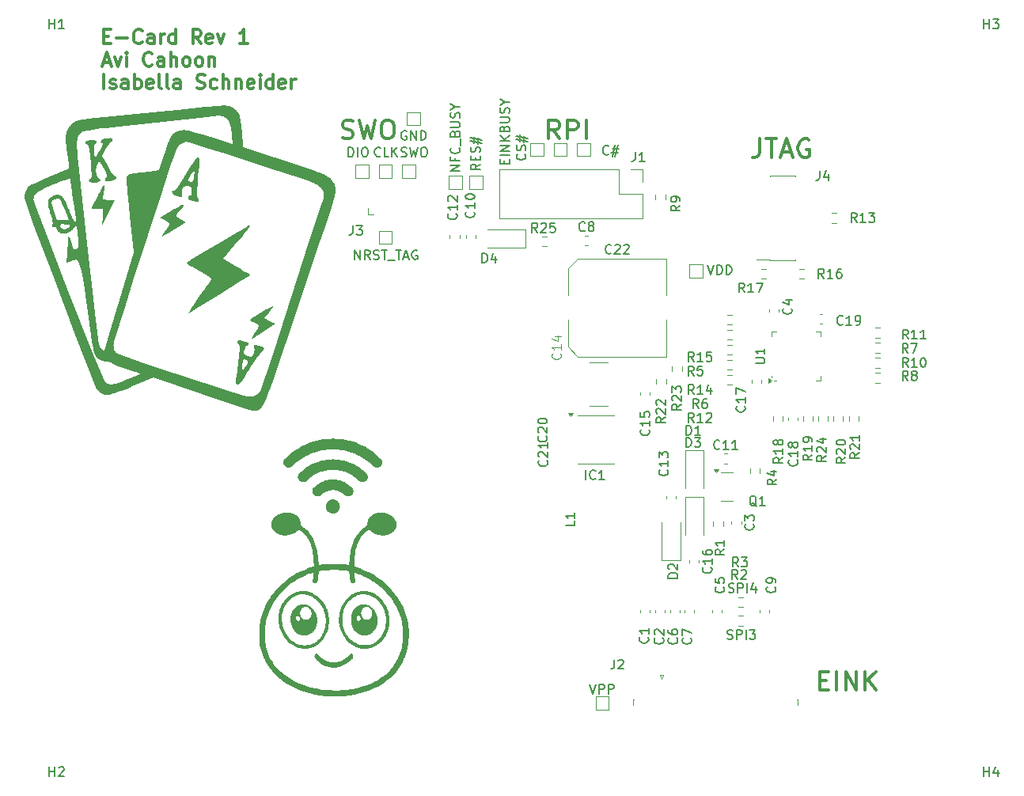
<source format=gbr>
%TF.GenerationSoftware,KiCad,Pcbnew,8.0.2*%
%TF.CreationDate,2024-11-12T22:45:40-05:00*%
%TF.ProjectId,Ecardz-Proto,45636172-647a-42d5-9072-6f746f2e6b69,rev?*%
%TF.SameCoordinates,Original*%
%TF.FileFunction,Legend,Top*%
%TF.FilePolarity,Positive*%
%FSLAX46Y46*%
G04 Gerber Fmt 4.6, Leading zero omitted, Abs format (unit mm)*
G04 Created by KiCad (PCBNEW 8.0.2) date 2024-11-12 22:45:40*
%MOMM*%
%LPD*%
G01*
G04 APERTURE LIST*
%ADD10C,0.000000*%
%ADD11C,0.300000*%
%ADD12C,0.150000*%
%ADD13C,0.100000*%
%ADD14C,0.120000*%
G04 APERTURE END LIST*
D10*
G36*
X69614278Y-80264605D02*
G01*
X69625049Y-80265729D01*
X69635810Y-80267462D01*
X69646542Y-80269818D01*
X69657228Y-80272810D01*
X69667849Y-80276450D01*
X69690618Y-80287188D01*
X69716384Y-80298195D01*
X69775668Y-80320766D01*
X69843220Y-80343669D01*
X69916560Y-80366407D01*
X69993206Y-80388483D01*
X70070680Y-80409402D01*
X70146500Y-80428667D01*
X70218185Y-80445783D01*
X70252953Y-80455248D01*
X70285816Y-80465113D01*
X70316772Y-80475366D01*
X70345819Y-80485994D01*
X70372954Y-80496983D01*
X70398174Y-80508321D01*
X70421477Y-80519995D01*
X70442860Y-80531992D01*
X70462321Y-80544300D01*
X70479857Y-80556904D01*
X70495465Y-80569792D01*
X70509143Y-80582952D01*
X70520889Y-80596371D01*
X70530699Y-80610034D01*
X70538571Y-80623931D01*
X70544503Y-80638047D01*
X70548492Y-80652369D01*
X70550536Y-80666886D01*
X70550631Y-80681583D01*
X70548775Y-80696448D01*
X70544966Y-80711468D01*
X70539201Y-80726631D01*
X70531478Y-80741922D01*
X70521793Y-80757330D01*
X70510145Y-80772841D01*
X70496530Y-80788443D01*
X70480947Y-80804122D01*
X70463392Y-80819866D01*
X70443863Y-80835661D01*
X70422358Y-80851495D01*
X70398873Y-80867355D01*
X70373407Y-80883228D01*
X70352095Y-80895754D01*
X70330578Y-80912001D01*
X70308977Y-80931721D01*
X70287418Y-80954665D01*
X70266023Y-80980586D01*
X70244919Y-81009235D01*
X70224228Y-81040365D01*
X70204074Y-81073727D01*
X70184581Y-81109074D01*
X70165875Y-81146157D01*
X70148077Y-81184728D01*
X70131313Y-81224539D01*
X70115707Y-81265343D01*
X70101383Y-81306891D01*
X70088464Y-81348934D01*
X70077075Y-81391226D01*
X70065048Y-81449335D01*
X70055605Y-81502214D01*
X70049014Y-81550256D01*
X70046872Y-81572586D01*
X70045545Y-81593854D01*
X70045065Y-81614109D01*
X70045465Y-81633400D01*
X70046781Y-81651777D01*
X70049045Y-81669288D01*
X70052290Y-81685983D01*
X70056552Y-81701910D01*
X70061862Y-81717118D01*
X70068254Y-81731658D01*
X70075763Y-81745578D01*
X70084422Y-81758926D01*
X70094264Y-81771753D01*
X70105324Y-81784106D01*
X70117633Y-81796036D01*
X70131227Y-81807591D01*
X70146139Y-81818821D01*
X70162402Y-81829775D01*
X70180050Y-81840500D01*
X70199116Y-81851048D01*
X70219634Y-81861467D01*
X70241639Y-81871805D01*
X70290238Y-81892438D01*
X70345184Y-81913340D01*
X70384834Y-81928877D01*
X70424256Y-81943711D01*
X70501509Y-81971106D01*
X70575124Y-81995194D01*
X70643282Y-82015644D01*
X70704163Y-82032125D01*
X70755950Y-82044307D01*
X70777865Y-82048683D01*
X70796823Y-82051859D01*
X70812598Y-82053795D01*
X70824963Y-82054450D01*
X70843556Y-82052537D01*
X70862253Y-82046922D01*
X70880991Y-82037788D01*
X70899708Y-82025318D01*
X70918342Y-82009696D01*
X70936832Y-81991105D01*
X70973130Y-81945750D01*
X71008104Y-81890721D01*
X71041260Y-81827487D01*
X71072100Y-81757513D01*
X71100130Y-81682269D01*
X71124852Y-81603221D01*
X71145770Y-81521838D01*
X71162389Y-81439586D01*
X71174213Y-81357934D01*
X71180745Y-81278349D01*
X71181489Y-81202298D01*
X71175949Y-81131250D01*
X71170667Y-81098061D01*
X71163629Y-81066672D01*
X71149307Y-81014375D01*
X71138355Y-80968445D01*
X71131165Y-80928633D01*
X71128130Y-80894692D01*
X71128293Y-80879845D01*
X71129642Y-80866373D01*
X71132226Y-80854245D01*
X71136095Y-80843429D01*
X71141297Y-80833894D01*
X71147881Y-80825611D01*
X71155896Y-80818546D01*
X71165392Y-80812671D01*
X71176418Y-80807953D01*
X71189022Y-80804361D01*
X71203254Y-80801865D01*
X71219163Y-80800434D01*
X71236798Y-80800036D01*
X71256208Y-80800641D01*
X71300550Y-80804734D01*
X71352582Y-80812464D01*
X71412695Y-80823585D01*
X71481284Y-80837848D01*
X71558740Y-80855005D01*
X71686267Y-80884161D01*
X71799097Y-80913627D01*
X71850059Y-80928573D01*
X71897416Y-80943713D01*
X71941193Y-80959085D01*
X71981411Y-80974729D01*
X72018095Y-80990682D01*
X72051267Y-81006985D01*
X72080952Y-81023675D01*
X72107171Y-81040792D01*
X72129949Y-81058373D01*
X72149308Y-81076459D01*
X72165272Y-81095087D01*
X72177864Y-81114296D01*
X72187108Y-81134126D01*
X72193026Y-81154614D01*
X72195643Y-81175800D01*
X72194980Y-81197723D01*
X72191061Y-81220420D01*
X72183911Y-81243932D01*
X72173551Y-81268296D01*
X72160005Y-81293552D01*
X72143297Y-81319738D01*
X72123449Y-81346893D01*
X72100486Y-81375055D01*
X72074429Y-81404264D01*
X72045303Y-81434558D01*
X72013131Y-81465976D01*
X71977935Y-81498557D01*
X71939740Y-81532340D01*
X71898179Y-81572024D01*
X71848018Y-81626901D01*
X71724547Y-81778182D01*
X71574616Y-81978080D01*
X71403519Y-82218492D01*
X71216546Y-82491316D01*
X71018990Y-82788449D01*
X70816143Y-83101787D01*
X70613296Y-83423227D01*
X70499367Y-83615543D01*
X70390440Y-83795601D01*
X70286556Y-83963381D01*
X70187758Y-84118861D01*
X70094086Y-84262022D01*
X70005581Y-84392843D01*
X69922285Y-84511303D01*
X69844240Y-84617380D01*
X69771487Y-84711056D01*
X69704066Y-84792308D01*
X69642020Y-84861117D01*
X69613025Y-84890849D01*
X69585390Y-84917462D01*
X69559118Y-84940953D01*
X69534216Y-84961321D01*
X69510689Y-84978563D01*
X69488541Y-84992675D01*
X69467778Y-85003656D01*
X69448406Y-85011502D01*
X69430428Y-85016212D01*
X69413852Y-85017783D01*
X69378770Y-85016567D01*
X69347513Y-85012684D01*
X69319935Y-85005784D01*
X69307480Y-85001092D01*
X69295891Y-84995514D01*
X69285150Y-84989006D01*
X69275238Y-84981524D01*
X69266137Y-84973023D01*
X69257830Y-84963461D01*
X69250298Y-84952793D01*
X69243522Y-84940975D01*
X69237486Y-84927963D01*
X69232171Y-84913714D01*
X69223630Y-84881327D01*
X69217757Y-84843462D01*
X69214405Y-84799768D01*
X69213430Y-84749893D01*
X69214687Y-84693487D01*
X69218032Y-84630197D01*
X69223321Y-84559672D01*
X69230407Y-84481562D01*
X69330187Y-83677228D01*
X69851297Y-83677228D01*
X70218185Y-83126895D01*
X70270785Y-83048444D01*
X70317514Y-82976854D01*
X70358455Y-82911715D01*
X70376781Y-82881434D01*
X70393691Y-82852610D01*
X70409196Y-82825193D01*
X70423305Y-82799129D01*
X70436030Y-82774367D01*
X70447379Y-82750856D01*
X70457365Y-82728544D01*
X70465997Y-82707379D01*
X70473285Y-82687310D01*
X70479240Y-82668284D01*
X70483872Y-82650251D01*
X70487191Y-82633158D01*
X70489208Y-82616954D01*
X70489933Y-82601587D01*
X70489377Y-82587006D01*
X70487549Y-82573158D01*
X70484461Y-82559993D01*
X70480122Y-82547458D01*
X70474543Y-82535501D01*
X70467733Y-82524072D01*
X70459705Y-82513118D01*
X70450467Y-82502588D01*
X70440030Y-82492430D01*
X70428404Y-82482593D01*
X70415601Y-82473024D01*
X70401629Y-82463672D01*
X70380322Y-82450618D01*
X70358828Y-82437958D01*
X70337293Y-82425751D01*
X70315861Y-82414062D01*
X70294677Y-82402951D01*
X70273886Y-82392482D01*
X70253632Y-82382715D01*
X70234060Y-82373712D01*
X70215316Y-82365537D01*
X70197542Y-82358251D01*
X70180885Y-82351915D01*
X70165489Y-82346592D01*
X70151499Y-82342344D01*
X70139059Y-82339233D01*
X70128314Y-82337321D01*
X70119409Y-82336670D01*
X70104983Y-82337859D01*
X70090818Y-82341383D01*
X70076926Y-82347181D01*
X70063322Y-82355191D01*
X70050017Y-82365351D01*
X70037025Y-82377598D01*
X70012031Y-82408108D01*
X69988442Y-82446224D01*
X69966363Y-82491452D01*
X69945895Y-82543293D01*
X69927144Y-82601254D01*
X69910211Y-82664837D01*
X69895201Y-82733546D01*
X69882216Y-82806885D01*
X69871361Y-82884358D01*
X69862738Y-82965470D01*
X69856450Y-83049723D01*
X69852602Y-83136623D01*
X69851297Y-83225672D01*
X69851297Y-83677228D01*
X69330187Y-83677228D01*
X69370388Y-83353169D01*
X69385859Y-83225672D01*
X69426767Y-82888542D01*
X69474485Y-82484398D01*
X69513852Y-82136312D01*
X69545178Y-81839862D01*
X69557923Y-81709617D01*
X69568774Y-81590623D01*
X69577769Y-81482325D01*
X69584948Y-81384172D01*
X69590350Y-81295610D01*
X69594012Y-81216086D01*
X69595975Y-81145047D01*
X69596276Y-81081940D01*
X69594954Y-81026213D01*
X69592049Y-80977313D01*
X69587598Y-80934685D01*
X69581641Y-80897779D01*
X69574217Y-80866040D01*
X69565363Y-80838916D01*
X69555120Y-80815853D01*
X69543525Y-80796300D01*
X69530618Y-80779702D01*
X69516437Y-80765507D01*
X69501021Y-80753162D01*
X69484408Y-80742115D01*
X69475274Y-80736578D01*
X69466400Y-80730563D01*
X69449488Y-80717172D01*
X69433775Y-80702086D01*
X69419364Y-80685449D01*
X69406358Y-80667407D01*
X69394862Y-80648104D01*
X69384978Y-80627685D01*
X69376809Y-80606295D01*
X69370460Y-80584078D01*
X69366033Y-80561178D01*
X69363632Y-80537741D01*
X69363223Y-80525867D01*
X69363359Y-80513912D01*
X69364054Y-80501895D01*
X69365320Y-80489834D01*
X69367169Y-80477748D01*
X69369616Y-80465653D01*
X69372672Y-80453569D01*
X69376351Y-80441514D01*
X69380666Y-80429505D01*
X69385629Y-80417560D01*
X69389843Y-80407103D01*
X69394535Y-80396907D01*
X69399686Y-80386985D01*
X69405280Y-80377349D01*
X69411297Y-80368014D01*
X69417720Y-80358991D01*
X69424531Y-80350293D01*
X69431711Y-80341934D01*
X69439243Y-80333926D01*
X69447107Y-80326283D01*
X69455287Y-80319017D01*
X69463765Y-80312141D01*
X69472521Y-80305668D01*
X69481538Y-80299611D01*
X69490798Y-80293983D01*
X69500283Y-80288797D01*
X69509974Y-80284065D01*
X69519854Y-80279802D01*
X69529905Y-80276019D01*
X69540108Y-80272729D01*
X69550445Y-80269946D01*
X69560899Y-80267682D01*
X69571451Y-80265950D01*
X69582082Y-80264764D01*
X69592776Y-80264136D01*
X69603514Y-80264078D01*
X69614278Y-80264605D01*
G37*
G36*
X55150000Y-63570000D02*
G01*
X55152155Y-63573283D01*
X55155511Y-63586147D01*
X55158542Y-63635480D01*
X55156944Y-63713257D01*
X55151046Y-63815838D01*
X55141179Y-63939586D01*
X55127674Y-64080862D01*
X55110862Y-64236029D01*
X55091073Y-64401448D01*
X55006407Y-65248116D01*
X55641407Y-65290448D01*
X56276407Y-65332782D01*
X55584962Y-66673339D01*
X54879406Y-68013893D01*
X54949963Y-67124893D01*
X55006407Y-66250005D01*
X54385518Y-66250005D01*
X54322734Y-66249519D01*
X54261605Y-66248103D01*
X54202459Y-66245819D01*
X54145629Y-66242729D01*
X54091445Y-66238894D01*
X54040237Y-66234378D01*
X53992336Y-66229241D01*
X53948074Y-66223546D01*
X53907780Y-66217355D01*
X53871785Y-66210730D01*
X53840421Y-66203733D01*
X53814018Y-66196426D01*
X53792906Y-66188871D01*
X53784438Y-66185019D01*
X53777417Y-66181129D01*
X53771884Y-66177208D01*
X53767881Y-66173264D01*
X53765449Y-66169304D01*
X53764629Y-66165337D01*
X53768047Y-66148422D01*
X53778079Y-66119311D01*
X53816664Y-66027313D01*
X53877738Y-65894966D01*
X53958657Y-65727893D01*
X54169441Y-65312056D01*
X54427852Y-64824782D01*
X54562954Y-64572298D01*
X54691112Y-64336846D01*
X54809347Y-64123554D01*
X54914685Y-63937546D01*
X55004147Y-63783950D01*
X55074758Y-63667892D01*
X55102064Y-63625541D01*
X55123541Y-63594498D01*
X55138816Y-63575401D01*
X55144012Y-63570534D01*
X55147519Y-63568894D01*
X55150000Y-63570000D01*
G37*
G36*
X65197754Y-60703601D02*
G01*
X65221716Y-60723028D01*
X65242254Y-60753727D01*
X65259444Y-60795835D01*
X65273360Y-60849494D01*
X65291671Y-60992017D01*
X65297786Y-61182414D01*
X65292305Y-61421800D01*
X65275827Y-61711292D01*
X65248952Y-62052005D01*
X65166407Y-62891561D01*
X65122807Y-63307094D01*
X65087474Y-63691705D01*
X65060740Y-64038281D01*
X65042936Y-64339713D01*
X65037486Y-64471278D01*
X65034392Y-64588890D01*
X65033696Y-64691661D01*
X65035439Y-64778701D01*
X65039663Y-64849122D01*
X65046408Y-64902035D01*
X65050739Y-64921649D01*
X65055717Y-64936552D01*
X65061345Y-64946633D01*
X65067630Y-64951783D01*
X65074202Y-64954797D01*
X65080683Y-64958531D01*
X65093344Y-64968071D01*
X65105550Y-64980215D01*
X65117239Y-64994777D01*
X65128349Y-65011572D01*
X65138819Y-65030413D01*
X65148585Y-65051114D01*
X65157587Y-65073490D01*
X65165762Y-65097354D01*
X65173049Y-65122521D01*
X65179384Y-65148803D01*
X65184707Y-65176016D01*
X65188955Y-65203973D01*
X65192065Y-65232488D01*
X65193977Y-65261375D01*
X65194629Y-65290448D01*
X65193798Y-65325843D01*
X65192757Y-65342313D01*
X65191294Y-65357972D01*
X65189407Y-65372825D01*
X65187094Y-65386877D01*
X65184352Y-65400132D01*
X65181179Y-65412598D01*
X65177572Y-65424277D01*
X65173527Y-65435177D01*
X65169044Y-65445301D01*
X65164119Y-65454656D01*
X65158749Y-65463245D01*
X65152933Y-65471075D01*
X65146667Y-65478150D01*
X65139948Y-65484476D01*
X65132775Y-65490058D01*
X65125145Y-65494901D01*
X65117054Y-65499010D01*
X65108502Y-65502391D01*
X65099484Y-65505048D01*
X65089998Y-65506987D01*
X65080042Y-65508212D01*
X65069614Y-65508730D01*
X65058709Y-65508545D01*
X65047327Y-65507662D01*
X65035465Y-65506087D01*
X65023119Y-65503824D01*
X65010287Y-65500879D01*
X64996967Y-65497257D01*
X64983156Y-65492964D01*
X64968852Y-65488004D01*
X64852876Y-65449640D01*
X64707796Y-65403338D01*
X64630130Y-65379691D01*
X64552133Y-65357036D01*
X64476120Y-65336365D01*
X64404408Y-65318671D01*
X64279475Y-65286067D01*
X64229813Y-65272131D01*
X64188110Y-65258919D01*
X64170107Y-65252385D01*
X64153931Y-65245790D01*
X64139528Y-65239056D01*
X64126843Y-65232103D01*
X64115821Y-65224850D01*
X64106410Y-65217217D01*
X64098554Y-65209124D01*
X64092199Y-65200491D01*
X64087291Y-65191238D01*
X64083775Y-65181285D01*
X64081598Y-65170551D01*
X64080706Y-65158957D01*
X64081043Y-65146423D01*
X64082556Y-65132867D01*
X64085190Y-65118212D01*
X64088891Y-65102375D01*
X64099278Y-65066839D01*
X64113283Y-65025618D01*
X64150407Y-64923560D01*
X64154539Y-64911861D01*
X64158985Y-64900581D01*
X64163732Y-64889725D01*
X64168763Y-64879297D01*
X64174062Y-64869304D01*
X64179615Y-64859750D01*
X64185405Y-64850640D01*
X64191418Y-64841980D01*
X64197637Y-64833775D01*
X64204048Y-64826029D01*
X64210634Y-64818749D01*
X64217380Y-64811939D01*
X64224271Y-64805604D01*
X64231291Y-64799750D01*
X64238425Y-64794382D01*
X64245658Y-64789505D01*
X64252972Y-64785123D01*
X64260354Y-64781243D01*
X64267788Y-64777870D01*
X64275258Y-64775008D01*
X64282748Y-64772663D01*
X64290244Y-64770839D01*
X64297729Y-64769543D01*
X64305189Y-64768779D01*
X64312607Y-64768552D01*
X64319968Y-64768868D01*
X64327257Y-64769732D01*
X64334458Y-64771149D01*
X64341556Y-64773124D01*
X64348535Y-64775662D01*
X64355379Y-64778768D01*
X64362074Y-64782448D01*
X64368646Y-64785760D01*
X64375128Y-64787774D01*
X64381511Y-64788518D01*
X64387788Y-64788016D01*
X64393952Y-64786294D01*
X64399994Y-64783378D01*
X64405907Y-64779295D01*
X64411684Y-64774070D01*
X64422794Y-64760296D01*
X64433264Y-64742265D01*
X64443030Y-64720182D01*
X64452032Y-64694254D01*
X64460207Y-64664688D01*
X64467493Y-64631691D01*
X64473829Y-64595469D01*
X64479151Y-64556230D01*
X64483399Y-64514179D01*
X64486510Y-64469524D01*
X64488422Y-64422471D01*
X64489073Y-64373227D01*
X64488363Y-64300067D01*
X64486041Y-64233770D01*
X64481818Y-64173921D01*
X64478902Y-64146286D01*
X64475403Y-64120109D01*
X64471284Y-64095337D01*
X64466508Y-64071919D01*
X64461040Y-64049803D01*
X64454843Y-64028938D01*
X64447881Y-64009271D01*
X64440119Y-63990752D01*
X64431519Y-63973328D01*
X64422046Y-63956949D01*
X64411664Y-63941561D01*
X64400335Y-63927114D01*
X64388025Y-63913556D01*
X64374697Y-63900835D01*
X64360315Y-63888899D01*
X64344842Y-63877697D01*
X64328243Y-63867178D01*
X64310481Y-63857288D01*
X64291520Y-63847978D01*
X64271324Y-63839195D01*
X64249857Y-63830887D01*
X64227082Y-63823003D01*
X64177466Y-63808299D01*
X64122186Y-63794670D01*
X64077710Y-63784242D01*
X64034274Y-63776725D01*
X63991922Y-63772056D01*
X63950702Y-63770169D01*
X63910661Y-63771001D01*
X63871844Y-63774486D01*
X63834298Y-63780560D01*
X63798071Y-63789159D01*
X63763207Y-63800217D01*
X63729754Y-63813671D01*
X63697759Y-63829455D01*
X63667267Y-63847505D01*
X63638326Y-63867757D01*
X63610981Y-63890145D01*
X63585280Y-63914606D01*
X63561268Y-63941074D01*
X63538993Y-63969485D01*
X63518501Y-63999775D01*
X63499838Y-64031879D01*
X63483051Y-64065732D01*
X63468186Y-64101269D01*
X63455290Y-64138427D01*
X63444409Y-64177140D01*
X63435591Y-64217343D01*
X63428881Y-64258974D01*
X63424325Y-64301965D01*
X63421972Y-64346254D01*
X63421866Y-64391776D01*
X63424054Y-64438465D01*
X63428584Y-64486257D01*
X63435500Y-64535089D01*
X63444851Y-64584894D01*
X63458804Y-64662157D01*
X63468498Y-64730057D01*
X63473315Y-64788820D01*
X63473699Y-64814846D01*
X63472632Y-64838674D01*
X63470036Y-64860331D01*
X63465832Y-64879846D01*
X63459943Y-64897248D01*
X63452292Y-64912564D01*
X63442802Y-64925824D01*
X63431394Y-64937055D01*
X63417992Y-64946287D01*
X63402518Y-64953547D01*
X63384893Y-64958864D01*
X63365042Y-64962266D01*
X63342886Y-64963782D01*
X63318347Y-64963441D01*
X63291349Y-64961270D01*
X63261813Y-64957298D01*
X63194820Y-64944065D01*
X63116747Y-64923970D01*
X63026975Y-64897240D01*
X62924884Y-64864101D01*
X62809852Y-64824782D01*
X62769635Y-64809547D01*
X62731039Y-64793022D01*
X62694111Y-64775324D01*
X62658902Y-64756569D01*
X62625460Y-64736874D01*
X62593834Y-64716355D01*
X62564074Y-64695128D01*
X62536229Y-64673309D01*
X62510347Y-64651014D01*
X62486478Y-64628360D01*
X62464671Y-64605464D01*
X62444975Y-64582441D01*
X62427439Y-64559407D01*
X62412112Y-64536480D01*
X62399044Y-64513775D01*
X62388283Y-64491408D01*
X62379878Y-64469496D01*
X62373879Y-64448155D01*
X62370334Y-64427501D01*
X62369293Y-64407651D01*
X62370805Y-64388720D01*
X62374919Y-64370826D01*
X62381684Y-64354084D01*
X62391149Y-64338611D01*
X62403364Y-64324523D01*
X62418376Y-64311936D01*
X62436236Y-64300966D01*
X62456992Y-64291730D01*
X62480694Y-64284344D01*
X62507391Y-64278925D01*
X62537131Y-64275588D01*
X62569964Y-64274449D01*
X62581200Y-64273301D01*
X62593707Y-64269892D01*
X62622329Y-64256507D01*
X62655415Y-64234731D01*
X62692553Y-64204996D01*
X62733329Y-64167738D01*
X62777330Y-64123389D01*
X62824142Y-64072384D01*
X62873352Y-64015158D01*
X62924546Y-63952144D01*
X62977311Y-63883776D01*
X63031234Y-63810488D01*
X63085901Y-63732715D01*
X63140898Y-63650891D01*
X63195813Y-63565449D01*
X63250232Y-63476824D01*
X63303741Y-63385449D01*
X63426827Y-63187894D01*
X64065741Y-63187894D01*
X64066110Y-63191903D01*
X64067205Y-63195990D01*
X64069008Y-63200149D01*
X64071501Y-63204375D01*
X64078484Y-63213008D01*
X64088010Y-63221848D01*
X64099933Y-63230854D01*
X64114110Y-63239983D01*
X64130395Y-63249196D01*
X64148644Y-63258449D01*
X64168711Y-63267703D01*
X64190453Y-63276915D01*
X64213725Y-63286045D01*
X64238381Y-63295050D01*
X64291270Y-63312524D01*
X64347963Y-63329006D01*
X64388360Y-63337859D01*
X64425078Y-63342951D01*
X64458406Y-63343826D01*
X64473889Y-63342540D01*
X64488633Y-63340029D01*
X64502674Y-63336237D01*
X64516049Y-63331107D01*
X64528793Y-63324581D01*
X64540943Y-63316603D01*
X64552535Y-63307116D01*
X64563605Y-63296063D01*
X64574189Y-63283387D01*
X64584324Y-63269032D01*
X64603389Y-63235057D01*
X64621090Y-63193681D01*
X64637716Y-63144451D01*
X64653557Y-63086911D01*
X64668901Y-63020606D01*
X64684039Y-62945083D01*
X64699260Y-62859886D01*
X64714853Y-62764560D01*
X64729984Y-62639379D01*
X64743295Y-62519820D01*
X64754292Y-62408861D01*
X64762478Y-62309477D01*
X64767356Y-62224645D01*
X64768400Y-62188616D01*
X64768431Y-62157341D01*
X64767387Y-62131193D01*
X64765206Y-62110543D01*
X64761827Y-62095764D01*
X64759668Y-62090692D01*
X64757187Y-62087227D01*
X64750237Y-62086299D01*
X64740119Y-62091216D01*
X64711270Y-62117158D01*
X64672415Y-62162199D01*
X64625335Y-62223487D01*
X64513603Y-62383395D01*
X64390296Y-62574060D01*
X64269635Y-62772663D01*
X64165841Y-62956383D01*
X64124714Y-63035531D01*
X64093136Y-63102400D01*
X64072886Y-63154139D01*
X64067564Y-63173443D01*
X64065741Y-63187894D01*
X63426827Y-63187894D01*
X63866421Y-62482338D01*
X64460852Y-61536892D01*
X64615898Y-61298788D01*
X64753354Y-61098511D01*
X64873819Y-60937177D01*
X64977891Y-60815903D01*
X65066172Y-60735805D01*
X65104578Y-60711546D01*
X65139260Y-60697999D01*
X65170294Y-60695304D01*
X65197754Y-60703601D01*
G37*
G36*
X84845506Y-98727003D02*
G01*
X84936790Y-98734203D01*
X85027511Y-98745479D01*
X85117422Y-98760759D01*
X85206276Y-98779969D01*
X85293826Y-98803036D01*
X85379826Y-98829885D01*
X85464029Y-98860443D01*
X85546189Y-98894637D01*
X85626057Y-98932392D01*
X85703389Y-98973636D01*
X85777936Y-99018294D01*
X85849453Y-99066293D01*
X85917692Y-99117560D01*
X85982406Y-99172019D01*
X86043350Y-99229599D01*
X86100276Y-99290225D01*
X86152937Y-99353824D01*
X86201086Y-99420322D01*
X86244478Y-99489646D01*
X86282865Y-99561721D01*
X86316000Y-99636474D01*
X86342457Y-99708588D01*
X86363611Y-99779473D01*
X86379453Y-99849220D01*
X86389973Y-99917924D01*
X86395159Y-99985677D01*
X86395003Y-100052572D01*
X86392917Y-100085727D01*
X86389492Y-100118702D01*
X86384726Y-100151510D01*
X86378618Y-100184161D01*
X86362369Y-100249040D01*
X86340735Y-100313434D01*
X86313707Y-100377435D01*
X86281273Y-100441137D01*
X86243423Y-100504631D01*
X86200147Y-100568013D01*
X86151435Y-100631373D01*
X86097276Y-100694806D01*
X86043197Y-100751257D01*
X85985612Y-100804191D01*
X85924738Y-100853606D01*
X85860791Y-100899500D01*
X85793986Y-100941869D01*
X85724539Y-100980711D01*
X85652666Y-101016024D01*
X85578583Y-101047804D01*
X85502505Y-101076050D01*
X85424647Y-101100759D01*
X85345227Y-101121928D01*
X85264459Y-101139554D01*
X85099744Y-101164169D01*
X84932228Y-101174584D01*
X84763637Y-101170777D01*
X84595697Y-101152728D01*
X84430135Y-101120417D01*
X84348784Y-101098906D01*
X84268675Y-101073822D01*
X84190024Y-101045162D01*
X84113045Y-101012923D01*
X84037955Y-100977103D01*
X83964970Y-100937700D01*
X83894305Y-100894710D01*
X83826176Y-100848131D01*
X83760798Y-100797960D01*
X83698388Y-100744196D01*
X83678519Y-100726461D01*
X83658579Y-100710305D01*
X83638537Y-100695732D01*
X83618366Y-100682749D01*
X83598034Y-100671363D01*
X83577512Y-100661580D01*
X83556771Y-100653408D01*
X83535780Y-100646851D01*
X83514510Y-100641917D01*
X83492931Y-100638612D01*
X83471014Y-100636943D01*
X83448729Y-100636915D01*
X83426046Y-100638536D01*
X83402935Y-100641812D01*
X83379367Y-100646750D01*
X83355312Y-100653355D01*
X83330740Y-100661635D01*
X83305621Y-100671595D01*
X83279927Y-100683243D01*
X83253626Y-100696584D01*
X83199089Y-100728374D01*
X83141771Y-100767016D01*
X83081435Y-100812562D01*
X83017844Y-100865063D01*
X82950759Y-100924572D01*
X82879944Y-100991140D01*
X82771335Y-101106714D01*
X82667905Y-101233440D01*
X82569870Y-101370729D01*
X82477446Y-101517991D01*
X82390852Y-101674638D01*
X82310304Y-101840080D01*
X82236019Y-102013728D01*
X82168215Y-102194994D01*
X82107107Y-102383287D01*
X82052914Y-102578020D01*
X82005853Y-102778602D01*
X81966139Y-102984444D01*
X81933992Y-103194959D01*
X81909626Y-103409556D01*
X81893260Y-103627646D01*
X81885111Y-103848640D01*
X81878055Y-104504806D01*
X82442499Y-104702361D01*
X82946137Y-104898139D01*
X83432206Y-105124592D01*
X83899340Y-105380150D01*
X84346176Y-105663240D01*
X84771349Y-105972293D01*
X85173495Y-106305736D01*
X85551250Y-106662001D01*
X85903249Y-107039514D01*
X86228128Y-107436706D01*
X86524523Y-107852005D01*
X86791070Y-108283841D01*
X87026404Y-108730642D01*
X87229162Y-109190838D01*
X87397978Y-109662858D01*
X87531489Y-110145130D01*
X87628331Y-110636083D01*
X87654553Y-110830109D01*
X87675060Y-111030409D01*
X87689924Y-111235814D01*
X87699217Y-111445157D01*
X87703012Y-111657270D01*
X87701381Y-111870984D01*
X87694396Y-112085133D01*
X87682130Y-112298548D01*
X87664654Y-112510061D01*
X87642042Y-112718505D01*
X87614366Y-112922711D01*
X87581698Y-113121512D01*
X87544111Y-113313740D01*
X87501676Y-113498227D01*
X87454466Y-113673804D01*
X87402554Y-113839305D01*
X87292683Y-114139094D01*
X87169500Y-114429849D01*
X87033089Y-114711469D01*
X86883530Y-114983848D01*
X86720908Y-115246885D01*
X86545304Y-115500475D01*
X86356803Y-115744515D01*
X86155485Y-115978902D01*
X85941434Y-116203533D01*
X85714733Y-116418304D01*
X85475465Y-116623111D01*
X85223711Y-116817852D01*
X84959555Y-117002424D01*
X84683079Y-117176722D01*
X84394366Y-117340643D01*
X84093500Y-117494084D01*
X83575242Y-117722058D01*
X83033471Y-117916577D01*
X82471629Y-118077753D01*
X81893158Y-118205702D01*
X81301499Y-118300537D01*
X80700094Y-118362371D01*
X80092385Y-118391319D01*
X79481812Y-118387493D01*
X78871818Y-118351007D01*
X78265845Y-118281976D01*
X77667334Y-118180513D01*
X77079726Y-118046731D01*
X76506464Y-117880745D01*
X75950989Y-117682667D01*
X75416743Y-117452612D01*
X74907167Y-117190694D01*
X74643436Y-117035032D01*
X74389452Y-116869790D01*
X74145368Y-116695143D01*
X73911341Y-116511266D01*
X73687525Y-116318335D01*
X73474076Y-116116527D01*
X73271148Y-115906016D01*
X73078896Y-115686979D01*
X72897475Y-115459591D01*
X72727041Y-115224027D01*
X72567749Y-114980464D01*
X72419752Y-114729077D01*
X72283208Y-114470042D01*
X72158270Y-114203535D01*
X72045093Y-113929731D01*
X71943833Y-113648805D01*
X71873663Y-113436477D01*
X71820361Y-113257222D01*
X71799311Y-113173795D01*
X71781610Y-113091196D01*
X71766969Y-113006943D01*
X71755097Y-112918555D01*
X71745706Y-112823553D01*
X71738505Y-112719456D01*
X71729521Y-112474055D01*
X71725828Y-112162508D01*
X71725111Y-111764972D01*
X71725325Y-111712938D01*
X72323069Y-111712938D01*
X72329353Y-112085325D01*
X72348205Y-112441093D01*
X72362343Y-112607448D01*
X72379624Y-112763292D01*
X72400046Y-112906506D01*
X72423611Y-113034972D01*
X72486675Y-113299942D01*
X72563251Y-113558962D01*
X72653081Y-113811872D01*
X72755911Y-114058510D01*
X72871484Y-114298713D01*
X72999545Y-114532322D01*
X73139837Y-114759174D01*
X73292106Y-114979108D01*
X73631547Y-115397575D01*
X74015824Y-115786431D01*
X74442888Y-116144385D01*
X74910694Y-116470145D01*
X75417196Y-116762418D01*
X75960346Y-117019913D01*
X76538099Y-117241338D01*
X77148408Y-117425401D01*
X77789226Y-117570810D01*
X78458508Y-117676273D01*
X79154208Y-117740498D01*
X79874277Y-117762193D01*
X80200831Y-117757762D01*
X80521593Y-117744520D01*
X80836439Y-117722545D01*
X81145242Y-117691914D01*
X81447874Y-117652704D01*
X81744210Y-117604994D01*
X82034122Y-117548860D01*
X82317484Y-117484381D01*
X82594169Y-117411634D01*
X82864051Y-117330695D01*
X83127004Y-117241644D01*
X83382900Y-117144557D01*
X83631613Y-117039512D01*
X83873016Y-116926586D01*
X84106984Y-116805857D01*
X84333388Y-116677402D01*
X84552103Y-116541299D01*
X84763002Y-116397626D01*
X84965958Y-116246460D01*
X85160845Y-116087878D01*
X85347536Y-115921958D01*
X85525904Y-115748777D01*
X85695824Y-115568413D01*
X85857167Y-115380944D01*
X86009809Y-115186447D01*
X86153621Y-114984999D01*
X86288478Y-114776679D01*
X86414253Y-114561563D01*
X86530819Y-114339729D01*
X86638050Y-114111254D01*
X86735819Y-113876217D01*
X86823999Y-113634694D01*
X86879134Y-113466477D01*
X86923769Y-113310248D01*
X86942588Y-113233762D01*
X86959309Y-113156831D01*
X86974107Y-113078309D01*
X86987159Y-112997048D01*
X87008725Y-112821720D01*
X87025413Y-112621670D01*
X87038629Y-112387721D01*
X87049777Y-112110693D01*
X87056507Y-111857266D01*
X87057976Y-111617191D01*
X87053885Y-111388940D01*
X87043934Y-111170983D01*
X87027823Y-110961790D01*
X87005252Y-110759831D01*
X86975922Y-110563578D01*
X86939534Y-110371500D01*
X86895786Y-110182068D01*
X86844380Y-109993752D01*
X86785016Y-109805023D01*
X86717394Y-109614351D01*
X86641214Y-109420206D01*
X86556177Y-109221059D01*
X86461983Y-109015380D01*
X86358333Y-108801639D01*
X86292328Y-108674443D01*
X86223863Y-108549376D01*
X86152794Y-108426251D01*
X86078976Y-108304884D01*
X86002264Y-108185088D01*
X85922514Y-108066677D01*
X85839580Y-107949464D01*
X85753318Y-107833264D01*
X85663584Y-107717892D01*
X85570232Y-107603160D01*
X85473118Y-107488882D01*
X85372098Y-107374874D01*
X85267026Y-107260948D01*
X85157758Y-107146919D01*
X85044149Y-107032600D01*
X84926054Y-106917806D01*
X84711039Y-106721202D01*
X84502391Y-106542208D01*
X84399136Y-106458411D01*
X84295892Y-106377932D01*
X84192131Y-106300409D01*
X84087326Y-106225480D01*
X83980950Y-106152783D01*
X83872476Y-106081957D01*
X83761376Y-106012640D01*
X83647125Y-105944470D01*
X83529194Y-105877086D01*
X83407057Y-105810125D01*
X83148054Y-105676028D01*
X83044886Y-105624830D01*
X82939847Y-105574687D01*
X82834043Y-105525991D01*
X82728580Y-105479134D01*
X82624564Y-105434510D01*
X82523101Y-105392511D01*
X82425296Y-105353530D01*
X82332256Y-105317959D01*
X82245087Y-105286192D01*
X82164893Y-105258621D01*
X82092782Y-105235639D01*
X82029859Y-105217638D01*
X81977230Y-105205012D01*
X81936001Y-105198152D01*
X81920007Y-105197008D01*
X81907278Y-105197453D01*
X81897951Y-105199536D01*
X81892166Y-105203306D01*
X81888605Y-105209307D01*
X81885841Y-105219236D01*
X81883841Y-105232886D01*
X81882575Y-105250049D01*
X81882120Y-105294091D01*
X81884229Y-105349709D01*
X81888652Y-105415248D01*
X81895143Y-105489056D01*
X81903452Y-105569478D01*
X81913332Y-105654862D01*
X81925388Y-105739273D01*
X81935036Y-105815541D01*
X81938928Y-105850762D01*
X81942183Y-105884119D01*
X81944790Y-105915666D01*
X81946736Y-105945462D01*
X81948011Y-105973563D01*
X81948602Y-106000026D01*
X81948498Y-106024907D01*
X81947687Y-106048264D01*
X81946158Y-106070153D01*
X81943899Y-106090632D01*
X81940899Y-106109756D01*
X81937145Y-106127584D01*
X81932627Y-106144171D01*
X81927332Y-106159575D01*
X81921249Y-106173852D01*
X81914366Y-106187060D01*
X81906672Y-106199255D01*
X81898155Y-106210493D01*
X81888804Y-106220833D01*
X81878606Y-106230330D01*
X81867551Y-106239042D01*
X81855626Y-106247025D01*
X81842820Y-106254337D01*
X81829121Y-106261033D01*
X81814518Y-106267172D01*
X81798999Y-106272809D01*
X81782552Y-106278001D01*
X81765166Y-106282807D01*
X81725386Y-106290558D01*
X81706406Y-106292286D01*
X81688024Y-106292563D01*
X81670230Y-106291371D01*
X81653018Y-106288697D01*
X81636379Y-106284524D01*
X81620307Y-106278837D01*
X81604792Y-106271620D01*
X81589828Y-106262859D01*
X81575406Y-106252536D01*
X81561519Y-106240638D01*
X81548160Y-106227148D01*
X81535319Y-106212050D01*
X81511166Y-106176973D01*
X81488997Y-106135280D01*
X81468750Y-106086849D01*
X81450363Y-106031555D01*
X81433775Y-105969275D01*
X81418923Y-105899884D01*
X81405746Y-105823258D01*
X81394181Y-105739274D01*
X81384166Y-105647807D01*
X81374094Y-105537259D01*
X81364777Y-105440425D01*
X81355811Y-105356305D01*
X81346793Y-105283894D01*
X81342139Y-105251766D01*
X81337321Y-105222190D01*
X81332289Y-105195040D01*
X81326991Y-105170191D01*
X81321378Y-105147518D01*
X81315400Y-105126895D01*
X81309006Y-105108197D01*
X81302145Y-105091299D01*
X81294768Y-105076074D01*
X81286823Y-105062399D01*
X81278261Y-105050148D01*
X81269031Y-105039195D01*
X81259083Y-105029415D01*
X81248366Y-105020683D01*
X81236830Y-105012873D01*
X81224424Y-105005860D01*
X81211099Y-104999519D01*
X81196803Y-104993725D01*
X81181487Y-104988351D01*
X81165100Y-104983274D01*
X81128911Y-104973505D01*
X81087833Y-104963416D01*
X80963007Y-104940253D01*
X80806245Y-104920987D01*
X80622652Y-104905544D01*
X80417335Y-104893854D01*
X79961948Y-104881438D01*
X79480930Y-104883160D01*
X79015126Y-104898443D01*
X78605380Y-104926706D01*
X78434293Y-104945525D01*
X78292538Y-104967372D01*
X78185220Y-104992175D01*
X78117444Y-105019861D01*
X78110673Y-105026346D01*
X78103623Y-105037679D01*
X78096345Y-105053580D01*
X78088891Y-105073770D01*
X78073664Y-105125901D01*
X78058354Y-105191840D01*
X78043375Y-105269355D01*
X78029139Y-105356213D01*
X78016062Y-105450181D01*
X78004555Y-105549028D01*
X77995708Y-105649156D01*
X77985373Y-105746804D01*
X77974045Y-105839491D01*
X77962222Y-105924737D01*
X77950398Y-106000060D01*
X77939071Y-106062982D01*
X77928736Y-106111020D01*
X77924095Y-106128683D01*
X77919889Y-106141696D01*
X77911924Y-106160940D01*
X77902641Y-106178983D01*
X77892125Y-106195826D01*
X77880463Y-106211465D01*
X77867742Y-106225901D01*
X77854048Y-106239131D01*
X77839467Y-106251155D01*
X77824087Y-106261970D01*
X77807994Y-106271577D01*
X77791275Y-106279973D01*
X77774015Y-106287157D01*
X77756302Y-106293128D01*
X77738222Y-106297884D01*
X77719861Y-106301425D01*
X77701307Y-106303749D01*
X77682646Y-106304855D01*
X77663963Y-106304741D01*
X77645347Y-106303406D01*
X77626883Y-106300849D01*
X77608659Y-106297069D01*
X77590759Y-106292063D01*
X77573272Y-106285832D01*
X77556284Y-106278374D01*
X77539881Y-106269687D01*
X77524149Y-106259770D01*
X77509176Y-106248622D01*
X77495048Y-106236241D01*
X77481851Y-106222627D01*
X77469673Y-106207778D01*
X77458599Y-106191692D01*
X77448716Y-106174368D01*
X77440111Y-106155806D01*
X77437715Y-106144522D01*
X77435825Y-106129362D01*
X77433606Y-106088448D01*
X77433538Y-106035131D01*
X77435701Y-105971480D01*
X77440180Y-105899560D01*
X77447056Y-105821439D01*
X77456413Y-105739184D01*
X77468333Y-105654862D01*
X77478214Y-105569161D01*
X77486523Y-105487843D01*
X77493014Y-105412644D01*
X77497437Y-105345299D01*
X77498796Y-105315115D01*
X77499546Y-105287546D01*
X77499654Y-105262808D01*
X77499091Y-105241120D01*
X77497825Y-105222697D01*
X77495825Y-105207757D01*
X77493060Y-105196518D01*
X77491381Y-105192353D01*
X77489499Y-105189195D01*
X77484191Y-105184205D01*
X77474982Y-105181103D01*
X77445457Y-105180348D01*
X77402125Y-105186497D01*
X77346184Y-105199117D01*
X77201269Y-105242029D01*
X77020305Y-105305611D01*
X76812883Y-105386392D01*
X76588594Y-105480898D01*
X76357028Y-105585656D01*
X76127778Y-105697195D01*
X75776895Y-105886237D01*
X75439034Y-106092995D01*
X75114816Y-106316661D01*
X74804861Y-106556429D01*
X74509789Y-106811493D01*
X74230219Y-107081048D01*
X73966773Y-107364287D01*
X73720069Y-107660403D01*
X73490729Y-107968591D01*
X73279373Y-108288044D01*
X73086620Y-108617957D01*
X72913090Y-108957523D01*
X72759404Y-109305936D01*
X72626182Y-109662390D01*
X72514045Y-110026078D01*
X72423611Y-110396195D01*
X72400046Y-110523421D01*
X72379624Y-110665560D01*
X72362343Y-110820495D01*
X72348205Y-110986106D01*
X72329353Y-111340882D01*
X72323069Y-111712938D01*
X71725325Y-111712938D01*
X71726572Y-111409603D01*
X71731505Y-111114097D01*
X71735532Y-110985381D01*
X71740738Y-110867538D01*
X71747225Y-110759204D01*
X71755097Y-110659013D01*
X71764457Y-110565603D01*
X71775409Y-110477608D01*
X71788056Y-110393665D01*
X71802501Y-110312409D01*
X71818848Y-110232476D01*
X71837200Y-110152501D01*
X71880333Y-109986971D01*
X71952053Y-109741512D01*
X72029768Y-109502316D01*
X72113683Y-109269031D01*
X72204007Y-109041307D01*
X72300945Y-108818792D01*
X72404704Y-108601134D01*
X72515491Y-108387983D01*
X72633514Y-108178986D01*
X72758977Y-107973793D01*
X72892089Y-107772052D01*
X73033055Y-107573411D01*
X73182083Y-107377519D01*
X73339379Y-107184026D01*
X73505151Y-106992578D01*
X73679603Y-106802826D01*
X73862945Y-106614417D01*
X74045190Y-106437665D01*
X74227188Y-106269646D01*
X74409516Y-106109999D01*
X74592754Y-105958361D01*
X74777480Y-105814371D01*
X74964273Y-105677668D01*
X75153712Y-105547890D01*
X75346375Y-105424674D01*
X75542842Y-105307660D01*
X75743691Y-105196485D01*
X75949501Y-105090787D01*
X76160851Y-104990206D01*
X76378319Y-104894379D01*
X76602484Y-104802944D01*
X76833926Y-104715540D01*
X77073222Y-104631806D01*
X77560055Y-104469528D01*
X77517722Y-103799250D01*
X77498715Y-103565788D01*
X77473487Y-103339137D01*
X77442099Y-103119493D01*
X77404612Y-102907053D01*
X77361090Y-102702014D01*
X77311595Y-102504570D01*
X77256187Y-102314919D01*
X77194930Y-102133258D01*
X77127885Y-101959782D01*
X77055114Y-101794688D01*
X76976680Y-101638172D01*
X76892643Y-101490431D01*
X76803068Y-101351661D01*
X76708014Y-101222058D01*
X76607545Y-101101819D01*
X76501722Y-100991140D01*
X76429742Y-100923411D01*
X76361782Y-100863051D01*
X76297564Y-100809988D01*
X76266771Y-100786170D01*
X76236808Y-100764149D01*
X76207641Y-100743916D01*
X76179235Y-100725463D01*
X76151556Y-100708779D01*
X76124567Y-100693856D01*
X76098235Y-100680684D01*
X76072524Y-100669256D01*
X76047399Y-100659561D01*
X76022826Y-100651591D01*
X75998770Y-100645337D01*
X75975196Y-100640789D01*
X75952069Y-100637939D01*
X75929354Y-100636777D01*
X75907016Y-100637295D01*
X75885021Y-100639483D01*
X75863333Y-100643333D01*
X75841917Y-100648835D01*
X75820740Y-100655980D01*
X75799765Y-100664760D01*
X75778958Y-100675165D01*
X75758284Y-100687186D01*
X75737708Y-100700814D01*
X75717196Y-100716040D01*
X75696712Y-100732855D01*
X75676222Y-100751251D01*
X75629575Y-100790966D01*
X75574908Y-100830515D01*
X75513131Y-100869569D01*
X75445152Y-100907796D01*
X75371882Y-100944865D01*
X75294230Y-100980446D01*
X75213105Y-101014208D01*
X75129416Y-101045820D01*
X75044075Y-101074952D01*
X74957988Y-101101273D01*
X74872068Y-101124451D01*
X74787222Y-101144157D01*
X74704361Y-101160060D01*
X74624393Y-101171828D01*
X74548229Y-101179132D01*
X74476777Y-101181640D01*
X74413395Y-101180450D01*
X74350305Y-101176913D01*
X74287591Y-101171082D01*
X74225341Y-101163009D01*
X74163638Y-101152744D01*
X74102568Y-101140340D01*
X74042216Y-101125848D01*
X73982668Y-101109320D01*
X73924009Y-101090808D01*
X73866324Y-101070363D01*
X73809698Y-101048037D01*
X73754217Y-101023882D01*
X73699966Y-100997949D01*
X73647030Y-100970290D01*
X73595494Y-100940957D01*
X73545444Y-100910001D01*
X73496965Y-100877474D01*
X73450142Y-100843428D01*
X73405061Y-100807914D01*
X73361807Y-100770985D01*
X73320464Y-100732691D01*
X73281119Y-100693084D01*
X73243857Y-100652217D01*
X73208762Y-100610140D01*
X73175920Y-100566906D01*
X73145417Y-100522566D01*
X73117337Y-100477171D01*
X73091766Y-100430775D01*
X73068790Y-100383427D01*
X73048493Y-100335180D01*
X73030960Y-100286086D01*
X73016277Y-100236196D01*
X73003971Y-100183849D01*
X72994802Y-100131365D01*
X72988727Y-100078814D01*
X72985699Y-100026265D01*
X72985673Y-99973789D01*
X72988605Y-99921455D01*
X72994448Y-99869332D01*
X73003159Y-99817492D01*
X73014690Y-99766003D01*
X73028998Y-99714935D01*
X73046038Y-99664358D01*
X73065763Y-99614341D01*
X73088129Y-99564955D01*
X73113090Y-99516270D01*
X73140601Y-99468354D01*
X73170618Y-99421278D01*
X73203094Y-99375112D01*
X73237985Y-99329924D01*
X73275245Y-99285786D01*
X73314830Y-99242767D01*
X73356693Y-99200936D01*
X73400790Y-99160364D01*
X73447075Y-99121119D01*
X73495504Y-99083273D01*
X73546031Y-99046894D01*
X73598611Y-99012052D01*
X73653198Y-98978818D01*
X73709748Y-98947260D01*
X73768215Y-98917450D01*
X73828554Y-98889455D01*
X73890719Y-98863347D01*
X73954667Y-98839195D01*
X74022010Y-98816721D01*
X74090336Y-98796903D01*
X74159513Y-98779710D01*
X74229406Y-98765111D01*
X74299883Y-98753076D01*
X74370812Y-98743573D01*
X74513489Y-98732039D01*
X74656372Y-98730261D01*
X74798398Y-98737992D01*
X74938501Y-98754983D01*
X75075618Y-98780987D01*
X75208683Y-98815755D01*
X75336632Y-98859039D01*
X75458401Y-98910592D01*
X75516635Y-98939391D01*
X75572924Y-98970165D01*
X75627137Y-99002881D01*
X75679138Y-99037509D01*
X75728797Y-99074019D01*
X75775978Y-99112378D01*
X75820550Y-99152557D01*
X75862380Y-99194523D01*
X75901333Y-99238247D01*
X75937278Y-99283696D01*
X75950652Y-99304983D01*
X75964232Y-99328978D01*
X75977895Y-99355412D01*
X75991517Y-99384017D01*
X76004974Y-99414523D01*
X76018141Y-99446662D01*
X76030894Y-99480166D01*
X76043111Y-99514765D01*
X76054666Y-99550191D01*
X76065435Y-99586175D01*
X76075295Y-99622448D01*
X76084121Y-99658742D01*
X76091790Y-99694788D01*
X76098177Y-99730317D01*
X76103159Y-99765061D01*
X76106611Y-99798751D01*
X76113334Y-99846915D01*
X76120378Y-99891038D01*
X76127897Y-99931378D01*
X76136046Y-99968194D01*
X76140406Y-99985361D01*
X76144981Y-100001744D01*
X76149791Y-100017375D01*
X76154856Y-100032286D01*
X76160195Y-100046511D01*
X76165827Y-100060080D01*
X76171772Y-100073026D01*
X76178049Y-100085382D01*
X76184677Y-100097180D01*
X76191676Y-100108452D01*
X76199065Y-100119231D01*
X76206863Y-100129549D01*
X76215091Y-100139437D01*
X76223767Y-100148929D01*
X76232910Y-100158057D01*
X76242540Y-100166852D01*
X76252677Y-100175348D01*
X76263340Y-100183576D01*
X76274548Y-100191570D01*
X76286321Y-100199360D01*
X76298677Y-100206980D01*
X76311637Y-100214462D01*
X76339444Y-100229140D01*
X76499921Y-100324862D01*
X76655552Y-100441936D01*
X76805788Y-100579227D01*
X76950080Y-100735596D01*
X77087882Y-100909908D01*
X77218646Y-101101024D01*
X77341824Y-101307809D01*
X77456868Y-101529126D01*
X77563230Y-101763837D01*
X77660363Y-102010805D01*
X77747718Y-102268894D01*
X77824749Y-102536968D01*
X77890907Y-102813888D01*
X77945644Y-103098518D01*
X77988413Y-103389722D01*
X78018667Y-103686362D01*
X78068055Y-104321362D01*
X78526666Y-104286084D01*
X78633051Y-104278491D01*
X78758618Y-104271642D01*
X79048778Y-104260508D01*
X79360104Y-104253342D01*
X79655555Y-104250806D01*
X79954534Y-104253342D01*
X80274680Y-104260508D01*
X80576305Y-104271642D01*
X80707770Y-104278491D01*
X80819722Y-104286084D01*
X81313611Y-104321362D01*
X81362999Y-103721640D01*
X81392089Y-103422278D01*
X81433996Y-103128229D01*
X81488139Y-102840670D01*
X81553940Y-102560780D01*
X81630821Y-102289737D01*
X81718202Y-102028720D01*
X81815506Y-101778905D01*
X81922152Y-101541473D01*
X82037563Y-101317600D01*
X82161159Y-101108466D01*
X82225846Y-101009794D01*
X82292362Y-100915248D01*
X82360635Y-100824975D01*
X82430593Y-100739124D01*
X82502163Y-100657841D01*
X82575273Y-100581273D01*
X82649850Y-100509568D01*
X82725823Y-100442873D01*
X82803119Y-100381336D01*
X82881666Y-100325103D01*
X82961390Y-100274322D01*
X83042221Y-100229140D01*
X83070028Y-100214462D01*
X83095344Y-100199360D01*
X83118325Y-100183576D01*
X83139125Y-100166852D01*
X83157899Y-100148929D01*
X83174802Y-100129549D01*
X83189990Y-100108452D01*
X83203617Y-100085382D01*
X83215839Y-100060080D01*
X83226809Y-100032286D01*
X83236685Y-100001744D01*
X83245620Y-99968194D01*
X83253769Y-99931378D01*
X83261288Y-99891038D01*
X83268331Y-99846915D01*
X83275055Y-99798751D01*
X83284580Y-99726297D01*
X83297352Y-99657005D01*
X83313471Y-99590732D01*
X83333043Y-99527332D01*
X83356170Y-99466660D01*
X83382955Y-99408572D01*
X83397753Y-99380452D01*
X83413503Y-99352924D01*
X83430220Y-99325969D01*
X83447916Y-99299570D01*
X83466605Y-99273708D01*
X83486298Y-99248365D01*
X83528752Y-99199166D01*
X83575381Y-99151826D01*
X83626289Y-99106203D01*
X83681580Y-99062151D01*
X83741355Y-99019524D01*
X83805720Y-98978180D01*
X83874777Y-98937972D01*
X83955971Y-98895461D01*
X84039317Y-98857838D01*
X84124566Y-98825028D01*
X84211473Y-98796958D01*
X84299791Y-98773554D01*
X84389273Y-98754743D01*
X84479672Y-98740452D01*
X84570742Y-98730606D01*
X84662235Y-98725131D01*
X84753906Y-98723955D01*
X84845506Y-98727003D01*
G37*
G36*
X82931972Y-107120965D02*
G01*
X83024859Y-107126510D01*
X83118489Y-107136375D01*
X83213319Y-107150529D01*
X83309803Y-107168941D01*
X83408394Y-107191581D01*
X83509549Y-107218416D01*
X83613722Y-107249417D01*
X83804890Y-107318028D01*
X83989154Y-107401759D01*
X84166060Y-107500022D01*
X84335152Y-107612227D01*
X84495976Y-107737785D01*
X84648077Y-107876107D01*
X84791000Y-108026604D01*
X84924291Y-108188688D01*
X85047495Y-108361767D01*
X85160156Y-108545255D01*
X85261821Y-108738561D01*
X85352034Y-108941097D01*
X85430341Y-109152272D01*
X85496287Y-109371499D01*
X85549418Y-109598189D01*
X85589277Y-109831751D01*
X85605348Y-109959186D01*
X85616559Y-110086092D01*
X85622969Y-110212351D01*
X85624638Y-110337849D01*
X85621625Y-110462468D01*
X85613989Y-110586092D01*
X85601790Y-110708605D01*
X85585088Y-110829891D01*
X85563942Y-110949833D01*
X85538410Y-111068316D01*
X85508554Y-111185222D01*
X85474431Y-111300436D01*
X85436103Y-111413841D01*
X85393627Y-111525321D01*
X85347063Y-111634760D01*
X85296472Y-111742042D01*
X85241911Y-111847050D01*
X85183441Y-111949667D01*
X85121122Y-112049779D01*
X85055012Y-112147268D01*
X84985170Y-112242018D01*
X84911658Y-112333913D01*
X84834533Y-112422836D01*
X84753855Y-112508672D01*
X84669684Y-112591304D01*
X84582079Y-112670616D01*
X84491100Y-112746491D01*
X84396805Y-112818813D01*
X84299255Y-112887467D01*
X84198509Y-112952335D01*
X84094626Y-113013301D01*
X83987666Y-113070250D01*
X83860376Y-113132014D01*
X83803010Y-113157904D01*
X83748548Y-113180714D01*
X83696030Y-113200630D01*
X83644493Y-113217838D01*
X83592977Y-113232524D01*
X83540520Y-113244875D01*
X83486161Y-113255076D01*
X83428940Y-113263313D01*
X83367895Y-113269773D01*
X83302064Y-113274641D01*
X83230487Y-113278103D01*
X83152203Y-113280346D01*
X82971666Y-113281917D01*
X82792852Y-113280360D01*
X82714814Y-113278150D01*
X82643142Y-113274751D01*
X82576927Y-113269988D01*
X82515260Y-113263685D01*
X82457231Y-113255667D01*
X82401930Y-113245757D01*
X82348449Y-113233780D01*
X82295876Y-113219560D01*
X82243304Y-113202922D01*
X82189822Y-113183690D01*
X82134522Y-113161688D01*
X82076493Y-113136740D01*
X82014825Y-113108672D01*
X81948610Y-113077306D01*
X81804347Y-113000763D01*
X81665313Y-112916737D01*
X81531613Y-112825352D01*
X81403348Y-112726733D01*
X81280624Y-112621003D01*
X81163542Y-112508286D01*
X81052207Y-112388707D01*
X80946722Y-112262389D01*
X80847190Y-112129457D01*
X80753714Y-111990034D01*
X80666398Y-111844244D01*
X80585345Y-111692212D01*
X80510659Y-111534062D01*
X80442443Y-111369917D01*
X80380799Y-111199901D01*
X80325833Y-111024140D01*
X80294321Y-110906713D01*
X80268534Y-110782569D01*
X80248411Y-110652596D01*
X80233890Y-110517682D01*
X80224909Y-110378718D01*
X80221405Y-110236590D01*
X80222188Y-110177473D01*
X80608055Y-110177473D01*
X80611858Y-110374119D01*
X80614814Y-110462138D01*
X80618638Y-110544141D01*
X80623454Y-110620770D01*
X80629387Y-110692666D01*
X80636560Y-110760469D01*
X80645097Y-110824820D01*
X80655122Y-110886359D01*
X80666759Y-110945728D01*
X80680133Y-111003568D01*
X80695367Y-111060519D01*
X80712586Y-111117221D01*
X80731913Y-111174317D01*
X80753473Y-111232445D01*
X80777389Y-111292249D01*
X80823339Y-111402192D01*
X80873796Y-111509676D01*
X80928635Y-111614555D01*
X80987732Y-111716685D01*
X81050963Y-111815921D01*
X81118205Y-111912119D01*
X81189332Y-112005133D01*
X81264222Y-112094819D01*
X81342749Y-112181033D01*
X81424790Y-112263629D01*
X81510222Y-112342463D01*
X81598919Y-112417391D01*
X81690759Y-112488267D01*
X81785616Y-112554947D01*
X81883367Y-112617285D01*
X81983888Y-112675139D01*
X82124434Y-112750876D01*
X82186496Y-112782419D01*
X82244392Y-112810077D01*
X82299106Y-112834096D01*
X82351618Y-112854725D01*
X82402910Y-112872212D01*
X82453965Y-112886805D01*
X82505763Y-112898753D01*
X82559288Y-112908303D01*
X82615521Y-112915703D01*
X82675443Y-112921201D01*
X82740037Y-112925046D01*
X82810284Y-112927485D01*
X82971666Y-112929138D01*
X83130981Y-112927526D01*
X83200536Y-112925185D01*
X83264582Y-112921532D01*
X83324039Y-112916349D01*
X83379827Y-112909419D01*
X83432866Y-112900526D01*
X83484076Y-112889451D01*
X83534376Y-112875979D01*
X83584686Y-112859893D01*
X83635927Y-112840974D01*
X83689017Y-112819006D01*
X83744878Y-112793773D01*
X83804428Y-112765056D01*
X83938276Y-112696306D01*
X84105196Y-112596290D01*
X84260693Y-112484631D01*
X84404795Y-112362127D01*
X84537530Y-112229578D01*
X84658928Y-112087785D01*
X84769017Y-111937546D01*
X84867824Y-111779662D01*
X84955379Y-111614932D01*
X85031710Y-111444156D01*
X85096845Y-111268133D01*
X85150813Y-111087664D01*
X85193642Y-110903547D01*
X85225361Y-110716583D01*
X85245997Y-110527572D01*
X85255580Y-110337312D01*
X85254138Y-110146604D01*
X85241699Y-109956248D01*
X85218292Y-109767043D01*
X85183945Y-109579788D01*
X85138686Y-109395284D01*
X85082544Y-109214330D01*
X85015548Y-109037726D01*
X84937725Y-108866272D01*
X84849105Y-108700767D01*
X84749715Y-108542011D01*
X84639585Y-108390803D01*
X84518741Y-108247944D01*
X84387214Y-108114232D01*
X84245031Y-107990469D01*
X84092221Y-107877453D01*
X83928812Y-107775984D01*
X83754832Y-107686862D01*
X83592393Y-107618146D01*
X83511417Y-107588798D01*
X83430635Y-107562783D01*
X83350070Y-107540096D01*
X83269746Y-107520732D01*
X83189685Y-107504686D01*
X83109911Y-107491952D01*
X83030446Y-107482525D01*
X82951316Y-107476401D01*
X82872541Y-107473573D01*
X82794147Y-107474037D01*
X82716156Y-107477788D01*
X82638591Y-107484820D01*
X82561475Y-107495129D01*
X82484833Y-107508709D01*
X82408686Y-107525554D01*
X82333059Y-107545661D01*
X82257974Y-107569023D01*
X82183456Y-107595635D01*
X82109526Y-107625493D01*
X82036209Y-107658591D01*
X81963527Y-107694924D01*
X81891505Y-107734486D01*
X81820164Y-107777273D01*
X81749529Y-107823280D01*
X81610468Y-107924931D01*
X81474507Y-108039398D01*
X81341833Y-108166639D01*
X81242900Y-108271852D01*
X81152298Y-108376321D01*
X81069757Y-108480791D01*
X80995008Y-108586004D01*
X80927784Y-108692705D01*
X80867815Y-108801639D01*
X80814833Y-108913550D01*
X80768569Y-109029181D01*
X80728754Y-109149277D01*
X80695119Y-109274582D01*
X80667397Y-109405840D01*
X80645317Y-109543795D01*
X80628612Y-109689192D01*
X80617012Y-109842775D01*
X80610249Y-110005287D01*
X80608055Y-110177473D01*
X80222188Y-110177473D01*
X80223317Y-110092189D01*
X80230583Y-109946403D01*
X80243140Y-109800121D01*
X80260927Y-109654231D01*
X80283882Y-109509623D01*
X80311942Y-109367186D01*
X80345046Y-109227808D01*
X80383132Y-109092378D01*
X80426137Y-108961785D01*
X80474000Y-108836917D01*
X80531204Y-108705380D01*
X80596604Y-108575724D01*
X80669631Y-108448507D01*
X80749718Y-108324287D01*
X80836295Y-108203622D01*
X80928794Y-108087071D01*
X81026646Y-107975192D01*
X81129284Y-107868542D01*
X81236139Y-107767680D01*
X81346642Y-107673164D01*
X81460225Y-107585552D01*
X81576320Y-107505402D01*
X81694357Y-107433272D01*
X81813770Y-107369720D01*
X81933988Y-107315305D01*
X82054444Y-107270584D01*
X82161097Y-107235852D01*
X82264402Y-107205720D01*
X82364812Y-107180155D01*
X82462784Y-107159128D01*
X82558771Y-107142607D01*
X82653229Y-107130561D01*
X82746612Y-107122960D01*
X82839374Y-107119771D01*
X82931972Y-107120965D01*
G37*
G36*
X70631383Y-67994290D02*
G01*
X70636889Y-67994931D01*
X70642126Y-67995945D01*
X70647076Y-67997336D01*
X70651721Y-67999109D01*
X70656044Y-68001270D01*
X70660025Y-68003824D01*
X70663647Y-68006776D01*
X70666892Y-68010130D01*
X70669741Y-68013893D01*
X70679422Y-68030079D01*
X70681041Y-68053416D01*
X70673151Y-68085765D01*
X70654306Y-68128988D01*
X70623059Y-68184943D01*
X70577963Y-68255491D01*
X70440434Y-68447810D01*
X70230146Y-68720827D01*
X69935521Y-69089425D01*
X69046963Y-70172895D01*
X67875741Y-71584006D01*
X69286853Y-72416561D01*
X69570315Y-72582669D01*
X69834760Y-72740013D01*
X70074401Y-72885121D01*
X70283448Y-73014518D01*
X70456116Y-73124734D01*
X70586616Y-73212295D01*
X70634244Y-73246494D01*
X70669160Y-73273728D01*
X70690640Y-73293561D01*
X70696116Y-73300567D01*
X70697961Y-73305561D01*
X70422409Y-73505707D01*
X69694750Y-73980689D01*
X67477101Y-75383422D01*
X65232994Y-76770279D01*
X64472262Y-77225417D01*
X64150407Y-77397782D01*
X64145937Y-77396633D01*
X64143093Y-77393224D01*
X64142166Y-77379840D01*
X64147399Y-77358063D01*
X64158565Y-77328329D01*
X64175435Y-77291070D01*
X64197784Y-77246721D01*
X64258004Y-77138490D01*
X64337407Y-77007108D01*
X64434173Y-76856048D01*
X64546483Y-76688782D01*
X64672519Y-76508783D01*
X65157780Y-75824890D01*
X65567471Y-75241869D01*
X65904070Y-74756082D01*
X66170059Y-74363892D01*
X66277350Y-74201759D01*
X66367918Y-74061661D01*
X66442074Y-73943143D01*
X66500127Y-73845750D01*
X66542388Y-73769028D01*
X66569167Y-73712522D01*
X66576848Y-73691707D01*
X66580774Y-73675777D01*
X66580985Y-73664672D01*
X66577519Y-73658338D01*
X66471217Y-73584558D01*
X66240395Y-73441159D01*
X65552699Y-73032157D01*
X64809440Y-72604635D01*
X64509165Y-72438085D01*
X64305629Y-72331894D01*
X64266634Y-72310262D01*
X64229148Y-72287824D01*
X64193356Y-72264766D01*
X64159447Y-72241274D01*
X64127604Y-72217534D01*
X64098014Y-72193732D01*
X64070863Y-72170053D01*
X64046338Y-72146685D01*
X64024623Y-72123813D01*
X64014879Y-72112621D01*
X64005906Y-72101623D01*
X63997730Y-72090842D01*
X63990372Y-72080302D01*
X63983857Y-72070024D01*
X63978208Y-72060034D01*
X63973447Y-72050354D01*
X63969599Y-72041007D01*
X63966685Y-72032016D01*
X63964731Y-72023406D01*
X63963758Y-72015198D01*
X63963790Y-72007417D01*
X63964851Y-72000086D01*
X63966963Y-71993227D01*
X63988522Y-71968253D01*
X64041542Y-71925730D01*
X64235514Y-71791922D01*
X64535982Y-71599576D01*
X64930046Y-71356462D01*
X65947368Y-70749023D01*
X67184295Y-70031783D01*
X68420342Y-69312557D01*
X69452658Y-68701810D01*
X70172765Y-68265688D01*
X70381841Y-68133782D01*
X70442703Y-68092985D01*
X70472186Y-68070337D01*
X70478880Y-68063848D01*
X70485722Y-68057611D01*
X70492693Y-68051633D01*
X70499775Y-68045918D01*
X70506949Y-68040473D01*
X70514199Y-68035301D01*
X70521506Y-68030408D01*
X70528851Y-68025799D01*
X70536217Y-68021480D01*
X70543586Y-68017455D01*
X70550939Y-68013730D01*
X70558259Y-68010310D01*
X70565526Y-68007200D01*
X70572724Y-68004405D01*
X70579835Y-68001931D01*
X70586839Y-67999782D01*
X70593719Y-67997964D01*
X70600457Y-67996481D01*
X70607035Y-67995340D01*
X70613435Y-67994545D01*
X70619638Y-67994102D01*
X70625627Y-67994015D01*
X70631383Y-67994290D01*
G37*
G36*
X76456708Y-108532646D02*
G01*
X76504533Y-108537938D01*
X76553929Y-108545875D01*
X76605350Y-108556459D01*
X76659252Y-108569688D01*
X76716089Y-108585563D01*
X76776316Y-108604084D01*
X76840388Y-108625250D01*
X76916631Y-108655197D01*
X76990534Y-108689369D01*
X77062032Y-108727610D01*
X77131058Y-108769765D01*
X77197547Y-108815677D01*
X77261433Y-108865189D01*
X77322649Y-108918146D01*
X77381131Y-108974390D01*
X77436811Y-109033766D01*
X77489625Y-109096117D01*
X77539507Y-109161288D01*
X77586390Y-109229120D01*
X77670896Y-109372149D01*
X77742618Y-109523952D01*
X77801028Y-109683279D01*
X77845599Y-109848879D01*
X77875803Y-110019502D01*
X77891115Y-110193898D01*
X77891007Y-110370816D01*
X77885005Y-110459829D01*
X77874951Y-110549004D01*
X77860778Y-110638185D01*
X77842420Y-110727214D01*
X77819812Y-110815935D01*
X77792888Y-110904193D01*
X77765377Y-110979651D01*
X77734527Y-111052525D01*
X77700470Y-111122754D01*
X77663339Y-111190274D01*
X77623268Y-111255025D01*
X77580390Y-111316943D01*
X77534837Y-111375968D01*
X77486744Y-111432037D01*
X77436242Y-111485088D01*
X77383465Y-111535059D01*
X77328546Y-111581889D01*
X77271618Y-111625514D01*
X77212814Y-111665873D01*
X77152268Y-111702905D01*
X77090112Y-111736546D01*
X77026479Y-111766735D01*
X76961502Y-111793411D01*
X76895315Y-111816510D01*
X76828051Y-111835972D01*
X76759842Y-111851733D01*
X76690822Y-111863732D01*
X76621124Y-111871908D01*
X76550880Y-111876197D01*
X76480224Y-111876538D01*
X76409290Y-111872869D01*
X76338209Y-111865128D01*
X76267115Y-111853253D01*
X76196142Y-111837182D01*
X76125422Y-111816852D01*
X76055088Y-111792203D01*
X75985273Y-111763171D01*
X75916111Y-111729695D01*
X75864881Y-111701587D01*
X75814427Y-111670274D01*
X75716144Y-111598616D01*
X75621850Y-111515878D01*
X75532134Y-111423219D01*
X75447587Y-111321795D01*
X75368796Y-111212765D01*
X75296350Y-111097285D01*
X75230840Y-110976514D01*
X75172854Y-110851608D01*
X75122981Y-110723726D01*
X75081810Y-110594025D01*
X75049931Y-110463663D01*
X75027933Y-110333797D01*
X75016403Y-110205584D01*
X75015933Y-110080182D01*
X75019761Y-110022911D01*
X75618345Y-110022911D01*
X75620235Y-110046736D01*
X75624231Y-110071009D01*
X75630419Y-110095616D01*
X75638891Y-110120449D01*
X75649735Y-110145396D01*
X75663040Y-110170345D01*
X75678895Y-110195185D01*
X75697389Y-110219806D01*
X75717680Y-110244705D01*
X75736360Y-110266535D01*
X75753633Y-110285368D01*
X75761808Y-110293683D01*
X75769708Y-110301276D01*
X75777360Y-110308155D01*
X75784791Y-110314331D01*
X75792024Y-110319811D01*
X75799088Y-110324606D01*
X75806006Y-110328723D01*
X75812806Y-110332173D01*
X75819513Y-110334963D01*
X75826152Y-110337104D01*
X75832751Y-110338604D01*
X75839333Y-110339473D01*
X75845926Y-110339719D01*
X75852556Y-110339351D01*
X75859247Y-110338378D01*
X75866026Y-110336810D01*
X75872919Y-110334655D01*
X75879951Y-110331923D01*
X75887149Y-110328622D01*
X75894538Y-110324762D01*
X75902144Y-110320352D01*
X75909992Y-110315401D01*
X75926522Y-110303910D01*
X75944333Y-110290362D01*
X75956549Y-110279576D01*
X75968060Y-110268401D01*
X75978862Y-110256862D01*
X75988954Y-110244983D01*
X75998333Y-110232789D01*
X76006996Y-110220304D01*
X76014941Y-110207553D01*
X76022165Y-110194560D01*
X76028665Y-110181351D01*
X76034440Y-110167949D01*
X76039485Y-110154379D01*
X76043800Y-110140665D01*
X76047381Y-110126833D01*
X76050225Y-110112906D01*
X76052330Y-110098910D01*
X76053694Y-110084868D01*
X76054314Y-110070806D01*
X76054187Y-110056748D01*
X76053310Y-110042718D01*
X76051682Y-110028741D01*
X76049299Y-110014841D01*
X76046160Y-110001044D01*
X76042260Y-109987373D01*
X76037599Y-109973853D01*
X76032172Y-109960509D01*
X76025978Y-109947366D01*
X76019014Y-109934447D01*
X76011278Y-109921777D01*
X76002767Y-109909381D01*
X75993477Y-109897284D01*
X75983408Y-109885510D01*
X75972555Y-109874083D01*
X75950680Y-109853849D01*
X75928770Y-109836728D01*
X75906914Y-109822610D01*
X75885202Y-109811382D01*
X75863722Y-109802935D01*
X75842563Y-109797158D01*
X75821816Y-109793938D01*
X75801568Y-109793165D01*
X75781910Y-109794728D01*
X75762930Y-109798515D01*
X75744717Y-109804416D01*
X75727361Y-109812319D01*
X75710951Y-109822114D01*
X75695575Y-109833689D01*
X75681323Y-109846934D01*
X75668285Y-109861736D01*
X75656548Y-109877985D01*
X75646203Y-109895570D01*
X75637339Y-109914380D01*
X75630044Y-109934303D01*
X75624408Y-109955229D01*
X75620520Y-109977047D01*
X75618469Y-109999645D01*
X75618345Y-110022911D01*
X75019761Y-110022911D01*
X75020029Y-110018897D01*
X75027111Y-109958750D01*
X75035932Y-109898294D01*
X75046500Y-109838659D01*
X75058783Y-109779879D01*
X75072751Y-109721989D01*
X75088373Y-109665024D01*
X75105618Y-109609019D01*
X75144775Y-109500239D01*
X76062863Y-109500239D01*
X76067240Y-109557383D01*
X76076558Y-109615064D01*
X76090846Y-109673221D01*
X76110137Y-109731791D01*
X76134461Y-109790712D01*
X76163849Y-109849923D01*
X76198333Y-109909361D01*
X76223575Y-109948327D01*
X76250281Y-109984535D01*
X76278347Y-110017996D01*
X76307666Y-110048722D01*
X76338133Y-110076725D01*
X76369640Y-110102016D01*
X76402083Y-110124607D01*
X76435355Y-110144509D01*
X76469351Y-110161735D01*
X76503965Y-110176296D01*
X76539090Y-110188202D01*
X76574620Y-110197467D01*
X76610450Y-110204102D01*
X76646475Y-110208118D01*
X76682586Y-110209527D01*
X76718680Y-110208340D01*
X76754650Y-110204570D01*
X76790390Y-110198227D01*
X76825794Y-110189324D01*
X76860756Y-110177872D01*
X76895170Y-110163882D01*
X76928931Y-110147367D01*
X76961932Y-110128338D01*
X76994068Y-110106806D01*
X77025231Y-110082784D01*
X77055318Y-110056282D01*
X77084221Y-110027313D01*
X77111835Y-109995888D01*
X77138053Y-109962018D01*
X77162770Y-109925716D01*
X77185880Y-109886993D01*
X77207277Y-109845860D01*
X77227211Y-109805195D01*
X77244705Y-109767588D01*
X77259801Y-109732627D01*
X77272541Y-109699899D01*
X77282966Y-109668990D01*
X77291117Y-109639486D01*
X77297036Y-109610975D01*
X77300763Y-109583042D01*
X77302341Y-109555274D01*
X77301811Y-109527259D01*
X77299213Y-109498582D01*
X77294590Y-109468830D01*
X77287982Y-109437590D01*
X77279431Y-109404448D01*
X77268979Y-109368991D01*
X77256666Y-109330806D01*
X77247843Y-109305209D01*
X77237346Y-109278826D01*
X77225319Y-109251865D01*
X77211908Y-109224531D01*
X77197256Y-109197033D01*
X77181508Y-109169575D01*
X77164810Y-109142366D01*
X77147305Y-109115611D01*
X77129139Y-109089518D01*
X77110457Y-109064293D01*
X77091402Y-109040143D01*
X77072120Y-109017274D01*
X77052755Y-108995894D01*
X77033452Y-108976209D01*
X77014355Y-108958426D01*
X76995611Y-108942751D01*
X76970477Y-108923609D01*
X76945352Y-108905873D01*
X76920245Y-108889539D01*
X76895165Y-108874607D01*
X76870122Y-108861075D01*
X76845124Y-108848942D01*
X76820180Y-108838208D01*
X76795299Y-108828869D01*
X76770491Y-108820927D01*
X76745764Y-108814378D01*
X76721127Y-108809221D01*
X76696590Y-108805456D01*
X76672162Y-108803082D01*
X76647851Y-108802096D01*
X76623666Y-108802497D01*
X76599618Y-108804285D01*
X76575714Y-108807458D01*
X76551963Y-108812014D01*
X76528376Y-108817953D01*
X76504960Y-108825272D01*
X76481725Y-108833972D01*
X76458680Y-108844050D01*
X76435835Y-108855505D01*
X76413197Y-108868336D01*
X76390776Y-108882541D01*
X76368581Y-108898120D01*
X76346621Y-108915071D01*
X76324906Y-108933393D01*
X76303443Y-108953084D01*
X76282243Y-108974143D01*
X76261314Y-108996569D01*
X76240666Y-109020361D01*
X76201976Y-109069877D01*
X76167947Y-109120489D01*
X76138610Y-109172135D01*
X76113997Y-109224752D01*
X76094138Y-109278278D01*
X76079064Y-109332652D01*
X76068806Y-109387812D01*
X76063396Y-109443695D01*
X76062863Y-109500239D01*
X75144775Y-109500239D01*
X75144850Y-109500029D01*
X75190202Y-109395296D01*
X75241423Y-109295101D01*
X75298267Y-109199721D01*
X75328720Y-109153925D01*
X75360486Y-109109437D01*
X75393533Y-109066293D01*
X75427830Y-109024528D01*
X75463348Y-108984176D01*
X75500053Y-108945272D01*
X75537917Y-108907851D01*
X75576907Y-108871948D01*
X75616992Y-108837598D01*
X75658142Y-108804836D01*
X75700326Y-108773696D01*
X75743512Y-108744214D01*
X75787669Y-108716425D01*
X75832767Y-108690362D01*
X75878775Y-108666062D01*
X75925661Y-108643559D01*
X75973394Y-108622888D01*
X76021944Y-108604083D01*
X76076094Y-108585563D01*
X76127722Y-108569688D01*
X76177283Y-108556458D01*
X76225232Y-108545875D01*
X76272024Y-108537938D01*
X76318112Y-108532646D01*
X76363952Y-108530000D01*
X76410000Y-108530000D01*
X76456708Y-108532646D01*
G37*
G36*
X73223852Y-76621671D02*
G01*
X73225800Y-76625136D01*
X73226374Y-76630208D01*
X73223522Y-76644987D01*
X73215543Y-76665637D01*
X73202686Y-76691785D01*
X73185198Y-76723060D01*
X73163329Y-76759089D01*
X73107436Y-76843920D01*
X73036990Y-76943304D01*
X72953977Y-77054263D01*
X72860380Y-77173822D01*
X72758184Y-77299002D01*
X72250186Y-77919895D01*
X72828741Y-78244449D01*
X73407296Y-78554892D01*
X72165518Y-79373337D01*
X71911794Y-79532832D01*
X71672953Y-79680916D01*
X71454617Y-79814117D01*
X71262408Y-79928963D01*
X71101949Y-80021981D01*
X70978862Y-80089698D01*
X70933090Y-80112983D01*
X70898769Y-80128640D01*
X70876603Y-80136236D01*
X70870298Y-80136876D01*
X70867294Y-80135337D01*
X70865224Y-80133153D01*
X70864290Y-80129280D01*
X70865751Y-80116650D01*
X70871512Y-80097820D01*
X70881407Y-80073160D01*
X70912936Y-80007841D01*
X70959018Y-79923670D01*
X71018329Y-79823625D01*
X71089547Y-79710682D01*
X71171347Y-79587816D01*
X71262408Y-79458005D01*
X71306526Y-79389603D01*
X71348783Y-79322213D01*
X71388973Y-79256188D01*
X71426890Y-79191879D01*
X71462326Y-79129636D01*
X71495075Y-79069812D01*
X71524930Y-79012758D01*
X71551685Y-78958825D01*
X71575132Y-78908365D01*
X71595066Y-78861729D01*
X71611279Y-78819268D01*
X71623564Y-78781334D01*
X71631715Y-78748278D01*
X71634176Y-78733689D01*
X71635525Y-78720452D01*
X71635738Y-78708610D01*
X71634788Y-78698207D01*
X71632650Y-78689287D01*
X71629297Y-78681894D01*
X71619250Y-78668025D01*
X71605153Y-78652956D01*
X71587252Y-78636812D01*
X71565796Y-78619718D01*
X71541033Y-78601797D01*
X71513210Y-78583172D01*
X71482576Y-78563969D01*
X71449379Y-78544311D01*
X71376288Y-78504127D01*
X71295920Y-78463613D01*
X71210261Y-78423759D01*
X71121295Y-78385559D01*
X71079334Y-78366890D01*
X71038283Y-78347994D01*
X70998389Y-78328973D01*
X70959900Y-78309932D01*
X70923065Y-78290974D01*
X70888132Y-78272201D01*
X70855348Y-78253718D01*
X70824962Y-78235628D01*
X70797222Y-78218034D01*
X70772376Y-78201040D01*
X70750672Y-78184748D01*
X70741075Y-78176898D01*
X70732357Y-78169263D01*
X70724549Y-78161855D01*
X70717681Y-78154687D01*
X70711785Y-78147773D01*
X70706891Y-78141124D01*
X70703031Y-78134755D01*
X70700235Y-78128677D01*
X70698535Y-78122905D01*
X70697961Y-78117450D01*
X70704310Y-78103298D01*
X70722959Y-78082282D01*
X70753307Y-78054818D01*
X70794755Y-78021318D01*
X70908554Y-77937864D01*
X71059559Y-77835227D01*
X71242976Y-77716715D01*
X71454009Y-77585636D01*
X71687862Y-77445296D01*
X71939740Y-77299002D01*
X72188228Y-77155301D01*
X72422164Y-77022514D01*
X72636256Y-76903617D01*
X72825213Y-76801588D01*
X72983742Y-76719401D01*
X73049943Y-76686680D01*
X73106553Y-76660035D01*
X73152911Y-76639840D01*
X73188354Y-76626466D01*
X73212221Y-76620286D01*
X73219608Y-76620009D01*
X73223852Y-76621671D01*
G37*
G36*
X76480371Y-107119928D02*
G01*
X76606747Y-107130266D01*
X76732681Y-107147663D01*
X76857943Y-107171973D01*
X76982304Y-107203054D01*
X77105536Y-107240763D01*
X77227410Y-107284956D01*
X77347698Y-107335490D01*
X77466171Y-107392221D01*
X77582600Y-107455006D01*
X77696756Y-107523701D01*
X77808412Y-107598164D01*
X77917337Y-107678250D01*
X78023304Y-107763817D01*
X78126084Y-107854720D01*
X78225448Y-107950817D01*
X78321168Y-108051964D01*
X78413014Y-108158017D01*
X78500759Y-108268834D01*
X78584173Y-108384271D01*
X78663028Y-108504184D01*
X78737096Y-108628431D01*
X78806146Y-108756867D01*
X78869952Y-108889349D01*
X78928284Y-109025734D01*
X78980913Y-109165878D01*
X79027611Y-109309639D01*
X79063171Y-109437854D01*
X79093151Y-109573024D01*
X79117590Y-109714002D01*
X79136531Y-109859642D01*
X79150015Y-110008795D01*
X79158084Y-110160316D01*
X79160778Y-110313056D01*
X79158139Y-110465868D01*
X79150208Y-110617606D01*
X79137027Y-110767121D01*
X79118637Y-110913267D01*
X79095080Y-111054897D01*
X79066396Y-111190862D01*
X79032627Y-111320017D01*
X78993814Y-111441214D01*
X78950000Y-111553305D01*
X78870473Y-111726286D01*
X78784248Y-111890640D01*
X78691653Y-112046300D01*
X78593019Y-112193197D01*
X78488674Y-112331263D01*
X78378949Y-112460428D01*
X78264173Y-112580625D01*
X78144674Y-112691785D01*
X78020783Y-112793840D01*
X77892829Y-112886721D01*
X77761141Y-112970359D01*
X77626049Y-113044687D01*
X77487883Y-113109636D01*
X77346971Y-113165136D01*
X77203643Y-113211121D01*
X77058229Y-113247521D01*
X76911058Y-113274267D01*
X76762459Y-113291292D01*
X76612762Y-113298527D01*
X76462296Y-113295904D01*
X76311391Y-113283353D01*
X76160377Y-113260807D01*
X76009582Y-113228197D01*
X75859336Y-113185454D01*
X75709968Y-113132510D01*
X75561809Y-113069297D01*
X75415187Y-112995747D01*
X75270431Y-112911789D01*
X75127872Y-112817357D01*
X74987839Y-112712382D01*
X74850660Y-112596795D01*
X74716667Y-112470528D01*
X74585984Y-112331243D01*
X74463962Y-112183730D01*
X74350828Y-112028694D01*
X74246811Y-111866837D01*
X74152136Y-111698861D01*
X74067032Y-111525469D01*
X73991725Y-111347365D01*
X73926444Y-111165250D01*
X73871416Y-110979828D01*
X73826867Y-110791802D01*
X73793026Y-110601874D01*
X73770120Y-110410747D01*
X73758375Y-110219124D01*
X73758020Y-110027707D01*
X73758933Y-110012273D01*
X74118102Y-110012273D01*
X74119338Y-110175525D01*
X74129023Y-110338627D01*
X74147069Y-110501119D01*
X74173389Y-110662542D01*
X74207894Y-110822435D01*
X74250497Y-110980338D01*
X74301110Y-111135792D01*
X74359644Y-111288337D01*
X74426013Y-111437512D01*
X74500128Y-111582858D01*
X74581902Y-111723915D01*
X74671246Y-111860223D01*
X74768073Y-111991322D01*
X74872295Y-112116752D01*
X74983824Y-112236053D01*
X75102572Y-112348765D01*
X75228452Y-112454429D01*
X75361375Y-112552584D01*
X75501254Y-112642770D01*
X75648000Y-112724529D01*
X75749596Y-112772977D01*
X75855533Y-112815121D01*
X75965190Y-112850939D01*
X76077948Y-112880412D01*
X76193186Y-112903518D01*
X76310285Y-112920237D01*
X76428624Y-112930548D01*
X76547583Y-112934431D01*
X76666542Y-112931864D01*
X76784881Y-112922828D01*
X76901980Y-112907301D01*
X77017218Y-112885262D01*
X77129976Y-112856692D01*
X77239634Y-112821569D01*
X77345570Y-112779873D01*
X77447166Y-112731583D01*
X77538129Y-112682538D01*
X77625856Y-112630600D01*
X77710421Y-112575686D01*
X77791896Y-112517711D01*
X77870353Y-112456595D01*
X77945864Y-112392255D01*
X78018503Y-112324607D01*
X78088340Y-112253569D01*
X78155449Y-112179058D01*
X78219901Y-112100992D01*
X78281770Y-112019289D01*
X78341127Y-111933864D01*
X78398045Y-111844636D01*
X78452597Y-111751522D01*
X78504854Y-111654439D01*
X78554889Y-111553305D01*
X78607471Y-111432701D01*
X78654080Y-111306816D01*
X78694694Y-111176321D01*
X78729293Y-111041888D01*
X78757856Y-110904190D01*
X78780363Y-110763897D01*
X78796793Y-110621682D01*
X78807124Y-110478216D01*
X78811338Y-110334171D01*
X78809412Y-110190220D01*
X78801326Y-110047033D01*
X78787060Y-109905283D01*
X78766593Y-109765641D01*
X78739903Y-109628779D01*
X78706972Y-109495370D01*
X78667777Y-109366084D01*
X78614865Y-109215443D01*
X78556693Y-109070467D01*
X78493291Y-108931195D01*
X78424691Y-108797670D01*
X78350923Y-108669933D01*
X78272018Y-108548025D01*
X78188008Y-108431987D01*
X78098923Y-108321861D01*
X78004794Y-108217689D01*
X77905653Y-108119510D01*
X77801530Y-108027368D01*
X77692457Y-107941302D01*
X77578464Y-107861356D01*
X77459582Y-107787569D01*
X77335843Y-107719983D01*
X77207277Y-107658640D01*
X77129448Y-107625976D01*
X77050806Y-107596762D01*
X76971449Y-107570974D01*
X76891472Y-107548589D01*
X76810974Y-107529584D01*
X76730051Y-107513935D01*
X76648799Y-107501619D01*
X76567316Y-107492613D01*
X76485699Y-107486894D01*
X76404045Y-107484438D01*
X76322450Y-107485222D01*
X76241011Y-107489223D01*
X76159825Y-107496418D01*
X76078990Y-107506783D01*
X75918757Y-107536931D01*
X75761087Y-107579481D01*
X75606755Y-107634248D01*
X75531083Y-107666154D01*
X75456537Y-107701045D01*
X75383212Y-107738897D01*
X75311207Y-107779686D01*
X75240618Y-107823390D01*
X75171541Y-107869986D01*
X75104074Y-107919449D01*
X75038314Y-107971757D01*
X74974358Y-108026887D01*
X74912301Y-108084815D01*
X74852242Y-108145518D01*
X74794277Y-108208972D01*
X74687272Y-108338149D01*
X74589770Y-108472694D01*
X74501683Y-108612149D01*
X74422924Y-108756054D01*
X74353404Y-108903947D01*
X74293037Y-109055370D01*
X74241733Y-109209863D01*
X74199406Y-109366965D01*
X74165967Y-109526218D01*
X74141328Y-109687160D01*
X74125403Y-109849331D01*
X74118102Y-110012273D01*
X73758933Y-110012273D01*
X73769282Y-109837200D01*
X73792389Y-109648306D01*
X73834098Y-109423307D01*
X73887611Y-109206286D01*
X73952658Y-108997617D01*
X74028970Y-108797670D01*
X74116279Y-108606819D01*
X74214316Y-108425435D01*
X74267274Y-108338409D01*
X74322813Y-108253890D01*
X74380899Y-108171923D01*
X74441500Y-108092556D01*
X74504581Y-108015835D01*
X74570109Y-107941805D01*
X74638050Y-107870515D01*
X74708371Y-107802010D01*
X74781038Y-107736337D01*
X74856017Y-107673543D01*
X74933276Y-107613673D01*
X75012779Y-107556775D01*
X75094495Y-107502894D01*
X75178388Y-107452078D01*
X75264427Y-107404373D01*
X75352576Y-107359826D01*
X75442803Y-107318482D01*
X75535073Y-107280389D01*
X75629354Y-107245593D01*
X75725611Y-107214140D01*
X75849844Y-107179120D01*
X75975006Y-107152019D01*
X76100869Y-107132693D01*
X76227203Y-107120998D01*
X76353780Y-107116791D01*
X76480371Y-107119928D01*
G37*
G36*
X79810189Y-93035673D02*
G01*
X80052065Y-93052981D01*
X80293039Y-93081826D01*
X80532658Y-93122210D01*
X80770470Y-93174132D01*
X81006026Y-93237592D01*
X81238872Y-93312591D01*
X81468558Y-93399127D01*
X81694632Y-93497202D01*
X81916643Y-93606816D01*
X82134139Y-93727967D01*
X82346668Y-93860657D01*
X82553779Y-94004884D01*
X82755021Y-94160651D01*
X82949942Y-94327955D01*
X83138090Y-94506797D01*
X83158113Y-94527865D01*
X83176843Y-94549697D01*
X83194282Y-94572242D01*
X83210430Y-94595449D01*
X83225285Y-94619268D01*
X83238849Y-94643648D01*
X83251121Y-94668537D01*
X83262101Y-94693884D01*
X83271789Y-94719639D01*
X83280186Y-94745751D01*
X83287290Y-94772168D01*
X83293103Y-94798840D01*
X83297625Y-94825716D01*
X83300854Y-94852745D01*
X83302792Y-94879876D01*
X83303438Y-94907057D01*
X83302792Y-94934239D01*
X83300854Y-94961369D01*
X83297625Y-94988398D01*
X83293103Y-95015274D01*
X83287290Y-95041946D01*
X83280186Y-95068363D01*
X83271789Y-95094475D01*
X83262101Y-95120230D01*
X83251121Y-95145577D01*
X83238849Y-95170466D01*
X83225285Y-95194846D01*
X83210430Y-95218665D01*
X83194282Y-95241872D01*
X83176843Y-95264417D01*
X83158113Y-95286249D01*
X83138090Y-95307317D01*
X83116828Y-95327533D01*
X83094817Y-95346446D01*
X83072110Y-95364054D01*
X83048761Y-95380358D01*
X83024821Y-95395358D01*
X83000346Y-95409053D01*
X82975388Y-95421444D01*
X82950000Y-95432531D01*
X82924236Y-95442313D01*
X82898149Y-95450792D01*
X82871792Y-95457965D01*
X82845220Y-95463835D01*
X82818484Y-95468400D01*
X82791638Y-95471661D01*
X82764736Y-95473617D01*
X82737831Y-95474269D01*
X82710573Y-95473617D01*
X82683409Y-95471661D01*
X82656383Y-95468400D01*
X82629538Y-95463835D01*
X82602920Y-95457965D01*
X82576571Y-95450792D01*
X82550536Y-95442313D01*
X82524858Y-95432531D01*
X82499582Y-95421444D01*
X82474750Y-95409053D01*
X82450408Y-95395358D01*
X82426599Y-95380358D01*
X82403367Y-95364054D01*
X82380755Y-95346446D01*
X82358809Y-95327533D01*
X82337570Y-95307317D01*
X82191557Y-95168714D01*
X82040300Y-95039053D01*
X81884149Y-94918334D01*
X81723452Y-94806557D01*
X81558561Y-94703723D01*
X81389824Y-94609830D01*
X81217591Y-94524880D01*
X81042212Y-94448872D01*
X80864036Y-94381806D01*
X80683413Y-94323682D01*
X80500692Y-94274501D01*
X80316223Y-94234261D01*
X80130356Y-94202964D01*
X79943440Y-94180608D01*
X79755825Y-94167195D01*
X79567861Y-94162724D01*
X79379896Y-94167195D01*
X79192281Y-94180608D01*
X79005365Y-94202964D01*
X78819498Y-94234261D01*
X78635029Y-94274501D01*
X78452308Y-94323682D01*
X78271685Y-94381806D01*
X78093509Y-94448872D01*
X77918130Y-94524880D01*
X77745897Y-94609830D01*
X77577160Y-94703723D01*
X77412269Y-94806557D01*
X77251572Y-94918334D01*
X77095421Y-95039053D01*
X76944164Y-95168714D01*
X76798151Y-95307317D01*
X76777083Y-95327339D01*
X76755251Y-95346070D01*
X76732706Y-95363509D01*
X76709499Y-95379656D01*
X76685680Y-95394512D01*
X76661300Y-95408075D01*
X76636411Y-95420347D01*
X76611064Y-95431327D01*
X76585309Y-95441016D01*
X76559197Y-95449412D01*
X76532780Y-95456517D01*
X76506108Y-95462330D01*
X76479232Y-95466851D01*
X76452203Y-95470081D01*
X76425073Y-95472018D01*
X76397891Y-95472664D01*
X76370709Y-95472018D01*
X76343579Y-95470081D01*
X76316550Y-95466851D01*
X76289674Y-95462330D01*
X76263002Y-95456517D01*
X76236585Y-95449412D01*
X76210473Y-95441016D01*
X76184718Y-95431327D01*
X76159371Y-95420347D01*
X76134482Y-95408075D01*
X76110103Y-95394512D01*
X76086284Y-95379656D01*
X76063076Y-95363509D01*
X76040531Y-95346070D01*
X76018699Y-95327339D01*
X75997632Y-95307317D01*
X75977609Y-95286249D01*
X75958878Y-95264417D01*
X75941439Y-95241872D01*
X75925292Y-95218665D01*
X75910436Y-95194846D01*
X75896873Y-95170466D01*
X75884601Y-95145577D01*
X75873621Y-95120230D01*
X75863932Y-95094475D01*
X75855536Y-95068363D01*
X75848431Y-95041946D01*
X75842618Y-95015274D01*
X75838097Y-94988398D01*
X75834867Y-94961369D01*
X75832930Y-94934239D01*
X75832284Y-94907057D01*
X75832930Y-94879875D01*
X75834867Y-94852745D01*
X75838097Y-94825716D01*
X75842618Y-94798840D01*
X75848431Y-94772168D01*
X75855536Y-94745751D01*
X75863932Y-94719639D01*
X75873621Y-94693884D01*
X75884601Y-94668536D01*
X75896873Y-94643648D01*
X75910436Y-94619268D01*
X75925292Y-94595449D01*
X75941439Y-94572242D01*
X75958878Y-94549697D01*
X75977609Y-94527865D01*
X75997632Y-94506797D01*
X76185780Y-94327955D01*
X76380701Y-94160651D01*
X76581943Y-94004884D01*
X76789054Y-93860657D01*
X77001583Y-93727967D01*
X77219079Y-93606816D01*
X77441089Y-93497202D01*
X77667163Y-93399127D01*
X77896849Y-93312591D01*
X78129696Y-93237592D01*
X78365251Y-93174132D01*
X78603064Y-93122210D01*
X78842683Y-93081826D01*
X79083657Y-93052981D01*
X79325533Y-93035673D01*
X79567861Y-93029904D01*
X79810189Y-93035673D01*
G37*
G36*
X81569769Y-113822464D02*
G01*
X81580464Y-113823971D01*
X81590968Y-113826580D01*
X81601345Y-113830265D01*
X81611660Y-113835005D01*
X81621977Y-113840776D01*
X81632362Y-113847555D01*
X81642879Y-113855318D01*
X81653592Y-113864042D01*
X81664566Y-113873704D01*
X81675865Y-113884281D01*
X81687555Y-113895749D01*
X81709891Y-113921097D01*
X81727998Y-113948134D01*
X81741949Y-113976770D01*
X81751813Y-114006916D01*
X81757661Y-114038483D01*
X81759566Y-114071382D01*
X81757597Y-114105524D01*
X81751827Y-114140820D01*
X81742325Y-114177180D01*
X81729163Y-114214516D01*
X81712412Y-114252738D01*
X81692144Y-114291757D01*
X81641337Y-114371829D01*
X81577312Y-114454021D01*
X81500636Y-114537618D01*
X81411878Y-114621907D01*
X81311607Y-114706176D01*
X81200391Y-114789711D01*
X81078798Y-114871799D01*
X80947397Y-114951727D01*
X80806756Y-115028782D01*
X80657444Y-115102251D01*
X80484703Y-115175848D01*
X80310702Y-115235286D01*
X80135832Y-115280627D01*
X79960487Y-115311933D01*
X79785059Y-115329265D01*
X79609942Y-115332686D01*
X79435527Y-115322257D01*
X79262207Y-115298042D01*
X79090376Y-115260101D01*
X78920427Y-115208497D01*
X78752750Y-115143291D01*
X78587741Y-115064547D01*
X78425790Y-114972325D01*
X78267292Y-114866688D01*
X78112638Y-114747698D01*
X77962222Y-114615416D01*
X77899215Y-114554547D01*
X77842471Y-114496230D01*
X77791969Y-114440373D01*
X77769053Y-114413338D01*
X77747689Y-114386883D01*
X77727876Y-114360996D01*
X77709610Y-114335666D01*
X77692890Y-114310882D01*
X77677712Y-114286631D01*
X77664074Y-114262901D01*
X77651974Y-114239683D01*
X77641408Y-114216962D01*
X77632375Y-114194729D01*
X77624871Y-114172971D01*
X77618894Y-114151677D01*
X77614442Y-114130836D01*
X77611511Y-114110434D01*
X77610100Y-114090462D01*
X77610206Y-114070907D01*
X77611825Y-114051758D01*
X77614956Y-114033002D01*
X77619596Y-114014629D01*
X77625743Y-113996627D01*
X77633393Y-113978984D01*
X77642545Y-113961689D01*
X77653195Y-113944729D01*
X77665341Y-113928094D01*
X77678980Y-113911771D01*
X77694111Y-113895749D01*
X77716957Y-113873637D01*
X77738304Y-113855111D01*
X77758804Y-113840451D01*
X77768940Y-113834657D01*
X77779108Y-113829935D01*
X77789390Y-113826318D01*
X77799866Y-113823842D01*
X77810620Y-113822542D01*
X77821731Y-113822452D01*
X77833281Y-113823608D01*
X77845352Y-113826044D01*
X77858025Y-113829795D01*
X77871381Y-113834896D01*
X77885503Y-113841382D01*
X77900470Y-113849288D01*
X77933269Y-113869498D01*
X77970430Y-113895807D01*
X78012603Y-113928492D01*
X78060440Y-113967833D01*
X78114592Y-114014110D01*
X78244444Y-114128583D01*
X78342691Y-114214700D01*
X78436763Y-114293314D01*
X78527280Y-114364693D01*
X78614861Y-114429106D01*
X78700127Y-114486822D01*
X78783698Y-114538109D01*
X78866195Y-114583236D01*
X78948236Y-114622473D01*
X79030443Y-114656086D01*
X79113435Y-114684346D01*
X79197833Y-114707521D01*
X79284257Y-114725880D01*
X79373326Y-114739692D01*
X79465662Y-114749224D01*
X79561883Y-114754747D01*
X79662611Y-114756528D01*
X79762667Y-114754039D01*
X79861792Y-114746537D01*
X79960050Y-114733971D01*
X80057501Y-114716289D01*
X80154208Y-114693439D01*
X80250233Y-114665371D01*
X80345638Y-114632031D01*
X80440485Y-114593368D01*
X80534836Y-114549331D01*
X80628753Y-114499868D01*
X80722297Y-114444927D01*
X80815532Y-114384457D01*
X80908519Y-114318406D01*
X81001319Y-114246722D01*
X81093996Y-114169353D01*
X81186610Y-114086249D01*
X81244326Y-114033880D01*
X81296109Y-113987775D01*
X81342477Y-113947746D01*
X81363791Y-113929953D01*
X81383945Y-113913609D01*
X81403004Y-113898691D01*
X81421032Y-113885177D01*
X81438093Y-113873042D01*
X81454253Y-113862264D01*
X81469576Y-113852818D01*
X81484125Y-113844683D01*
X81497967Y-113837835D01*
X81511166Y-113832250D01*
X81523786Y-113827905D01*
X81535891Y-113824778D01*
X81547548Y-113822844D01*
X81558819Y-113822080D01*
X81569769Y-113822464D01*
G37*
G36*
X79711755Y-95197373D02*
G01*
X79854351Y-95207816D01*
X79995455Y-95225126D01*
X80134872Y-95249224D01*
X80272408Y-95280032D01*
X80407869Y-95317471D01*
X80541059Y-95361463D01*
X80671785Y-95411930D01*
X80799852Y-95468793D01*
X80925066Y-95531973D01*
X81047232Y-95601394D01*
X81166156Y-95676975D01*
X81281644Y-95758639D01*
X81393501Y-95846307D01*
X81501533Y-95939901D01*
X81605545Y-96039342D01*
X81625568Y-96060410D01*
X81644299Y-96082241D01*
X81661738Y-96104787D01*
X81677885Y-96127994D01*
X81692740Y-96151813D01*
X81706304Y-96176192D01*
X81718576Y-96201081D01*
X81729556Y-96226429D01*
X81739244Y-96252184D01*
X81747641Y-96278295D01*
X81754746Y-96304712D01*
X81760559Y-96331385D01*
X81765080Y-96358260D01*
X81768309Y-96385289D01*
X81770247Y-96412420D01*
X81770893Y-96439601D01*
X81770247Y-96466783D01*
X81768309Y-96493914D01*
X81765080Y-96520942D01*
X81760559Y-96547818D01*
X81754746Y-96574490D01*
X81747641Y-96600908D01*
X81739244Y-96627019D01*
X81729556Y-96652774D01*
X81718576Y-96678122D01*
X81706304Y-96703011D01*
X81692740Y-96727390D01*
X81677885Y-96751209D01*
X81661738Y-96774416D01*
X81644299Y-96796961D01*
X81625568Y-96818793D01*
X81605545Y-96839861D01*
X81584660Y-96859701D01*
X81562975Y-96878284D01*
X81540544Y-96895606D01*
X81517420Y-96911665D01*
X81493656Y-96926457D01*
X81469307Y-96939980D01*
X81444424Y-96952229D01*
X81419061Y-96963203D01*
X81393272Y-96972897D01*
X81367110Y-96981308D01*
X81340628Y-96988435D01*
X81313879Y-96994272D01*
X81286917Y-96998818D01*
X81259796Y-97002069D01*
X81232567Y-97004022D01*
X81205286Y-97004673D01*
X81178028Y-97004021D01*
X81150864Y-97002065D01*
X81123838Y-96998804D01*
X81096994Y-96994239D01*
X81070376Y-96988369D01*
X81044027Y-96981196D01*
X81017992Y-96972717D01*
X80992314Y-96962935D01*
X80967037Y-96951848D01*
X80942206Y-96939457D01*
X80917864Y-96925762D01*
X80894055Y-96910762D01*
X80870823Y-96894458D01*
X80848211Y-96876850D01*
X80826265Y-96857937D01*
X80805026Y-96837720D01*
X80741938Y-96777654D01*
X80676367Y-96721101D01*
X80608437Y-96668108D01*
X80538276Y-96618728D01*
X80466007Y-96573010D01*
X80391757Y-96531004D01*
X80315651Y-96492761D01*
X80237814Y-96458330D01*
X80158371Y-96427762D01*
X80077449Y-96401107D01*
X79995172Y-96378416D01*
X79911666Y-96359737D01*
X79827057Y-96345122D01*
X79741469Y-96334621D01*
X79655028Y-96328283D01*
X79567860Y-96326159D01*
X79480692Y-96328283D01*
X79394252Y-96334621D01*
X79308664Y-96345122D01*
X79224054Y-96359737D01*
X79140549Y-96378416D01*
X79058272Y-96401107D01*
X78977349Y-96427762D01*
X78897907Y-96458330D01*
X78820070Y-96492761D01*
X78743964Y-96531004D01*
X78669713Y-96573010D01*
X78597445Y-96618728D01*
X78527283Y-96668108D01*
X78459354Y-96721101D01*
X78393783Y-96777654D01*
X78330694Y-96837720D01*
X78309627Y-96857743D01*
X78287795Y-96876473D01*
X78265250Y-96893912D01*
X78242042Y-96910060D01*
X78218224Y-96924915D01*
X78193844Y-96938479D01*
X78168955Y-96950751D01*
X78143608Y-96961731D01*
X78117853Y-96971419D01*
X78091741Y-96979816D01*
X78065324Y-96986921D01*
X78038652Y-96992734D01*
X78011776Y-96997255D01*
X77984747Y-97000484D01*
X77957617Y-97002422D01*
X77930435Y-97003068D01*
X77903253Y-97002422D01*
X77876123Y-97000484D01*
X77849094Y-96997255D01*
X77822218Y-96992734D01*
X77795546Y-96986921D01*
X77769129Y-96979816D01*
X77743017Y-96971419D01*
X77717262Y-96961731D01*
X77691915Y-96950751D01*
X77667026Y-96938479D01*
X77642646Y-96924915D01*
X77618828Y-96910060D01*
X77595620Y-96893912D01*
X77573075Y-96876473D01*
X77551243Y-96857743D01*
X77530176Y-96837720D01*
X77510153Y-96816653D01*
X77491422Y-96794821D01*
X77473983Y-96772276D01*
X77457836Y-96749068D01*
X77442980Y-96725249D01*
X77429417Y-96700870D01*
X77417145Y-96675981D01*
X77406165Y-96650634D01*
X77396476Y-96624879D01*
X77388080Y-96598767D01*
X77380975Y-96572350D01*
X77375162Y-96545678D01*
X77370641Y-96518802D01*
X77367411Y-96491773D01*
X77365474Y-96464642D01*
X77364828Y-96437461D01*
X77365474Y-96410279D01*
X77367411Y-96383148D01*
X77370641Y-96356120D01*
X77375162Y-96329244D01*
X77380975Y-96302572D01*
X77388080Y-96276154D01*
X77396476Y-96250043D01*
X77406165Y-96224288D01*
X77417145Y-96198940D01*
X77429417Y-96174051D01*
X77442980Y-96149672D01*
X77457836Y-96125853D01*
X77473983Y-96102646D01*
X77491422Y-96080101D01*
X77510153Y-96058269D01*
X77530176Y-96037201D01*
X77634188Y-95938137D01*
X77742220Y-95844872D01*
X77854077Y-95757490D01*
X77969565Y-95676072D01*
X78088489Y-95600698D01*
X78210655Y-95531451D01*
X78335869Y-95468412D01*
X78463936Y-95411662D01*
X78594662Y-95361284D01*
X78727852Y-95317358D01*
X78863312Y-95279967D01*
X79000848Y-95249191D01*
X79140265Y-95225112D01*
X79281369Y-95207812D01*
X79423966Y-95197372D01*
X79567860Y-95193874D01*
X79711755Y-95197373D01*
G37*
G36*
X63614184Y-65756116D02*
G01*
X63617537Y-65759417D01*
X63619672Y-65764005D01*
X63620614Y-65769844D01*
X63620386Y-65776896D01*
X63616510Y-65794501D01*
X63608232Y-65816529D01*
X63595736Y-65842691D01*
X63579210Y-65872697D01*
X63558840Y-65906260D01*
X63534810Y-65943088D01*
X63507308Y-65982892D01*
X63476519Y-66025384D01*
X63405826Y-66117272D01*
X63324219Y-66216435D01*
X63233186Y-66320560D01*
X63145515Y-66425374D01*
X63063632Y-66526715D01*
X62989355Y-66622433D01*
X62955638Y-66667512D01*
X62924504Y-66710380D01*
X62896182Y-66750766D01*
X62870898Y-66788404D01*
X62848880Y-66823024D01*
X62830356Y-66854357D01*
X62815552Y-66882135D01*
X62804697Y-66906089D01*
X62800821Y-66916547D01*
X62798017Y-66925950D01*
X62796313Y-66934261D01*
X62795739Y-66941449D01*
X62796395Y-66947068D01*
X62798340Y-66953325D01*
X62805965Y-66967660D01*
X62818343Y-66984269D01*
X62835207Y-67002965D01*
X62856287Y-67023564D01*
X62881316Y-67045877D01*
X62910024Y-67069721D01*
X62942143Y-67094908D01*
X63015537Y-67148568D01*
X63099350Y-67205371D01*
X63191430Y-67263826D01*
X63289628Y-67322447D01*
X63339359Y-67349040D01*
X63387828Y-67375778D01*
X63434768Y-67402474D01*
X63479909Y-67428943D01*
X63522983Y-67454998D01*
X63563721Y-67480454D01*
X63601855Y-67505125D01*
X63637115Y-67528824D01*
X63669234Y-67551365D01*
X63697942Y-67572563D01*
X63722970Y-67592231D01*
X63744050Y-67610183D01*
X63760914Y-67626234D01*
X63767681Y-67633488D01*
X63773292Y-67640197D01*
X63777715Y-67646338D01*
X63780916Y-67651887D01*
X63782861Y-67656821D01*
X63783517Y-67661116D01*
X63775311Y-67674299D01*
X63753921Y-67694971D01*
X63675066Y-67756669D01*
X63397447Y-67946646D01*
X63006387Y-68197145D01*
X62557615Y-68474268D01*
X62106859Y-68744115D01*
X61709846Y-68972787D01*
X61422305Y-69126383D01*
X61337001Y-69164434D01*
X61312013Y-69171919D01*
X61299963Y-69171004D01*
X61297852Y-69167661D01*
X61296797Y-69162950D01*
X61297786Y-69149562D01*
X61302784Y-69131131D01*
X61311649Y-69107945D01*
X61324234Y-69080295D01*
X61340395Y-69048469D01*
X61382866Y-68973449D01*
X61437905Y-68885199D01*
X61504354Y-68786035D01*
X61581055Y-68678273D01*
X61666851Y-68564226D01*
X61708813Y-68508399D01*
X61749865Y-68452302D01*
X61789759Y-68396330D01*
X61828248Y-68340874D01*
X61865083Y-68286328D01*
X61900016Y-68233084D01*
X61932799Y-68181535D01*
X61963185Y-68132074D01*
X61990925Y-68085093D01*
X62015771Y-68040986D01*
X62037475Y-68000144D01*
X62055789Y-67962961D01*
X62070465Y-67929829D01*
X62081256Y-67901142D01*
X62087911Y-67877291D01*
X62089612Y-67867303D01*
X62090185Y-67858670D01*
X62089529Y-67851688D01*
X62087581Y-67843991D01*
X62079933Y-67826562D01*
X62067489Y-67806612D01*
X62050498Y-67784367D01*
X62029207Y-67760055D01*
X62003865Y-67733904D01*
X61974720Y-67706140D01*
X61942019Y-67676991D01*
X61906011Y-67646685D01*
X61866944Y-67615448D01*
X61825065Y-67583509D01*
X61780624Y-67551094D01*
X61733867Y-67518431D01*
X61685043Y-67485748D01*
X61634400Y-67453271D01*
X61582187Y-67421228D01*
X61074185Y-67139005D01*
X62315963Y-66419338D01*
X62565057Y-66276242D01*
X62800592Y-66145053D01*
X63016944Y-66028416D01*
X63208491Y-65928977D01*
X63369611Y-65849382D01*
X63437004Y-65817852D01*
X63494681Y-65792276D01*
X63541941Y-65772984D01*
X63578080Y-65760306D01*
X63602395Y-65754573D01*
X63609899Y-65754414D01*
X63614184Y-65756116D01*
G37*
G36*
X79606742Y-97322439D02*
G01*
X79645113Y-97325357D01*
X79682927Y-97330162D01*
X79720134Y-97336806D01*
X79756689Y-97345243D01*
X79792544Y-97355425D01*
X79827651Y-97367303D01*
X79861963Y-97380832D01*
X79895432Y-97395963D01*
X79928010Y-97412649D01*
X79959651Y-97430842D01*
X79990307Y-97450495D01*
X80019930Y-97471561D01*
X80048473Y-97493991D01*
X80075889Y-97517739D01*
X80102129Y-97542757D01*
X80127147Y-97568997D01*
X80150895Y-97596413D01*
X80173326Y-97624956D01*
X80194391Y-97654579D01*
X80214044Y-97685235D01*
X80232237Y-97716876D01*
X80248923Y-97749455D01*
X80264054Y-97782924D01*
X80277583Y-97817235D01*
X80289462Y-97852342D01*
X80299643Y-97888197D01*
X80308080Y-97924752D01*
X80314725Y-97961960D01*
X80319530Y-97999773D01*
X80322447Y-98038144D01*
X80323430Y-98077026D01*
X80322447Y-98115907D01*
X80319530Y-98154279D01*
X80314725Y-98192092D01*
X80308080Y-98229300D01*
X80299643Y-98265855D01*
X80289462Y-98301709D01*
X80277583Y-98336816D01*
X80264054Y-98371128D01*
X80248923Y-98404597D01*
X80232237Y-98437175D01*
X80214044Y-98468816D01*
X80194391Y-98499472D01*
X80173326Y-98529095D01*
X80150895Y-98557638D01*
X80127147Y-98585054D01*
X80102129Y-98611294D01*
X80075889Y-98636312D01*
X80048473Y-98660060D01*
X80019930Y-98682491D01*
X79990307Y-98703556D01*
X79959651Y-98723209D01*
X79928010Y-98741402D01*
X79895432Y-98758088D01*
X79861963Y-98773219D01*
X79827651Y-98786748D01*
X79792544Y-98798627D01*
X79756689Y-98808808D01*
X79720134Y-98817245D01*
X79682927Y-98823890D01*
X79645113Y-98828694D01*
X79606742Y-98831612D01*
X79567861Y-98832595D01*
X79528979Y-98831612D01*
X79490608Y-98828694D01*
X79452795Y-98823890D01*
X79415587Y-98817245D01*
X79379032Y-98808808D01*
X79343177Y-98798627D01*
X79308070Y-98786748D01*
X79273759Y-98773219D01*
X79240290Y-98758088D01*
X79207711Y-98741402D01*
X79176070Y-98723209D01*
X79145414Y-98703556D01*
X79115791Y-98682491D01*
X79087248Y-98660060D01*
X79059832Y-98636312D01*
X79033592Y-98611294D01*
X79008574Y-98585054D01*
X78984826Y-98557638D01*
X78962395Y-98529095D01*
X78941330Y-98499472D01*
X78921677Y-98468816D01*
X78903484Y-98437175D01*
X78886798Y-98404597D01*
X78871667Y-98371128D01*
X78858138Y-98336816D01*
X78846259Y-98301709D01*
X78836078Y-98265855D01*
X78827641Y-98229300D01*
X78820996Y-98192092D01*
X78816191Y-98154279D01*
X78813274Y-98115907D01*
X78812290Y-98077026D01*
X78813274Y-98038144D01*
X78816191Y-97999773D01*
X78820996Y-97961960D01*
X78827641Y-97924752D01*
X78836078Y-97888197D01*
X78846259Y-97852342D01*
X78858138Y-97817235D01*
X78871667Y-97782924D01*
X78886798Y-97749455D01*
X78903484Y-97716876D01*
X78921677Y-97685235D01*
X78941330Y-97654579D01*
X78962395Y-97624956D01*
X78984826Y-97596413D01*
X79008574Y-97568997D01*
X79033592Y-97542757D01*
X79059832Y-97517739D01*
X79087248Y-97493991D01*
X79115791Y-97471561D01*
X79145414Y-97450495D01*
X79176070Y-97430842D01*
X79207711Y-97412649D01*
X79240290Y-97395963D01*
X79273759Y-97380832D01*
X79308070Y-97367303D01*
X79343177Y-97355425D01*
X79379032Y-97345243D01*
X79415587Y-97336806D01*
X79452795Y-97330162D01*
X79490608Y-97325357D01*
X79528979Y-97322439D01*
X79567861Y-97321456D01*
X79606742Y-97322439D01*
G37*
G36*
X55813955Y-58658268D02*
G01*
X55840829Y-58659562D01*
X55865421Y-58661755D01*
X55887822Y-58664857D01*
X55908123Y-58668879D01*
X55926413Y-58673831D01*
X55942784Y-58679724D01*
X55957325Y-58686568D01*
X55963938Y-58690350D01*
X55970128Y-58694373D01*
X55975905Y-58698639D01*
X55981282Y-58703149D01*
X55986269Y-58707905D01*
X55990878Y-58712907D01*
X55995120Y-58718158D01*
X55999006Y-58723658D01*
X56005757Y-58735411D01*
X56011221Y-58748177D01*
X56015489Y-58761966D01*
X56018652Y-58776788D01*
X56020798Y-58792654D01*
X56022020Y-58809575D01*
X56022407Y-58827560D01*
X56022120Y-58838141D01*
X56021270Y-58848709D01*
X56019872Y-58859252D01*
X56017942Y-58869756D01*
X56015495Y-58880208D01*
X56012547Y-58890595D01*
X56009113Y-58900905D01*
X56005209Y-58911124D01*
X56000850Y-58921240D01*
X55996052Y-58931240D01*
X55990830Y-58941111D01*
X55985200Y-58950839D01*
X55972777Y-58969819D01*
X55958907Y-58988074D01*
X55943714Y-59005503D01*
X55927322Y-59022002D01*
X55909856Y-59037467D01*
X55891438Y-59051795D01*
X55872194Y-59064883D01*
X55852247Y-59076627D01*
X55831721Y-59086925D01*
X55810740Y-59095672D01*
X55788127Y-59109501D01*
X55762784Y-59129572D01*
X55734962Y-59155513D01*
X55704907Y-59186953D01*
X55672867Y-59223519D01*
X55639092Y-59264839D01*
X55603827Y-59310542D01*
X55567323Y-59360254D01*
X55491586Y-59470222D01*
X55413865Y-59591765D01*
X55336143Y-59721906D01*
X55260406Y-59857671D01*
X54921740Y-60535005D01*
X55486186Y-61621560D01*
X55544663Y-61733915D01*
X55603429Y-61843066D01*
X55662113Y-61948455D01*
X55720341Y-62049524D01*
X55777744Y-62145715D01*
X55833947Y-62236469D01*
X55888579Y-62321229D01*
X55941268Y-62399436D01*
X55991642Y-62470532D01*
X56039329Y-62533960D01*
X56083957Y-62589161D01*
X56125153Y-62635577D01*
X56144348Y-62655316D01*
X56162546Y-62672649D01*
X56179700Y-62687508D01*
X56195764Y-62699821D01*
X56210690Y-62709519D01*
X56224434Y-62716533D01*
X56236947Y-62720792D01*
X56248184Y-62722228D01*
X56258683Y-62722474D01*
X56269006Y-62723206D01*
X56279143Y-62724414D01*
X56289084Y-62726086D01*
X56298818Y-62728213D01*
X56308335Y-62730785D01*
X56317625Y-62733791D01*
X56326677Y-62737221D01*
X56335481Y-62741063D01*
X56344026Y-62745309D01*
X56352303Y-62749948D01*
X56360301Y-62754969D01*
X56368010Y-62760363D01*
X56375418Y-62766118D01*
X56382517Y-62772224D01*
X56389295Y-62778671D01*
X56395743Y-62785450D01*
X56401849Y-62792548D01*
X56407604Y-62799957D01*
X56412997Y-62807665D01*
X56418018Y-62815663D01*
X56422657Y-62823939D01*
X56426903Y-62832485D01*
X56430746Y-62841289D01*
X56434176Y-62850341D01*
X56437182Y-62859630D01*
X56439754Y-62869148D01*
X56441881Y-62878882D01*
X56443553Y-62888822D01*
X56444761Y-62898960D01*
X56445493Y-62909283D01*
X56445739Y-62919782D01*
X56444105Y-62935733D01*
X56439276Y-62951807D01*
X56431368Y-62967965D01*
X56420494Y-62984164D01*
X56390301Y-63016520D01*
X56349608Y-63048546D01*
X56299323Y-63079910D01*
X56240357Y-63110282D01*
X56173618Y-63139331D01*
X56100017Y-63166727D01*
X56020463Y-63192138D01*
X55935866Y-63215234D01*
X55847134Y-63235684D01*
X55755177Y-63253158D01*
X55660906Y-63267324D01*
X55565228Y-63277852D01*
X55469055Y-63284412D01*
X55373295Y-63286672D01*
X55351468Y-63285576D01*
X55330969Y-63282372D01*
X55311803Y-63277184D01*
X55293976Y-63270135D01*
X55277492Y-63261350D01*
X55262357Y-63250953D01*
X55248575Y-63239067D01*
X55236153Y-63225818D01*
X55225096Y-63211328D01*
X55215407Y-63195721D01*
X55207093Y-63179123D01*
X55200159Y-63161656D01*
X55194610Y-63143445D01*
X55190451Y-63124614D01*
X55187687Y-63105287D01*
X55186324Y-63085588D01*
X55186366Y-63065641D01*
X55187819Y-63045570D01*
X55190688Y-63025499D01*
X55194978Y-63005552D01*
X55200694Y-62985853D01*
X55207842Y-62966526D01*
X55216426Y-62947695D01*
X55226452Y-62929484D01*
X55237926Y-62912017D01*
X55250851Y-62895419D01*
X55265233Y-62879812D01*
X55281078Y-62865322D01*
X55298391Y-62852072D01*
X55317176Y-62840187D01*
X55337439Y-62829789D01*
X55359185Y-62821004D01*
X55378192Y-62810717D01*
X55386063Y-62803772D01*
X55392837Y-62795593D01*
X55403058Y-62775425D01*
X55408794Y-62750007D01*
X55409983Y-62719132D01*
X55406562Y-62682594D01*
X55398469Y-62640185D01*
X55385643Y-62591698D01*
X55368021Y-62536928D01*
X55345542Y-62475667D01*
X55318143Y-62407710D01*
X55285763Y-62332848D01*
X55205809Y-62161585D01*
X55105185Y-61960226D01*
X55062737Y-61879263D01*
X55020270Y-61800677D01*
X54978091Y-61724861D01*
X54936513Y-61652207D01*
X54895843Y-61583109D01*
X54856393Y-61517959D01*
X54818473Y-61457150D01*
X54782393Y-61401074D01*
X54748462Y-61350124D01*
X54716991Y-61304694D01*
X54688290Y-61265175D01*
X54662669Y-61231961D01*
X54640438Y-61205444D01*
X54621907Y-61186017D01*
X54614125Y-61179085D01*
X54607385Y-61174073D01*
X54601726Y-61171030D01*
X54597184Y-61170005D01*
X54591730Y-61170538D01*
X54585957Y-61172123D01*
X54573510Y-61178355D01*
X54559947Y-61188515D01*
X54545371Y-61202416D01*
X54529885Y-61219872D01*
X54513593Y-61240698D01*
X54496598Y-61264707D01*
X54479004Y-61291713D01*
X54460914Y-61321530D01*
X54442431Y-61353973D01*
X54423659Y-61388855D01*
X54404700Y-61425989D01*
X54366639Y-61506274D01*
X54329074Y-61593338D01*
X54311419Y-61637355D01*
X54295488Y-61682043D01*
X54268743Y-61773145D01*
X54248738Y-61866066D01*
X54235367Y-61960227D01*
X54228529Y-62055050D01*
X54228119Y-62149956D01*
X54234034Y-62244365D01*
X54246171Y-62337700D01*
X54264426Y-62429380D01*
X54288697Y-62518829D01*
X54318879Y-62605466D01*
X54354870Y-62688713D01*
X54396566Y-62767992D01*
X54443864Y-62842723D01*
X54469581Y-62878202D01*
X54496660Y-62912328D01*
X54525087Y-62945027D01*
X54554850Y-62976227D01*
X54587104Y-63006692D01*
X54601631Y-63021003D01*
X54615099Y-63034738D01*
X54627512Y-63047926D01*
X54638877Y-63060594D01*
X54649198Y-63072771D01*
X54658480Y-63084485D01*
X54666728Y-63095766D01*
X54673948Y-63106641D01*
X54680145Y-63117138D01*
X54685324Y-63127287D01*
X54689490Y-63137115D01*
X54692648Y-63146652D01*
X54694804Y-63155925D01*
X54695963Y-63164962D01*
X54696129Y-63173794D01*
X54695308Y-63182446D01*
X54693505Y-63190949D01*
X54690726Y-63199331D01*
X54686975Y-63207619D01*
X54682258Y-63215843D01*
X54676580Y-63224031D01*
X54669945Y-63232210D01*
X54662360Y-63240411D01*
X54653829Y-63248661D01*
X54644357Y-63256988D01*
X54633951Y-63265421D01*
X54622614Y-63273989D01*
X54610351Y-63282719D01*
X54597170Y-63291640D01*
X54583073Y-63300782D01*
X54551360Y-63319842D01*
X54517227Y-63337348D01*
X54480897Y-63353313D01*
X54442596Y-63367754D01*
X54402548Y-63380686D01*
X54360978Y-63392125D01*
X54318111Y-63402086D01*
X54274172Y-63410584D01*
X54183976Y-63423255D01*
X54092188Y-63430262D01*
X54000607Y-63431730D01*
X53911032Y-63427782D01*
X53825259Y-63418543D01*
X53745088Y-63404135D01*
X53707666Y-63395033D01*
X53672318Y-63384684D01*
X53639269Y-63373106D01*
X53608745Y-63360314D01*
X53580971Y-63346323D01*
X53556170Y-63331148D01*
X53534568Y-63314805D01*
X53516389Y-63297310D01*
X53501859Y-63278678D01*
X53491202Y-63258925D01*
X53484643Y-63238066D01*
X53482407Y-63216117D01*
X53482612Y-63205577D01*
X53483220Y-63195136D01*
X53484221Y-63184808D01*
X53485604Y-63174610D01*
X53487359Y-63164556D01*
X53489476Y-63154662D01*
X53491945Y-63144945D01*
X53494754Y-63135418D01*
X53497894Y-63126098D01*
X53501355Y-63117000D01*
X53505126Y-63108140D01*
X53509196Y-63099534D01*
X53513556Y-63091196D01*
X53518194Y-63083142D01*
X53523102Y-63075388D01*
X53528268Y-63067949D01*
X53533682Y-63060841D01*
X53539333Y-63054079D01*
X53545213Y-63047679D01*
X53551309Y-63041656D01*
X53557611Y-63036026D01*
X53564110Y-63030804D01*
X53570796Y-63026006D01*
X53577657Y-63021647D01*
X53584683Y-63017743D01*
X53591864Y-63014309D01*
X53599190Y-63011361D01*
X53606650Y-63008915D01*
X53614235Y-63006984D01*
X53621933Y-63005587D01*
X53629734Y-63004737D01*
X53637629Y-63004450D01*
X53660125Y-63000271D01*
X53680017Y-62987555D01*
X53697346Y-62966033D01*
X53712153Y-62935438D01*
X53724480Y-62895499D01*
X53734367Y-62845948D01*
X53741857Y-62786516D01*
X53746990Y-62716936D01*
X53749808Y-62636937D01*
X53750352Y-62546252D01*
X53744785Y-62331746D01*
X53730619Y-62071269D01*
X53708184Y-61762671D01*
X53682184Y-61416829D01*
X53656949Y-61103335D01*
X53632251Y-60820806D01*
X53607863Y-60567857D01*
X53583558Y-60343103D01*
X53559108Y-60145158D01*
X53546758Y-60055806D01*
X53534286Y-59972638D01*
X53521665Y-59895479D01*
X53508865Y-59824158D01*
X53495859Y-59758500D01*
X53482617Y-59698332D01*
X53469112Y-59643483D01*
X53455315Y-59593777D01*
X53441197Y-59549043D01*
X53426731Y-59509107D01*
X53411887Y-59473796D01*
X53396638Y-59442937D01*
X53380954Y-59416357D01*
X53364808Y-59393882D01*
X53348172Y-59375340D01*
X53331015Y-59360558D01*
X53313311Y-59349362D01*
X53295031Y-59341579D01*
X53276147Y-59337036D01*
X53256629Y-59335560D01*
X53246130Y-59335314D01*
X53235807Y-59334582D01*
X53225669Y-59333374D01*
X53215729Y-59331702D01*
X53205994Y-59329574D01*
X53196477Y-59327002D01*
X53187188Y-59323997D01*
X53178136Y-59320567D01*
X53169332Y-59316724D01*
X53160786Y-59312478D01*
X53152509Y-59307839D01*
X53144512Y-59302818D01*
X53136803Y-59297424D01*
X53129394Y-59291669D01*
X53122296Y-59285563D01*
X53115518Y-59279115D01*
X53109070Y-59272337D01*
X53102964Y-59265238D01*
X53097209Y-59257830D01*
X53091815Y-59250121D01*
X53086794Y-59242124D01*
X53082155Y-59233847D01*
X53077909Y-59225301D01*
X53074066Y-59216497D01*
X53070637Y-59207445D01*
X53067631Y-59198155D01*
X53065059Y-59188638D01*
X53062932Y-59178904D01*
X53061259Y-59168963D01*
X53060052Y-59158826D01*
X53059320Y-59148503D01*
X53059073Y-59138004D01*
X53059652Y-59126222D01*
X53061385Y-59114687D01*
X53064271Y-59103401D01*
X53068306Y-59092363D01*
X53079816Y-59071031D01*
X53095894Y-59050691D01*
X53116520Y-59031344D01*
X53141673Y-59012988D01*
X53171332Y-58995625D01*
X53205476Y-58979254D01*
X53244085Y-58963875D01*
X53287139Y-58949489D01*
X53334615Y-58936094D01*
X53386495Y-58923692D01*
X53442757Y-58912282D01*
X53503380Y-58901864D01*
X53568344Y-58892439D01*
X53637629Y-58884005D01*
X53693474Y-58879371D01*
X53747210Y-58876033D01*
X53798797Y-58873967D01*
X53848193Y-58873146D01*
X53895357Y-58873545D01*
X53940246Y-58875137D01*
X53982821Y-58877897D01*
X54023039Y-58881800D01*
X54060859Y-58886818D01*
X54096240Y-58892927D01*
X54129141Y-58900101D01*
X54159520Y-58908313D01*
X54187335Y-58917538D01*
X54212547Y-58927750D01*
X54235112Y-58938923D01*
X54254990Y-58951032D01*
X54272140Y-58964050D01*
X54286520Y-58977952D01*
X54298088Y-58992712D01*
X54306804Y-59008303D01*
X54312626Y-59024701D01*
X54315513Y-59041879D01*
X54315424Y-59059812D01*
X54312316Y-59078473D01*
X54306150Y-59097837D01*
X54296882Y-59117878D01*
X54284473Y-59138570D01*
X54268880Y-59159887D01*
X54250063Y-59181804D01*
X54227980Y-59204295D01*
X54202590Y-59227333D01*
X54173851Y-59250893D01*
X54148550Y-59273748D01*
X54125564Y-59300117D01*
X54104894Y-59330206D01*
X54086539Y-59364223D01*
X54070498Y-59402374D01*
X54056773Y-59444866D01*
X54045363Y-59491905D01*
X54036268Y-59543699D01*
X54029488Y-59600454D01*
X54025023Y-59662376D01*
X54022873Y-59729673D01*
X54023039Y-59802550D01*
X54025519Y-59881216D01*
X54030315Y-59965876D01*
X54037426Y-60056737D01*
X54046852Y-60154006D01*
X54117407Y-60916004D01*
X54583073Y-60097560D01*
X54634157Y-60008980D01*
X54681521Y-59923376D01*
X54725081Y-59841080D01*
X54764754Y-59762421D01*
X54800460Y-59687732D01*
X54832113Y-59617341D01*
X54859633Y-59551581D01*
X54882935Y-59490782D01*
X54901939Y-59435275D01*
X54916560Y-59385390D01*
X54926716Y-59341458D01*
X54930093Y-59321828D01*
X54932324Y-59303810D01*
X54933397Y-59287446D01*
X54933302Y-59272776D01*
X54932029Y-59259844D01*
X54929568Y-59248688D01*
X54925907Y-59239352D01*
X54921038Y-59231876D01*
X54914948Y-59226302D01*
X54907629Y-59222671D01*
X54879922Y-59212724D01*
X54854978Y-59201467D01*
X54832746Y-59188995D01*
X54813178Y-59175405D01*
X54796225Y-59160791D01*
X54781838Y-59145250D01*
X54769968Y-59128876D01*
X54760565Y-59111767D01*
X54753580Y-59094016D01*
X54748965Y-59075721D01*
X54746670Y-59056975D01*
X54746646Y-59037876D01*
X54748845Y-59018519D01*
X54753216Y-58998998D01*
X54759711Y-58979411D01*
X54768282Y-58959852D01*
X54778877Y-58940417D01*
X54791450Y-58921201D01*
X54805950Y-58902301D01*
X54822328Y-58883811D01*
X54840536Y-58865828D01*
X54860524Y-58848447D01*
X54882243Y-58831764D01*
X54905645Y-58815874D01*
X54930679Y-58800873D01*
X54957297Y-58786856D01*
X54985450Y-58773919D01*
X55015089Y-58762158D01*
X55046164Y-58751668D01*
X55078627Y-58742545D01*
X55112428Y-58734885D01*
X55147519Y-58728782D01*
X55280592Y-58709118D01*
X55399837Y-58692512D01*
X55505977Y-58679049D01*
X55554359Y-58673521D01*
X55599735Y-58668810D01*
X55642197Y-58664926D01*
X55681835Y-58661878D01*
X55718740Y-58659679D01*
X55753001Y-58658337D01*
X55784709Y-58657863D01*
X55813955Y-58658268D01*
G37*
G36*
X68246503Y-55188641D02*
G01*
X68347913Y-55209687D01*
X68447834Y-55235818D01*
X68546019Y-55266930D01*
X68642220Y-55302921D01*
X68736188Y-55343687D01*
X68827676Y-55389124D01*
X68916435Y-55439130D01*
X69002218Y-55493600D01*
X69084776Y-55552432D01*
X69163861Y-55615522D01*
X69239226Y-55682767D01*
X69310622Y-55754063D01*
X69377801Y-55829308D01*
X69440515Y-55908397D01*
X69498517Y-55991228D01*
X69522477Y-56037137D01*
X69546666Y-56095242D01*
X69595311Y-56246550D01*
X69643626Y-56442176D01*
X69690783Y-56679143D01*
X69735955Y-56954475D01*
X69778316Y-57265195D01*
X69817039Y-57608327D01*
X69851297Y-57980893D01*
X69903551Y-58630445D01*
X69928438Y-58916030D01*
X69951837Y-59166227D01*
X69973252Y-59374090D01*
X69992186Y-59532675D01*
X70008144Y-59635035D01*
X70014852Y-59662961D01*
X70017861Y-59670731D01*
X70020630Y-59674227D01*
X71221837Y-60071101D01*
X75227630Y-61367559D01*
X75896747Y-61583112D01*
X76489444Y-61776341D01*
X77010993Y-61949726D01*
X77466665Y-62105747D01*
X77861731Y-62246886D01*
X78038184Y-62312650D01*
X78201463Y-62375622D01*
X78352225Y-62436115D01*
X78491130Y-62494437D01*
X78618836Y-62550899D01*
X78736004Y-62605810D01*
X78843290Y-62659481D01*
X78941355Y-62712222D01*
X79030858Y-62764343D01*
X79112456Y-62816154D01*
X79186809Y-62867964D01*
X79254577Y-62920085D01*
X79316417Y-62972826D01*
X79372988Y-63026497D01*
X79424950Y-63081409D01*
X79472961Y-63137870D01*
X79517681Y-63196192D01*
X79559768Y-63256685D01*
X79599880Y-63319658D01*
X79638678Y-63385421D01*
X79714962Y-63526560D01*
X79730658Y-63560391D01*
X79745941Y-63598107D01*
X79760727Y-63639297D01*
X79774935Y-63683546D01*
X79788481Y-63730440D01*
X79801283Y-63779567D01*
X79824324Y-63882865D01*
X79843395Y-63990132D01*
X79857837Y-64098060D01*
X79863115Y-64151238D01*
X79866987Y-64203342D01*
X79869371Y-64253957D01*
X79870184Y-64302671D01*
X79837525Y-64496891D01*
X79743846Y-64864249D01*
X79399226Y-66033045D01*
X78887920Y-67638405D01*
X78261520Y-69509670D01*
X74507962Y-80643338D01*
X74098795Y-81861300D01*
X73736261Y-82933720D01*
X73416060Y-83869839D01*
X73133893Y-84678895D01*
X73005729Y-85038663D01*
X72885460Y-85370130D01*
X72772551Y-85674451D01*
X72666463Y-85952782D01*
X72566658Y-86206277D01*
X72472600Y-86436091D01*
X72383751Y-86643379D01*
X72299574Y-86829297D01*
X72219531Y-86994999D01*
X72143084Y-87141640D01*
X72069697Y-87270375D01*
X71998831Y-87382359D01*
X71929950Y-87478747D01*
X71862515Y-87560694D01*
X71829173Y-87596614D01*
X71795990Y-87629356D01*
X71762901Y-87659065D01*
X71729838Y-87685886D01*
X71696733Y-87709963D01*
X71663520Y-87731440D01*
X71630131Y-87750462D01*
X71596499Y-87767173D01*
X71528237Y-87794240D01*
X71458199Y-87813795D01*
X71385845Y-87826995D01*
X71310638Y-87834993D01*
X71232041Y-87838945D01*
X71149517Y-87840006D01*
X70966156Y-87804149D01*
X70590144Y-87701320D01*
X69352115Y-87323185D01*
X67619315Y-86762489D01*
X65575628Y-86076117D01*
X60396852Y-84312229D01*
X58139073Y-85229450D01*
X57678478Y-85414714D01*
X57235080Y-85587079D01*
X56819464Y-85742907D01*
X56442213Y-85878561D01*
X56113909Y-85990402D01*
X55845136Y-86074793D01*
X55736382Y-86105557D01*
X55646478Y-86128095D01*
X55576750Y-86141951D01*
X55528518Y-86146671D01*
X55469363Y-86145599D01*
X55410972Y-86142392D01*
X55353366Y-86137067D01*
X55296567Y-86129638D01*
X55240594Y-86120122D01*
X55185469Y-86108534D01*
X55131212Y-86094889D01*
X55077844Y-86079202D01*
X55025386Y-86061490D01*
X54973858Y-86041768D01*
X54923280Y-86020051D01*
X54873674Y-85996355D01*
X54825060Y-85970695D01*
X54777459Y-85943087D01*
X54730892Y-85913546D01*
X54685379Y-85882088D01*
X54640941Y-85848728D01*
X54597598Y-85813483D01*
X54555371Y-85776366D01*
X54514282Y-85737394D01*
X54474350Y-85696583D01*
X54435596Y-85653947D01*
X54398041Y-85609503D01*
X54361705Y-85563266D01*
X54326610Y-85515251D01*
X54292776Y-85465474D01*
X54228973Y-85360695D01*
X54170461Y-85249053D01*
X54117407Y-85130673D01*
X52104369Y-79971077D01*
X49601851Y-73381408D01*
X47469751Y-67646344D01*
X46811324Y-65813250D01*
X46594977Y-65135225D01*
X47555740Y-65135225D01*
X47872220Y-66114074D01*
X48709103Y-68380782D01*
X51268726Y-75044754D01*
X53883912Y-81661101D01*
X54790248Y-83868277D01*
X55203962Y-84763782D01*
X55234665Y-84789889D01*
X55268345Y-84815210D01*
X55304670Y-84839622D01*
X55343310Y-84863001D01*
X55383935Y-84885221D01*
X55426213Y-84906161D01*
X55469814Y-84925695D01*
X55514407Y-84943699D01*
X55559662Y-84960049D01*
X55605248Y-84974622D01*
X55650833Y-84987293D01*
X55696088Y-84997939D01*
X55740681Y-85006435D01*
X55784282Y-85012657D01*
X55826560Y-85016481D01*
X55867184Y-85017783D01*
X55977531Y-85003548D01*
X56134138Y-84968063D01*
X56329358Y-84914223D01*
X56555542Y-84844922D01*
X57070212Y-84671509D01*
X57616962Y-84470977D01*
X58134609Y-84266476D01*
X58561966Y-84081158D01*
X58722666Y-84002927D01*
X58837849Y-83938173D01*
X58899868Y-83889790D01*
X58908551Y-83872642D01*
X58901074Y-83860672D01*
X58847854Y-83835895D01*
X58745190Y-83794746D01*
X58416005Y-83671936D01*
X57962464Y-83509438D01*
X57433517Y-83324451D01*
X57161410Y-83228953D01*
X56899721Y-83134612D01*
X56654899Y-83043909D01*
X56433393Y-82959325D01*
X56241653Y-82883340D01*
X56086127Y-82818434D01*
X55973266Y-82767089D01*
X55934850Y-82747277D01*
X55909518Y-82731784D01*
X55888575Y-82715926D01*
X55863023Y-82700172D01*
X55833213Y-82684624D01*
X55799495Y-82669386D01*
X55762223Y-82654562D01*
X55721747Y-82640254D01*
X55678418Y-82626567D01*
X55632587Y-82613603D01*
X55584608Y-82601466D01*
X55534829Y-82590259D01*
X55483604Y-82580085D01*
X55431284Y-82571049D01*
X55378219Y-82563252D01*
X55324761Y-82556799D01*
X55271262Y-82551793D01*
X55218074Y-82548337D01*
X55150574Y-82541871D01*
X55085534Y-82532987D01*
X55022768Y-82521580D01*
X54962089Y-82507548D01*
X54903313Y-82490788D01*
X54846252Y-82471196D01*
X54790720Y-82448669D01*
X54736532Y-82423102D01*
X54683502Y-82394394D01*
X54631443Y-82362441D01*
X54580169Y-82327139D01*
X54529495Y-82288386D01*
X54479235Y-82246076D01*
X54429202Y-82200109D01*
X54379210Y-82150379D01*
X54329074Y-82096784D01*
X54268616Y-82028626D01*
X54213842Y-81960302D01*
X54164153Y-81889664D01*
X54118950Y-81814560D01*
X54077633Y-81732842D01*
X54039602Y-81642360D01*
X54004259Y-81540964D01*
X53971004Y-81426504D01*
X53939236Y-81296831D01*
X53908358Y-81149794D01*
X53846870Y-80795032D01*
X53781744Y-80345020D01*
X53708184Y-79782559D01*
X53444786Y-77818002D01*
X53212312Y-76173424D01*
X53106172Y-75463634D01*
X53005964Y-74824848D01*
X52911090Y-74254068D01*
X52820949Y-73748297D01*
X52734942Y-73304538D01*
X52652470Y-72919793D01*
X52572933Y-72591066D01*
X52495732Y-72315358D01*
X52420267Y-72089673D01*
X52345939Y-71911013D01*
X52309014Y-71838382D01*
X52272149Y-71776382D01*
X52235267Y-71724641D01*
X52198296Y-71682782D01*
X52185122Y-71675995D01*
X52166987Y-71671482D01*
X52144222Y-71669201D01*
X52117157Y-71669112D01*
X52086124Y-71671172D01*
X52051452Y-71675340D01*
X52013473Y-71681576D01*
X51972518Y-71689837D01*
X51928917Y-71700083D01*
X51883000Y-71712272D01*
X51835100Y-71726362D01*
X51785546Y-71742313D01*
X51734668Y-71760083D01*
X51682799Y-71779631D01*
X51630268Y-71800915D01*
X51577407Y-71823894D01*
X51041185Y-72035561D01*
X51139962Y-70963115D01*
X51171051Y-70510237D01*
X51198171Y-70091754D01*
X51217353Y-69752647D01*
X51222727Y-69626915D01*
X51224629Y-69537894D01*
X51227209Y-69441094D01*
X51234689Y-69362112D01*
X51246674Y-69300575D01*
X51254234Y-69276233D01*
X51262773Y-69256113D01*
X51272242Y-69240168D01*
X51282593Y-69228352D01*
X51293775Y-69220619D01*
X51305740Y-69216922D01*
X51318439Y-69217214D01*
X51331823Y-69221449D01*
X51345842Y-69229580D01*
X51360448Y-69241561D01*
X51375592Y-69257346D01*
X51391223Y-69276887D01*
X51423755Y-69327054D01*
X51457652Y-69391691D01*
X51492519Y-69470425D01*
X51527966Y-69562885D01*
X51563599Y-69668697D01*
X51599025Y-69787491D01*
X51633851Y-69918894D01*
X51666855Y-70048639D01*
X51697462Y-70163109D01*
X51726249Y-70262903D01*
X51740141Y-70307484D01*
X51753796Y-70348620D01*
X51767285Y-70386388D01*
X51780681Y-70420861D01*
X51794057Y-70452114D01*
X51807484Y-70480223D01*
X51821036Y-70505262D01*
X51834783Y-70527307D01*
X51848800Y-70546432D01*
X51863157Y-70562712D01*
X51877928Y-70576222D01*
X51893184Y-70587038D01*
X51908999Y-70595233D01*
X51925444Y-70600883D01*
X51942592Y-70604064D01*
X51960515Y-70604849D01*
X51979286Y-70603313D01*
X51998976Y-70599533D01*
X52019659Y-70593582D01*
X52041406Y-70585535D01*
X52064290Y-70575468D01*
X52088384Y-70563456D01*
X52113758Y-70549572D01*
X52140487Y-70533893D01*
X52198296Y-70497447D01*
X52225919Y-70476839D01*
X52250606Y-70451642D01*
X52272400Y-70421236D01*
X52291341Y-70385001D01*
X52307471Y-70342316D01*
X52320831Y-70292562D01*
X52331463Y-70235119D01*
X52339407Y-70169366D01*
X52344706Y-70094683D01*
X52347400Y-70010450D01*
X52347531Y-69916048D01*
X52345140Y-69810855D01*
X52332958Y-69565619D01*
X52311185Y-69269782D01*
X52288833Y-69051032D01*
X52264663Y-68842700D01*
X52239500Y-68649913D01*
X52214171Y-68477795D01*
X52189504Y-68331475D01*
X52177677Y-68269591D01*
X52166326Y-68216079D01*
X52155553Y-68171578D01*
X52145462Y-68136731D01*
X52136157Y-68112178D01*
X52131831Y-68103962D01*
X52127740Y-68098560D01*
X52123485Y-68095002D01*
X52118673Y-68092259D01*
X52113322Y-68090316D01*
X52107455Y-68089162D01*
X52101092Y-68088783D01*
X52094254Y-68089165D01*
X52086960Y-68090298D01*
X52079233Y-68092166D01*
X52071092Y-68094758D01*
X52062559Y-68098061D01*
X52044396Y-68106746D01*
X52024911Y-68118118D01*
X52004268Y-68132074D01*
X51982632Y-68148511D01*
X51960170Y-68167325D01*
X51937047Y-68188412D01*
X51913428Y-68211670D01*
X51889477Y-68236995D01*
X51865362Y-68264283D01*
X51841246Y-68293432D01*
X51817296Y-68324338D01*
X51766820Y-68387217D01*
X51713454Y-68446205D01*
X51657453Y-68501296D01*
X51599070Y-68552486D01*
X51538558Y-68599769D01*
X51476170Y-68643140D01*
X51412159Y-68682594D01*
X51346779Y-68718126D01*
X51280282Y-68749730D01*
X51212923Y-68777402D01*
X51144954Y-68801136D01*
X51076628Y-68820927D01*
X51008199Y-68836770D01*
X50939920Y-68848660D01*
X50872043Y-68856592D01*
X50804824Y-68860560D01*
X50738513Y-68860559D01*
X50673366Y-68856584D01*
X50609634Y-68848630D01*
X50547571Y-68836692D01*
X50487431Y-68820765D01*
X50429466Y-68800843D01*
X50373931Y-68776921D01*
X50321077Y-68748994D01*
X50271158Y-68717057D01*
X50224428Y-68681105D01*
X50181140Y-68641132D01*
X50141546Y-68597134D01*
X50105900Y-68549105D01*
X50074456Y-68497040D01*
X50047466Y-68440934D01*
X50025184Y-68380782D01*
X50019728Y-68363915D01*
X50013946Y-68347713D01*
X50007844Y-68332177D01*
X50001427Y-68317310D01*
X49994700Y-68303115D01*
X49987667Y-68289594D01*
X49980335Y-68276751D01*
X49972709Y-68264586D01*
X49964793Y-68253104D01*
X49956593Y-68242307D01*
X49948114Y-68232197D01*
X49939360Y-68222777D01*
X49930339Y-68214049D01*
X49921053Y-68206017D01*
X49911509Y-68198681D01*
X49901712Y-68192047D01*
X49891667Y-68186115D01*
X49881379Y-68180888D01*
X49870854Y-68176369D01*
X49860096Y-68172561D01*
X49849110Y-68169466D01*
X49837902Y-68167087D01*
X49826477Y-68165426D01*
X49814841Y-68164485D01*
X49802997Y-68164269D01*
X49790952Y-68164778D01*
X49778711Y-68166016D01*
X49766278Y-68167985D01*
X49753660Y-68170689D01*
X49740860Y-68174128D01*
X49727885Y-68178306D01*
X49714740Y-68183226D01*
X49682149Y-68194943D01*
X49653114Y-68203539D01*
X49627551Y-68208869D01*
X49616046Y-68210264D01*
X49605379Y-68210788D01*
X49595538Y-68210423D01*
X49586513Y-68209152D01*
X49578295Y-68206955D01*
X49570873Y-68203815D01*
X49564236Y-68199714D01*
X49558374Y-68194634D01*
X49553277Y-68188557D01*
X49548934Y-68181464D01*
X49545336Y-68173337D01*
X49542471Y-68164159D01*
X49540330Y-68153911D01*
X49538902Y-68142576D01*
X49538177Y-68130134D01*
X49538144Y-68116569D01*
X49540115Y-68085994D01*
X49543826Y-68057626D01*
X50424075Y-68057626D01*
X50424928Y-68078971D01*
X50427572Y-68100765D01*
X50432055Y-68122932D01*
X50438427Y-68145393D01*
X50446737Y-68168071D01*
X50457034Y-68190888D01*
X50469367Y-68213768D01*
X50483785Y-68236632D01*
X50500337Y-68259403D01*
X50519073Y-68282004D01*
X50535760Y-68302265D01*
X50554010Y-68320727D01*
X50573733Y-68337412D01*
X50594838Y-68352339D01*
X50617235Y-68365531D01*
X50640834Y-68377006D01*
X50665543Y-68386787D01*
X50691273Y-68394893D01*
X50717934Y-68401346D01*
X50745434Y-68406166D01*
X50773683Y-68409373D01*
X50802591Y-68410989D01*
X50832068Y-68411034D01*
X50862023Y-68409528D01*
X50892365Y-68406493D01*
X50923004Y-68401949D01*
X50953850Y-68395916D01*
X50984813Y-68388416D01*
X51046724Y-68369096D01*
X51108016Y-68344154D01*
X51138203Y-68329626D01*
X51167964Y-68313754D01*
X51197208Y-68296560D01*
X51225845Y-68278063D01*
X51253784Y-68258284D01*
X51280936Y-68237245D01*
X51307208Y-68214966D01*
X51332512Y-68191467D01*
X51356757Y-68166769D01*
X51379851Y-68140892D01*
X51401834Y-68113094D01*
X51420117Y-68087839D01*
X51434638Y-68065022D01*
X51440469Y-68054496D01*
X51445336Y-68044541D01*
X51449231Y-68035144D01*
X51452147Y-68026293D01*
X51454075Y-68017973D01*
X51455009Y-68010173D01*
X51454941Y-68002879D01*
X51453862Y-67996079D01*
X51451766Y-67989760D01*
X51448643Y-67983908D01*
X51444487Y-67978511D01*
X51439290Y-67973555D01*
X51433043Y-67969029D01*
X51425740Y-67964918D01*
X51417372Y-67961211D01*
X51407933Y-67957894D01*
X51397413Y-67954954D01*
X51385805Y-67952378D01*
X51359295Y-67948268D01*
X51328341Y-67945460D01*
X51292880Y-67943852D01*
X51252851Y-67943338D01*
X51222965Y-67942853D01*
X51191694Y-67941437D01*
X51159306Y-67939152D01*
X51126072Y-67936062D01*
X51058134Y-67927711D01*
X50990032Y-67916880D01*
X50923913Y-67904064D01*
X50861929Y-67889759D01*
X50806229Y-67874463D01*
X50781407Y-67866598D01*
X50758963Y-67858670D01*
X50732843Y-67850513D01*
X50707434Y-67844511D01*
X50682785Y-67840587D01*
X50658945Y-67838662D01*
X50635962Y-67838659D01*
X50613886Y-67840502D01*
X50592767Y-67844111D01*
X50572652Y-67849411D01*
X50553592Y-67856323D01*
X50535634Y-67864769D01*
X50518830Y-67874673D01*
X50503226Y-67885957D01*
X50488874Y-67898542D01*
X50475821Y-67912353D01*
X50464116Y-67927311D01*
X50453810Y-67943338D01*
X50444950Y-67960358D01*
X50437587Y-67978292D01*
X50431769Y-67997063D01*
X50427544Y-68016595D01*
X50424963Y-68036808D01*
X50424075Y-68057626D01*
X49543826Y-68057626D01*
X49544731Y-68050706D01*
X49551911Y-68010560D01*
X49561571Y-67965412D01*
X49573629Y-67915117D01*
X49582562Y-67869683D01*
X49588208Y-67818213D01*
X49590589Y-67760955D01*
X49589724Y-67698158D01*
X49585635Y-67630069D01*
X49578342Y-67556936D01*
X49567865Y-67479008D01*
X49554226Y-67396532D01*
X49537445Y-67309757D01*
X49517543Y-67218931D01*
X49468457Y-67026116D01*
X49407135Y-66820072D01*
X49333741Y-66602783D01*
X49267285Y-66405483D01*
X49210875Y-66225586D01*
X49186476Y-66141816D01*
X49164634Y-66061979D01*
X49145367Y-65985934D01*
X49128688Y-65913543D01*
X49114614Y-65844666D01*
X49103160Y-65779164D01*
X49094341Y-65716896D01*
X49088174Y-65657724D01*
X49084673Y-65601508D01*
X49083854Y-65548108D01*
X49083859Y-65547976D01*
X49496018Y-65547976D01*
X49498988Y-65626008D01*
X49510515Y-65715160D01*
X49530559Y-65816301D01*
X49559077Y-65930299D01*
X49596029Y-66058023D01*
X49641374Y-66200340D01*
X49695069Y-66358118D01*
X49757074Y-66532227D01*
X50095740Y-67449449D01*
X51337518Y-67449449D01*
X51069407Y-66786228D01*
X50952990Y-66488130D01*
X50825990Y-66168866D01*
X50603740Y-65615004D01*
X50567573Y-65529952D01*
X50532688Y-65454490D01*
X50498382Y-65388289D01*
X50463952Y-65331018D01*
X50446471Y-65305627D01*
X50428695Y-65282345D01*
X50410537Y-65261131D01*
X50391908Y-65241941D01*
X50372721Y-65224737D01*
X50352889Y-65209475D01*
X50332323Y-65196115D01*
X50310935Y-65184615D01*
X50288637Y-65174935D01*
X50265342Y-65167032D01*
X50240962Y-65160865D01*
X50215409Y-65156393D01*
X50188595Y-65153575D01*
X50160432Y-65152369D01*
X50130833Y-65152735D01*
X50099709Y-65154629D01*
X50032536Y-65162843D01*
X49958212Y-65176678D01*
X49876032Y-65195805D01*
X49785296Y-65219893D01*
X49718316Y-65240212D01*
X49660225Y-65264707D01*
X49610981Y-65294245D01*
X49589663Y-65311177D01*
X49570542Y-65329695D01*
X49553612Y-65349908D01*
X49538868Y-65371925D01*
X49526305Y-65395854D01*
X49515917Y-65421803D01*
X49507699Y-65449881D01*
X49501647Y-65480197D01*
X49496018Y-65547976D01*
X49083859Y-65547976D01*
X49085732Y-65497385D01*
X49090323Y-65449199D01*
X49097643Y-65403412D01*
X49107707Y-65359882D01*
X49120531Y-65318471D01*
X49136129Y-65279039D01*
X49154518Y-65241447D01*
X49175714Y-65205556D01*
X49199730Y-65171224D01*
X49226584Y-65138314D01*
X49256290Y-65106686D01*
X49288864Y-65076199D01*
X49324322Y-65046715D01*
X49362679Y-65018094D01*
X49403950Y-64990197D01*
X49448152Y-64962883D01*
X49495299Y-64936014D01*
X49545407Y-64909450D01*
X49703364Y-64833551D01*
X49849953Y-64775863D01*
X49919359Y-64754164D01*
X49986372Y-64737398D01*
X50051143Y-64725691D01*
X50113820Y-64719170D01*
X50174555Y-64717961D01*
X50233496Y-64722192D01*
X50290794Y-64731987D01*
X50346598Y-64747475D01*
X50401059Y-64768782D01*
X50454327Y-64796034D01*
X50506550Y-64829358D01*
X50557879Y-64868880D01*
X50608464Y-64914728D01*
X50658455Y-64967028D01*
X50708002Y-65025906D01*
X50757254Y-65091489D01*
X50855473Y-65243276D01*
X50954313Y-65423403D01*
X51054972Y-65632882D01*
X51158649Y-65872726D01*
X51266542Y-66143948D01*
X51379851Y-66447560D01*
X51443427Y-66615092D01*
X51506796Y-66773135D01*
X51569421Y-66920803D01*
X51630764Y-67057204D01*
X51690289Y-67181452D01*
X51747457Y-67292656D01*
X51801731Y-67389928D01*
X51827614Y-67433062D01*
X51852573Y-67472380D01*
X51876540Y-67507770D01*
X51899447Y-67539122D01*
X51921228Y-67566324D01*
X51941815Y-67589265D01*
X51961141Y-67607835D01*
X51979139Y-67621922D01*
X51995742Y-67631414D01*
X52010882Y-67636202D01*
X52017883Y-67636796D01*
X52024493Y-67636173D01*
X52030704Y-67634318D01*
X52036507Y-67631217D01*
X52041894Y-67626856D01*
X52046857Y-67621222D01*
X52055476Y-67606078D01*
X52062296Y-67585673D01*
X52067251Y-67559896D01*
X52070273Y-67528637D01*
X52071296Y-67491783D01*
X52049026Y-67245500D01*
X51988393Y-66728018D01*
X51898655Y-66017392D01*
X51789074Y-65191672D01*
X51589754Y-63708240D01*
X51529120Y-63244999D01*
X51506851Y-63060894D01*
X51501270Y-63037939D01*
X51484031Y-63022115D01*
X51454389Y-63013609D01*
X51411601Y-63012607D01*
X51354922Y-63019294D01*
X51283609Y-63033856D01*
X51094101Y-63087351D01*
X50837125Y-63174581D01*
X50506727Y-63297033D01*
X50096953Y-63456197D01*
X49601851Y-63653559D01*
X49325400Y-63764612D01*
X49072326Y-63870600D01*
X48841867Y-63972083D01*
X48633256Y-64069617D01*
X48445729Y-64163761D01*
X48359633Y-64209736D01*
X48278521Y-64255073D01*
X48202298Y-64299842D01*
X48130868Y-64344112D01*
X48064135Y-64387953D01*
X48002004Y-64431435D01*
X47944379Y-64474627D01*
X47891165Y-64517600D01*
X47842266Y-64560423D01*
X47797586Y-64603166D01*
X47757030Y-64645898D01*
X47720502Y-64688690D01*
X47687906Y-64731611D01*
X47659148Y-64774731D01*
X47634131Y-64818120D01*
X47612760Y-64861847D01*
X47594939Y-64905983D01*
X47580572Y-64950596D01*
X47569565Y-64995757D01*
X47561821Y-65041536D01*
X47557244Y-65088002D01*
X47555740Y-65135225D01*
X46594977Y-65135225D01*
X46567962Y-65050560D01*
X46570422Y-64942963D01*
X46577719Y-64837350D01*
X46589728Y-64734052D01*
X46606327Y-64633400D01*
X46627390Y-64535725D01*
X46652794Y-64441357D01*
X46682415Y-64350627D01*
X46716129Y-64263866D01*
X46753811Y-64181404D01*
X46795339Y-64103572D01*
X46817505Y-64066496D01*
X46840586Y-64030702D01*
X46864567Y-63996230D01*
X46889431Y-63963123D01*
X46915163Y-63931422D01*
X46941748Y-63901167D01*
X46969170Y-63872400D01*
X46997414Y-63845164D01*
X47026464Y-63819498D01*
X47056305Y-63795444D01*
X47086920Y-63773044D01*
X47118296Y-63752339D01*
X47205360Y-63704742D01*
X47365019Y-63628205D01*
X47864420Y-63404852D01*
X48541092Y-63115354D01*
X49319629Y-62792783D01*
X50725448Y-62205407D01*
X51337518Y-61946116D01*
X51338290Y-61906924D01*
X51330463Y-61804564D01*
X51291657Y-61438116D01*
X51226393Y-60902335D01*
X51139962Y-60252783D01*
X51093884Y-59908948D01*
X51056426Y-59595624D01*
X51027938Y-59310576D01*
X51023415Y-59249450D01*
X52195615Y-59249450D01*
X52199618Y-59468954D01*
X52212055Y-59712684D01*
X52232636Y-59982274D01*
X52297073Y-60605561D01*
X53482407Y-71457004D01*
X53881046Y-75061731D01*
X54226768Y-78048658D01*
X54482532Y-80106897D01*
X54565104Y-80690606D01*
X54611296Y-80925562D01*
X54625486Y-80950005D01*
X54641475Y-80975584D01*
X54659076Y-81002115D01*
X54678103Y-81029410D01*
X54698370Y-81057284D01*
X54719692Y-81085551D01*
X54764754Y-81142519D01*
X54811801Y-81198825D01*
X54859343Y-81252982D01*
X54905893Y-81303500D01*
X54949963Y-81348892D01*
X54985055Y-81373677D01*
X55016384Y-81395030D01*
X55044159Y-81412828D01*
X55068584Y-81426946D01*
X55079606Y-81432586D01*
X55089868Y-81437261D01*
X55099396Y-81440953D01*
X55108217Y-81443648D01*
X55116355Y-81445330D01*
X55123837Y-81445984D01*
X55130688Y-81445594D01*
X55136935Y-81444144D01*
X55142603Y-81441620D01*
X55147718Y-81438005D01*
X55152306Y-81433285D01*
X55156392Y-81427443D01*
X55160004Y-81420464D01*
X55163165Y-81412332D01*
X55165903Y-81403033D01*
X55168243Y-81392551D01*
X55170211Y-81380869D01*
X55171833Y-81367973D01*
X55174141Y-81338476D01*
X55175375Y-81303936D01*
X55175740Y-81264228D01*
X55207738Y-81109749D01*
X55287119Y-80812671D01*
X56107074Y-80812671D01*
X56108069Y-80877980D01*
X56111070Y-80941573D01*
X56116096Y-81003388D01*
X56123169Y-81063364D01*
X56132309Y-81121438D01*
X56143536Y-81177548D01*
X56156872Y-81231633D01*
X56172337Y-81283630D01*
X56189952Y-81333477D01*
X56209737Y-81381112D01*
X56231713Y-81426474D01*
X56255901Y-81469500D01*
X56282322Y-81510128D01*
X56310995Y-81548296D01*
X56341943Y-81583942D01*
X56375184Y-81617005D01*
X56572271Y-81744555D01*
X57004672Y-81933622D01*
X58892254Y-82604782D01*
X62671606Y-83847442D01*
X68976407Y-85878562D01*
X69523047Y-86051118D01*
X69750003Y-86120623D01*
X69949632Y-86179523D01*
X70124623Y-86228254D01*
X70277661Y-86267249D01*
X70346787Y-86283231D01*
X70411434Y-86296942D01*
X70471936Y-86308436D01*
X70528629Y-86317768D01*
X70581850Y-86324991D01*
X70631934Y-86330160D01*
X70679217Y-86333329D01*
X70724035Y-86334553D01*
X70766724Y-86333885D01*
X70807620Y-86331380D01*
X70847058Y-86327092D01*
X70885375Y-86321076D01*
X70922907Y-86313385D01*
X70959989Y-86304075D01*
X70996958Y-86293198D01*
X71034149Y-86280810D01*
X71110540Y-86251716D01*
X71191851Y-86217227D01*
X71242236Y-86197101D01*
X71292642Y-86173957D01*
X71342758Y-86148084D01*
X71392274Y-86119772D01*
X71440881Y-86089311D01*
X71488269Y-86056989D01*
X71534126Y-86023096D01*
X71578144Y-85987922D01*
X71620013Y-85951755D01*
X71659421Y-85914886D01*
X71696060Y-85877603D01*
X71729618Y-85840197D01*
X71759787Y-85802956D01*
X71786256Y-85766169D01*
X71808714Y-85730126D01*
X71818342Y-85712475D01*
X71826852Y-85695117D01*
X72957504Y-82285519D01*
X77273742Y-69001671D01*
X78063964Y-66613366D01*
X78333398Y-65814765D01*
X78421648Y-65564127D01*
X78473187Y-65431560D01*
X78510265Y-65333492D01*
X78542109Y-65237701D01*
X78568692Y-65144147D01*
X78589989Y-65052793D01*
X78605973Y-64963598D01*
X78616619Y-64876524D01*
X78621901Y-64791534D01*
X78621793Y-64708586D01*
X78616270Y-64627644D01*
X78605305Y-64548669D01*
X78588873Y-64471620D01*
X78566947Y-64396461D01*
X78539503Y-64323151D01*
X78506513Y-64251653D01*
X78467953Y-64181928D01*
X78423796Y-64113936D01*
X78374017Y-64047639D01*
X78318590Y-63982998D01*
X78257489Y-63919975D01*
X78190688Y-63858530D01*
X78118161Y-63798625D01*
X78039882Y-63740222D01*
X77955826Y-63683281D01*
X77865967Y-63627764D01*
X77770278Y-63573631D01*
X77668735Y-63520845D01*
X77447980Y-63419156D01*
X77203495Y-63322386D01*
X76935073Y-63230226D01*
X73661294Y-62186004D01*
X67734628Y-60266893D01*
X66276995Y-59797478D01*
X65058810Y-59411407D01*
X64208395Y-59149690D01*
X63961203Y-59078281D01*
X63854074Y-59053338D01*
X63820063Y-59061854D01*
X63772493Y-59076489D01*
X63713679Y-59096746D01*
X63645934Y-59122129D01*
X63571575Y-59152143D01*
X63492917Y-59186291D01*
X63412274Y-59224077D01*
X63331962Y-59265005D01*
X63185229Y-59352648D01*
X63120502Y-59405523D01*
X63057677Y-59474025D01*
X62993861Y-59565348D01*
X62926158Y-59686684D01*
X62767518Y-60048171D01*
X62558608Y-60616033D01*
X62276275Y-61447817D01*
X61398741Y-64133338D01*
X58195518Y-73940561D01*
X57386996Y-76445062D01*
X56722671Y-78577824D01*
X56466494Y-79433282D01*
X56272659Y-80109981D01*
X56149931Y-80579314D01*
X56117970Y-80727277D01*
X56107074Y-80812671D01*
X55287119Y-80812671D01*
X55299432Y-80766590D01*
X55636115Y-79600880D01*
X56134193Y-77940399D01*
X56742073Y-75958448D01*
X58294296Y-70920781D01*
X57856851Y-66969670D01*
X57746884Y-65965907D01*
X57659737Y-65117587D01*
X57594418Y-64414787D01*
X57549935Y-63847587D01*
X57535197Y-63611735D01*
X57525296Y-63406063D01*
X57520107Y-63229330D01*
X57519508Y-63080295D01*
X57523373Y-62957719D01*
X57531579Y-62860361D01*
X57544002Y-62786980D01*
X57560518Y-62736338D01*
X57585781Y-62698111D01*
X57614454Y-62662695D01*
X57647303Y-62629925D01*
X57685093Y-62599636D01*
X57728587Y-62571662D01*
X57778551Y-62545838D01*
X57835750Y-62521998D01*
X57900949Y-62499977D01*
X57974912Y-62479609D01*
X58058404Y-62460730D01*
X58152189Y-62443174D01*
X58257034Y-62426776D01*
X58373702Y-62411369D01*
X58502959Y-62396789D01*
X58802296Y-62369449D01*
X59274798Y-62322706D01*
X59745976Y-62270671D01*
X60161593Y-62218636D01*
X60331615Y-62194272D01*
X60467407Y-62171893D01*
X61017741Y-62087227D01*
X61525740Y-60464450D01*
X61638928Y-60106811D01*
X61741348Y-59788797D01*
X61834465Y-59507702D01*
X61919749Y-59260816D01*
X61998666Y-59045432D01*
X62036195Y-58948707D01*
X62072684Y-58858842D01*
X62108314Y-58775498D01*
X62143270Y-58698338D01*
X62177735Y-58627022D01*
X62211893Y-58561213D01*
X62245927Y-58500571D01*
X62280020Y-58444758D01*
X62314356Y-58393436D01*
X62349118Y-58346266D01*
X62384490Y-58302910D01*
X62420656Y-58263029D01*
X62457798Y-58226285D01*
X62496100Y-58192339D01*
X62535746Y-58160853D01*
X62576918Y-58131489D01*
X62619802Y-58103907D01*
X62664579Y-58077769D01*
X62711433Y-58052738D01*
X62760549Y-58028473D01*
X62866296Y-57980893D01*
X63002525Y-57927081D01*
X63133277Y-57882446D01*
X63262334Y-57847568D01*
X63393478Y-57823025D01*
X63530493Y-57809396D01*
X63677161Y-57807260D01*
X63837265Y-57817196D01*
X64014587Y-57839782D01*
X64212911Y-57875597D01*
X64436019Y-57925220D01*
X64687694Y-57989230D01*
X64971718Y-58068205D01*
X65651945Y-58273367D01*
X66506962Y-58545337D01*
X68877630Y-59307339D01*
X68792962Y-58432448D01*
X68765953Y-58201124D01*
X68737621Y-57988114D01*
X68707635Y-57792550D01*
X68675664Y-57613563D01*
X68641379Y-57450287D01*
X68623264Y-57374268D01*
X68604447Y-57301851D01*
X68584886Y-57232928D01*
X68564539Y-57167389D01*
X68543366Y-57105127D01*
X68521324Y-57046032D01*
X68498373Y-56989997D01*
X68474471Y-56936912D01*
X68449577Y-56886670D01*
X68423649Y-56839161D01*
X68396646Y-56794278D01*
X68368527Y-56751911D01*
X68339251Y-56711952D01*
X68308775Y-56674293D01*
X68277060Y-56638825D01*
X68244063Y-56605439D01*
X68209743Y-56574028D01*
X68174058Y-56544482D01*
X68136968Y-56516693D01*
X68098431Y-56490552D01*
X68058406Y-56465952D01*
X68016851Y-56442783D01*
X67868575Y-56368589D01*
X67802416Y-56339223D01*
X67738158Y-56314900D01*
X67673238Y-56295539D01*
X67605094Y-56281055D01*
X67531162Y-56271368D01*
X67448880Y-56266393D01*
X67355683Y-56266048D01*
X67249009Y-56270251D01*
X67126294Y-56278919D01*
X66984976Y-56291969D01*
X66636277Y-56330885D01*
X66182406Y-56386337D01*
X55881295Y-57501116D01*
X55322529Y-57561639D01*
X54787244Y-57625469D01*
X54288339Y-57690623D01*
X53838713Y-57755115D01*
X53451263Y-57816962D01*
X53138889Y-57874178D01*
X53014887Y-57900430D01*
X52914489Y-57924780D01*
X52839310Y-57946981D01*
X52790962Y-57966783D01*
X52683096Y-58027579D01*
X52586847Y-58094638D01*
X52501925Y-58169592D01*
X52428042Y-58254076D01*
X52364907Y-58349722D01*
X52312232Y-58458163D01*
X52269726Y-58581033D01*
X52237101Y-58719963D01*
X52214067Y-58876587D01*
X52200335Y-59052539D01*
X52195615Y-59249450D01*
X51023415Y-59249450D01*
X51008773Y-59051574D01*
X50999282Y-58816384D01*
X50998274Y-58707021D01*
X50999816Y-58602775D01*
X51003952Y-58503365D01*
X51010726Y-58408513D01*
X51020183Y-58317939D01*
X51032365Y-58231366D01*
X51047317Y-58148513D01*
X51065083Y-58069102D01*
X51085707Y-57992853D01*
X51109232Y-57919488D01*
X51135703Y-57848727D01*
X51165163Y-57780292D01*
X51197657Y-57713904D01*
X51233228Y-57649282D01*
X51271920Y-57586149D01*
X51313778Y-57524225D01*
X51358844Y-57463231D01*
X51407164Y-57402889D01*
X51458780Y-57342918D01*
X51513738Y-57283041D01*
X51633851Y-57162448D01*
X51701093Y-57099531D01*
X51766308Y-57042752D01*
X51831110Y-56991637D01*
X51897111Y-56945710D01*
X51965924Y-56904497D01*
X52039160Y-56867521D01*
X52118431Y-56834306D01*
X52205351Y-56804379D01*
X52301531Y-56777263D01*
X52408584Y-56752482D01*
X52528122Y-56729562D01*
X52661758Y-56708027D01*
X52977770Y-56667210D01*
X53369519Y-56626228D01*
X61172963Y-55807783D01*
X63730602Y-55543861D01*
X65896658Y-55336825D01*
X67443589Y-55206517D01*
X67913776Y-55176338D01*
X68143853Y-55172783D01*
X68246503Y-55188641D01*
G37*
G36*
X82948846Y-108533528D02*
G01*
X83016179Y-108539265D01*
X83083089Y-108548831D01*
X83149475Y-108562170D01*
X83215235Y-108579224D01*
X83280265Y-108599937D01*
X83344465Y-108624251D01*
X83407733Y-108652111D01*
X83469965Y-108683459D01*
X83531060Y-108718238D01*
X83590917Y-108756391D01*
X83649433Y-108797863D01*
X83706505Y-108842595D01*
X83762032Y-108890531D01*
X83815913Y-108941614D01*
X83868044Y-108995787D01*
X83918323Y-109052994D01*
X83966649Y-109113177D01*
X84012920Y-109176280D01*
X84057033Y-109242246D01*
X84098887Y-109311017D01*
X84138379Y-109382538D01*
X84175408Y-109456752D01*
X84209871Y-109533601D01*
X84241665Y-109613028D01*
X84266120Y-109682413D01*
X84287897Y-109751640D01*
X84307005Y-109820672D01*
X84323452Y-109889476D01*
X84337249Y-109958017D01*
X84348404Y-110026259D01*
X84356925Y-110094167D01*
X84362823Y-110161708D01*
X84366106Y-110228845D01*
X84366783Y-110295544D01*
X84364864Y-110361771D01*
X84360356Y-110427490D01*
X84353270Y-110492666D01*
X84343615Y-110557265D01*
X84331399Y-110621251D01*
X84316631Y-110684590D01*
X84299321Y-110747247D01*
X84279478Y-110809187D01*
X84257110Y-110870376D01*
X84232226Y-110930777D01*
X84204837Y-110990357D01*
X84174950Y-111049080D01*
X84142575Y-111106911D01*
X84107721Y-111163817D01*
X84070396Y-111219761D01*
X84030611Y-111274709D01*
X83988374Y-111328627D01*
X83943693Y-111381478D01*
X83896579Y-111433229D01*
X83847040Y-111483844D01*
X83795084Y-111533289D01*
X83740722Y-111581528D01*
X83693514Y-111620575D01*
X83645832Y-111657019D01*
X83597698Y-111690860D01*
X83549133Y-111722102D01*
X83500160Y-111750743D01*
X83450801Y-111776787D01*
X83401078Y-111800234D01*
X83351012Y-111821086D01*
X83300626Y-111839344D01*
X83249942Y-111855008D01*
X83198981Y-111868081D01*
X83147765Y-111878564D01*
X83096317Y-111886458D01*
X83044659Y-111891764D01*
X82992811Y-111894483D01*
X82940798Y-111894618D01*
X82888639Y-111892168D01*
X82836358Y-111887137D01*
X82783976Y-111879524D01*
X82731515Y-111869331D01*
X82678997Y-111856559D01*
X82626445Y-111841210D01*
X82573879Y-111823285D01*
X82521323Y-111802785D01*
X82468797Y-111779712D01*
X82416325Y-111754066D01*
X82363928Y-111725850D01*
X82311627Y-111695064D01*
X82207404Y-111625788D01*
X82103833Y-111546250D01*
X82027572Y-111480028D01*
X81957430Y-111413352D01*
X81893241Y-111345766D01*
X81834839Y-111276816D01*
X81782061Y-111206047D01*
X81734739Y-111133004D01*
X81692708Y-111057232D01*
X81655805Y-110978278D01*
X81623862Y-110895685D01*
X81596714Y-110808999D01*
X81574197Y-110717766D01*
X81556145Y-110621531D01*
X81542392Y-110519839D01*
X81532773Y-110412235D01*
X81527123Y-110298265D01*
X81525277Y-110177473D01*
X81528515Y-110031600D01*
X81531392Y-109990748D01*
X82125275Y-109990748D01*
X82125723Y-110023880D01*
X82128527Y-110057528D01*
X82133647Y-110091176D01*
X82141040Y-110124307D01*
X82150666Y-110156405D01*
X82162482Y-110186953D01*
X82169199Y-110201484D01*
X82176449Y-110215434D01*
X82184225Y-110228737D01*
X82192524Y-110241330D01*
X82201339Y-110253148D01*
X82210666Y-110264127D01*
X82220499Y-110274201D01*
X82230833Y-110283305D01*
X82244820Y-110294371D01*
X82258967Y-110303780D01*
X82273232Y-110311571D01*
X82287567Y-110317784D01*
X82301928Y-110322457D01*
X82316269Y-110325628D01*
X82330547Y-110327338D01*
X82344714Y-110327623D01*
X82358726Y-110326524D01*
X82372538Y-110324078D01*
X82386105Y-110320325D01*
X82399380Y-110315304D01*
X82412320Y-110309052D01*
X82424879Y-110301609D01*
X82437012Y-110293014D01*
X82448673Y-110283306D01*
X82459817Y-110272522D01*
X82470399Y-110260702D01*
X82480374Y-110247885D01*
X82489697Y-110234110D01*
X82498322Y-110219414D01*
X82506204Y-110203838D01*
X82513298Y-110187419D01*
X82519559Y-110170197D01*
X82524942Y-110152209D01*
X82529400Y-110133496D01*
X82532890Y-110114096D01*
X82535366Y-110094047D01*
X82536782Y-110073388D01*
X82537093Y-110052158D01*
X82536255Y-110030396D01*
X82534222Y-110008140D01*
X82531648Y-109991174D01*
X82527933Y-109974688D01*
X82523136Y-109958709D01*
X82517314Y-109943262D01*
X82510525Y-109928373D01*
X82502829Y-109914068D01*
X82494282Y-109900373D01*
X82484943Y-109887313D01*
X82474871Y-109874915D01*
X82464123Y-109863204D01*
X82452757Y-109852207D01*
X82440832Y-109841948D01*
X82428406Y-109832454D01*
X82415536Y-109823751D01*
X82402282Y-109815864D01*
X82388701Y-109808820D01*
X82374851Y-109802644D01*
X82360790Y-109797362D01*
X82346577Y-109792999D01*
X82332270Y-109789583D01*
X82317927Y-109787137D01*
X82303605Y-109785690D01*
X82289364Y-109785265D01*
X82275260Y-109785889D01*
X82261354Y-109787589D01*
X82247701Y-109790389D01*
X82234362Y-109794315D01*
X82221393Y-109799394D01*
X82208853Y-109805651D01*
X82196800Y-109813113D01*
X82185292Y-109821804D01*
X82174388Y-109831751D01*
X82166780Y-109840855D01*
X82159829Y-109850929D01*
X82153529Y-109861907D01*
X82147875Y-109873725D01*
X82142861Y-109886318D01*
X82138483Y-109899622D01*
X82134736Y-109913572D01*
X82131614Y-109928103D01*
X82127225Y-109958650D01*
X82125275Y-109990748D01*
X81531392Y-109990748D01*
X81538285Y-109892880D01*
X81545646Y-109826163D01*
X81554670Y-109761188D01*
X81565369Y-109697938D01*
X81577753Y-109636400D01*
X81591831Y-109576556D01*
X81607615Y-109518391D01*
X81609720Y-109511595D01*
X82607078Y-109511595D01*
X82610794Y-109571365D01*
X82618778Y-109632113D01*
X82631185Y-109693652D01*
X82648172Y-109755794D01*
X82669891Y-109818351D01*
X82696499Y-109881138D01*
X82712026Y-109912181D01*
X82729429Y-109941796D01*
X82748603Y-109969958D01*
X82769439Y-109996646D01*
X82791830Y-110021834D01*
X82815670Y-110045501D01*
X82840851Y-110067622D01*
X82867266Y-110088175D01*
X82894807Y-110107137D01*
X82923367Y-110124483D01*
X82952840Y-110140192D01*
X82983117Y-110154239D01*
X83014092Y-110166601D01*
X83045658Y-110177255D01*
X83077706Y-110186179D01*
X83110131Y-110193347D01*
X83142824Y-110198739D01*
X83175679Y-110202329D01*
X83208588Y-110204095D01*
X83241444Y-110204014D01*
X83274140Y-110202061D01*
X83306569Y-110198215D01*
X83338622Y-110192452D01*
X83370194Y-110184749D01*
X83401177Y-110175081D01*
X83431464Y-110163427D01*
X83460947Y-110149762D01*
X83489519Y-110134064D01*
X83517073Y-110116310D01*
X83543502Y-110096475D01*
X83568698Y-110074537D01*
X83592555Y-110050472D01*
X83619966Y-110019299D01*
X83645320Y-109986711D01*
X83668628Y-109952820D01*
X83689900Y-109917740D01*
X83709146Y-109881585D01*
X83726376Y-109844470D01*
X83741602Y-109806506D01*
X83754833Y-109767809D01*
X83766079Y-109728492D01*
X83775352Y-109688669D01*
X83782661Y-109648452D01*
X83788016Y-109607957D01*
X83791429Y-109567296D01*
X83792908Y-109526584D01*
X83792466Y-109485933D01*
X83790111Y-109445459D01*
X83785855Y-109405273D01*
X83779707Y-109365491D01*
X83771678Y-109326226D01*
X83761779Y-109287591D01*
X83750019Y-109249700D01*
X83736409Y-109212667D01*
X83720959Y-109176605D01*
X83703680Y-109141629D01*
X83684583Y-109107851D01*
X83663676Y-109075386D01*
X83640971Y-109044348D01*
X83616478Y-109014849D01*
X83590207Y-108987004D01*
X83562169Y-108960926D01*
X83532375Y-108936729D01*
X83500833Y-108914527D01*
X83447983Y-108883118D01*
X83395371Y-108857558D01*
X83343152Y-108837658D01*
X83291481Y-108823232D01*
X83240512Y-108814093D01*
X83190402Y-108810053D01*
X83141304Y-108810925D01*
X83093374Y-108816521D01*
X83046767Y-108826655D01*
X83001638Y-108841138D01*
X82958142Y-108859784D01*
X82916434Y-108882406D01*
X82876669Y-108908815D01*
X82839002Y-108938824D01*
X82803588Y-108972247D01*
X82770582Y-109008896D01*
X82740140Y-109048583D01*
X82712415Y-109091122D01*
X82687564Y-109136324D01*
X82665741Y-109184003D01*
X82647102Y-109233971D01*
X82631800Y-109286041D01*
X82619992Y-109340026D01*
X82611833Y-109395738D01*
X82607476Y-109452990D01*
X82607078Y-109511595D01*
X81609720Y-109511595D01*
X81625114Y-109461891D01*
X81644340Y-109407039D01*
X81665301Y-109353820D01*
X81688010Y-109302218D01*
X81712475Y-109252219D01*
X81738708Y-109203806D01*
X81766718Y-109156964D01*
X81796517Y-109111677D01*
X81828113Y-109067930D01*
X81861519Y-109025708D01*
X81896743Y-108984995D01*
X81933797Y-108945775D01*
X81972690Y-108908033D01*
X82013434Y-108871754D01*
X82056037Y-108836921D01*
X82100512Y-108803520D01*
X82146867Y-108771535D01*
X82195114Y-108740950D01*
X82245263Y-108711750D01*
X82297323Y-108683920D01*
X82351306Y-108657443D01*
X82407222Y-108632305D01*
X82474260Y-108605362D01*
X82541692Y-108582703D01*
X82609417Y-108564271D01*
X82677331Y-108550009D01*
X82745333Y-108539861D01*
X82813321Y-108533769D01*
X82881193Y-108531677D01*
X82948846Y-108533528D01*
G37*
G36*
X79931744Y-90836202D02*
G01*
X80290241Y-90862455D01*
X80645008Y-90905966D01*
X80995557Y-90966534D01*
X81341404Y-91043957D01*
X81682061Y-91138035D01*
X82017043Y-91248568D01*
X82345865Y-91375355D01*
X82668039Y-91518195D01*
X82983080Y-91676887D01*
X83290502Y-91851231D01*
X83589819Y-92041027D01*
X83880546Y-92246073D01*
X84162195Y-92466169D01*
X84434282Y-92701114D01*
X84696319Y-92950708D01*
X84716342Y-92971775D01*
X84735072Y-92993607D01*
X84752511Y-93016152D01*
X84768659Y-93039360D01*
X84783514Y-93063179D01*
X84797078Y-93087558D01*
X84809350Y-93112447D01*
X84820330Y-93137794D01*
X84830018Y-93163549D01*
X84838415Y-93189661D01*
X84845519Y-93216078D01*
X84851332Y-93242750D01*
X84855854Y-93269626D01*
X84859083Y-93296655D01*
X84861021Y-93323786D01*
X84861667Y-93350967D01*
X84861021Y-93378149D01*
X84859083Y-93405279D01*
X84855854Y-93432308D01*
X84851332Y-93459184D01*
X84845519Y-93485856D01*
X84838415Y-93512273D01*
X84830018Y-93538385D01*
X84820330Y-93564140D01*
X84809350Y-93589487D01*
X84797078Y-93614376D01*
X84783514Y-93638756D01*
X84768659Y-93662574D01*
X84752511Y-93685782D01*
X84735072Y-93708327D01*
X84716342Y-93730159D01*
X84696319Y-93751226D01*
X84674681Y-93771443D01*
X84652340Y-93790356D01*
X84629347Y-93807965D01*
X84605752Y-93824269D01*
X84581606Y-93839268D01*
X84556957Y-93852964D01*
X84531858Y-93865355D01*
X84506356Y-93876442D01*
X84480504Y-93886224D01*
X84454351Y-93894702D01*
X84427947Y-93901876D01*
X84401342Y-93907745D01*
X84374586Y-93912311D01*
X84347731Y-93915571D01*
X84320825Y-93917528D01*
X84293919Y-93918180D01*
X84266661Y-93917528D01*
X84239497Y-93915571D01*
X84212471Y-93912311D01*
X84185627Y-93907745D01*
X84159009Y-93901876D01*
X84132660Y-93894702D01*
X84106625Y-93886224D01*
X84080947Y-93876442D01*
X84055670Y-93865355D01*
X84030839Y-93852964D01*
X84006497Y-93839269D01*
X83982688Y-93824269D01*
X83959456Y-93807965D01*
X83936844Y-93790356D01*
X83914897Y-93771444D01*
X83893659Y-93751227D01*
X83665638Y-93534672D01*
X83429423Y-93332088D01*
X83185559Y-93143476D01*
X82934594Y-92968834D01*
X82677075Y-92808165D01*
X82413548Y-92661466D01*
X82144559Y-92528739D01*
X81870657Y-92409983D01*
X81592386Y-92305198D01*
X81310295Y-92214385D01*
X81024930Y-92137543D01*
X80736838Y-92074672D01*
X80446564Y-92025772D01*
X80154657Y-91990844D01*
X79861663Y-91969887D01*
X79568128Y-91962901D01*
X79274599Y-91969887D01*
X78981624Y-91990844D01*
X78689748Y-92025772D01*
X78399518Y-92074672D01*
X78111482Y-92137543D01*
X77826186Y-92214385D01*
X77544176Y-92305198D01*
X77266000Y-92409983D01*
X76992204Y-92528739D01*
X76723335Y-92661466D01*
X76459939Y-92808165D01*
X76202564Y-92968834D01*
X75951756Y-93143476D01*
X75708062Y-93332088D01*
X75472028Y-93534672D01*
X75244201Y-93751227D01*
X75223134Y-93771249D01*
X75201302Y-93789980D01*
X75178757Y-93807419D01*
X75155549Y-93823566D01*
X75131730Y-93838422D01*
X75107351Y-93851986D01*
X75082462Y-93864258D01*
X75057115Y-93875238D01*
X75031360Y-93884926D01*
X75005248Y-93893323D01*
X74978831Y-93900427D01*
X74952159Y-93906240D01*
X74925283Y-93910762D01*
X74898254Y-93913991D01*
X74871123Y-93915929D01*
X74843942Y-93916575D01*
X74816760Y-93915929D01*
X74789629Y-93913991D01*
X74762601Y-93910762D01*
X74735725Y-93906240D01*
X74709053Y-93900427D01*
X74682635Y-93893323D01*
X74656524Y-93884926D01*
X74630769Y-93875238D01*
X74605421Y-93864258D01*
X74580532Y-93851986D01*
X74556153Y-93838422D01*
X74532334Y-93823566D01*
X74509127Y-93807419D01*
X74486582Y-93789980D01*
X74464750Y-93771249D01*
X74443682Y-93751227D01*
X74423660Y-93730159D01*
X74404929Y-93708327D01*
X74387490Y-93685782D01*
X74371342Y-93662575D01*
X74356487Y-93638756D01*
X74342923Y-93614376D01*
X74330651Y-93589488D01*
X74319671Y-93564140D01*
X74309983Y-93538385D01*
X74301586Y-93512274D01*
X74294482Y-93485856D01*
X74288669Y-93459184D01*
X74284147Y-93432308D01*
X74280918Y-93405279D01*
X74278980Y-93378149D01*
X74278334Y-93350967D01*
X74278980Y-93323786D01*
X74280918Y-93296655D01*
X74284147Y-93269626D01*
X74288669Y-93242750D01*
X74294482Y-93216078D01*
X74301586Y-93189661D01*
X74309983Y-93163549D01*
X74319671Y-93137794D01*
X74330651Y-93112447D01*
X74342923Y-93087558D01*
X74356487Y-93063179D01*
X74371342Y-93039360D01*
X74387490Y-93016152D01*
X74404929Y-92993607D01*
X74423660Y-92971775D01*
X74443682Y-92950708D01*
X74705720Y-92701114D01*
X74977806Y-92466169D01*
X75259455Y-92246073D01*
X75550182Y-92041027D01*
X75849499Y-91851231D01*
X76156921Y-91676887D01*
X76471962Y-91518195D01*
X76794137Y-91375355D01*
X77122958Y-91248568D01*
X77457940Y-91138035D01*
X77798598Y-91043957D01*
X78144444Y-90966534D01*
X78494993Y-90905966D01*
X78849760Y-90862455D01*
X79208258Y-90836202D01*
X79570001Y-90827406D01*
X79931744Y-90836202D01*
G37*
D11*
X125244987Y-58739638D02*
X125244987Y-60168209D01*
X125244987Y-60168209D02*
X125149748Y-60453923D01*
X125149748Y-60453923D02*
X124959272Y-60644400D01*
X124959272Y-60644400D02*
X124673558Y-60739638D01*
X124673558Y-60739638D02*
X124483082Y-60739638D01*
X125911654Y-58739638D02*
X127054511Y-58739638D01*
X126483082Y-60739638D02*
X126483082Y-58739638D01*
X127625940Y-60168209D02*
X128578321Y-60168209D01*
X127435464Y-60739638D02*
X128102130Y-58739638D01*
X128102130Y-58739638D02*
X128768797Y-60739638D01*
X130483083Y-58834876D02*
X130292607Y-58739638D01*
X130292607Y-58739638D02*
X130006893Y-58739638D01*
X130006893Y-58739638D02*
X129721178Y-58834876D01*
X129721178Y-58834876D02*
X129530702Y-59025352D01*
X129530702Y-59025352D02*
X129435464Y-59215828D01*
X129435464Y-59215828D02*
X129340226Y-59596780D01*
X129340226Y-59596780D02*
X129340226Y-59882495D01*
X129340226Y-59882495D02*
X129435464Y-60263447D01*
X129435464Y-60263447D02*
X129530702Y-60453923D01*
X129530702Y-60453923D02*
X129721178Y-60644400D01*
X129721178Y-60644400D02*
X130006893Y-60739638D01*
X130006893Y-60739638D02*
X130197369Y-60739638D01*
X130197369Y-60739638D02*
X130483083Y-60644400D01*
X130483083Y-60644400D02*
X130578321Y-60549161D01*
X130578321Y-60549161D02*
X130578321Y-59882495D01*
X130578321Y-59882495D02*
X130197369Y-59882495D01*
X131673558Y-116692019D02*
X132340225Y-116692019D01*
X132625939Y-117739638D02*
X131673558Y-117739638D01*
X131673558Y-117739638D02*
X131673558Y-115739638D01*
X131673558Y-115739638D02*
X132625939Y-115739638D01*
X133483082Y-117739638D02*
X133483082Y-115739638D01*
X134435463Y-117739638D02*
X134435463Y-115739638D01*
X134435463Y-115739638D02*
X135578320Y-117739638D01*
X135578320Y-117739638D02*
X135578320Y-115739638D01*
X136530701Y-117739638D02*
X136530701Y-115739638D01*
X137673558Y-117739638D02*
X136816415Y-116596780D01*
X137673558Y-115739638D02*
X136530701Y-116882495D01*
X103816415Y-58739638D02*
X103149748Y-57787257D01*
X102673558Y-58739638D02*
X102673558Y-56739638D01*
X102673558Y-56739638D02*
X103435463Y-56739638D01*
X103435463Y-56739638D02*
X103625939Y-56834876D01*
X103625939Y-56834876D02*
X103721177Y-56930114D01*
X103721177Y-56930114D02*
X103816415Y-57120590D01*
X103816415Y-57120590D02*
X103816415Y-57406304D01*
X103816415Y-57406304D02*
X103721177Y-57596780D01*
X103721177Y-57596780D02*
X103625939Y-57692019D01*
X103625939Y-57692019D02*
X103435463Y-57787257D01*
X103435463Y-57787257D02*
X102673558Y-57787257D01*
X104673558Y-58739638D02*
X104673558Y-56739638D01*
X104673558Y-56739638D02*
X105435463Y-56739638D01*
X105435463Y-56739638D02*
X105625939Y-56834876D01*
X105625939Y-56834876D02*
X105721177Y-56930114D01*
X105721177Y-56930114D02*
X105816415Y-57120590D01*
X105816415Y-57120590D02*
X105816415Y-57406304D01*
X105816415Y-57406304D02*
X105721177Y-57596780D01*
X105721177Y-57596780D02*
X105625939Y-57692019D01*
X105625939Y-57692019D02*
X105435463Y-57787257D01*
X105435463Y-57787257D02*
X104673558Y-57787257D01*
X106673558Y-58739638D02*
X106673558Y-56739638D01*
D12*
X121769160Y-112252200D02*
X121912017Y-112299819D01*
X121912017Y-112299819D02*
X122150112Y-112299819D01*
X122150112Y-112299819D02*
X122245350Y-112252200D01*
X122245350Y-112252200D02*
X122292969Y-112204580D01*
X122292969Y-112204580D02*
X122340588Y-112109342D01*
X122340588Y-112109342D02*
X122340588Y-112014104D01*
X122340588Y-112014104D02*
X122292969Y-111918866D01*
X122292969Y-111918866D02*
X122245350Y-111871247D01*
X122245350Y-111871247D02*
X122150112Y-111823628D01*
X122150112Y-111823628D02*
X121959636Y-111776009D01*
X121959636Y-111776009D02*
X121864398Y-111728390D01*
X121864398Y-111728390D02*
X121816779Y-111680771D01*
X121816779Y-111680771D02*
X121769160Y-111585533D01*
X121769160Y-111585533D02*
X121769160Y-111490295D01*
X121769160Y-111490295D02*
X121816779Y-111395057D01*
X121816779Y-111395057D02*
X121864398Y-111347438D01*
X121864398Y-111347438D02*
X121959636Y-111299819D01*
X121959636Y-111299819D02*
X122197731Y-111299819D01*
X122197731Y-111299819D02*
X122340588Y-111347438D01*
X122769160Y-112299819D02*
X122769160Y-111299819D01*
X122769160Y-111299819D02*
X123150112Y-111299819D01*
X123150112Y-111299819D02*
X123245350Y-111347438D01*
X123245350Y-111347438D02*
X123292969Y-111395057D01*
X123292969Y-111395057D02*
X123340588Y-111490295D01*
X123340588Y-111490295D02*
X123340588Y-111633152D01*
X123340588Y-111633152D02*
X123292969Y-111728390D01*
X123292969Y-111728390D02*
X123245350Y-111776009D01*
X123245350Y-111776009D02*
X123150112Y-111823628D01*
X123150112Y-111823628D02*
X122769160Y-111823628D01*
X123769160Y-112299819D02*
X123769160Y-111299819D01*
X124150112Y-111299819D02*
X124769159Y-111299819D01*
X124769159Y-111299819D02*
X124435826Y-111680771D01*
X124435826Y-111680771D02*
X124578683Y-111680771D01*
X124578683Y-111680771D02*
X124673921Y-111728390D01*
X124673921Y-111728390D02*
X124721540Y-111776009D01*
X124721540Y-111776009D02*
X124769159Y-111871247D01*
X124769159Y-111871247D02*
X124769159Y-112109342D01*
X124769159Y-112109342D02*
X124721540Y-112204580D01*
X124721540Y-112204580D02*
X124673921Y-112252200D01*
X124673921Y-112252200D02*
X124578683Y-112299819D01*
X124578683Y-112299819D02*
X124292969Y-112299819D01*
X124292969Y-112299819D02*
X124197731Y-112252200D01*
X124197731Y-112252200D02*
X124150112Y-112204580D01*
D11*
X55084510Y-47765282D02*
X55584510Y-47765282D01*
X55798796Y-48550996D02*
X55084510Y-48550996D01*
X55084510Y-48550996D02*
X55084510Y-47050996D01*
X55084510Y-47050996D02*
X55798796Y-47050996D01*
X56441653Y-47979568D02*
X57584511Y-47979568D01*
X59155939Y-48408139D02*
X59084511Y-48479568D01*
X59084511Y-48479568D02*
X58870225Y-48550996D01*
X58870225Y-48550996D02*
X58727368Y-48550996D01*
X58727368Y-48550996D02*
X58513082Y-48479568D01*
X58513082Y-48479568D02*
X58370225Y-48336710D01*
X58370225Y-48336710D02*
X58298796Y-48193853D01*
X58298796Y-48193853D02*
X58227368Y-47908139D01*
X58227368Y-47908139D02*
X58227368Y-47693853D01*
X58227368Y-47693853D02*
X58298796Y-47408139D01*
X58298796Y-47408139D02*
X58370225Y-47265282D01*
X58370225Y-47265282D02*
X58513082Y-47122425D01*
X58513082Y-47122425D02*
X58727368Y-47050996D01*
X58727368Y-47050996D02*
X58870225Y-47050996D01*
X58870225Y-47050996D02*
X59084511Y-47122425D01*
X59084511Y-47122425D02*
X59155939Y-47193853D01*
X60441654Y-48550996D02*
X60441654Y-47765282D01*
X60441654Y-47765282D02*
X60370225Y-47622425D01*
X60370225Y-47622425D02*
X60227368Y-47550996D01*
X60227368Y-47550996D02*
X59941654Y-47550996D01*
X59941654Y-47550996D02*
X59798796Y-47622425D01*
X60441654Y-48479568D02*
X60298796Y-48550996D01*
X60298796Y-48550996D02*
X59941654Y-48550996D01*
X59941654Y-48550996D02*
X59798796Y-48479568D01*
X59798796Y-48479568D02*
X59727368Y-48336710D01*
X59727368Y-48336710D02*
X59727368Y-48193853D01*
X59727368Y-48193853D02*
X59798796Y-48050996D01*
X59798796Y-48050996D02*
X59941654Y-47979568D01*
X59941654Y-47979568D02*
X60298796Y-47979568D01*
X60298796Y-47979568D02*
X60441654Y-47908139D01*
X61155939Y-48550996D02*
X61155939Y-47550996D01*
X61155939Y-47836710D02*
X61227368Y-47693853D01*
X61227368Y-47693853D02*
X61298797Y-47622425D01*
X61298797Y-47622425D02*
X61441654Y-47550996D01*
X61441654Y-47550996D02*
X61584511Y-47550996D01*
X62727368Y-48550996D02*
X62727368Y-47050996D01*
X62727368Y-48479568D02*
X62584510Y-48550996D01*
X62584510Y-48550996D02*
X62298796Y-48550996D01*
X62298796Y-48550996D02*
X62155939Y-48479568D01*
X62155939Y-48479568D02*
X62084510Y-48408139D01*
X62084510Y-48408139D02*
X62013082Y-48265282D01*
X62013082Y-48265282D02*
X62013082Y-47836710D01*
X62013082Y-47836710D02*
X62084510Y-47693853D01*
X62084510Y-47693853D02*
X62155939Y-47622425D01*
X62155939Y-47622425D02*
X62298796Y-47550996D01*
X62298796Y-47550996D02*
X62584510Y-47550996D01*
X62584510Y-47550996D02*
X62727368Y-47622425D01*
X65441653Y-48550996D02*
X64941653Y-47836710D01*
X64584510Y-48550996D02*
X64584510Y-47050996D01*
X64584510Y-47050996D02*
X65155939Y-47050996D01*
X65155939Y-47050996D02*
X65298796Y-47122425D01*
X65298796Y-47122425D02*
X65370225Y-47193853D01*
X65370225Y-47193853D02*
X65441653Y-47336710D01*
X65441653Y-47336710D02*
X65441653Y-47550996D01*
X65441653Y-47550996D02*
X65370225Y-47693853D01*
X65370225Y-47693853D02*
X65298796Y-47765282D01*
X65298796Y-47765282D02*
X65155939Y-47836710D01*
X65155939Y-47836710D02*
X64584510Y-47836710D01*
X66655939Y-48479568D02*
X66513082Y-48550996D01*
X66513082Y-48550996D02*
X66227368Y-48550996D01*
X66227368Y-48550996D02*
X66084510Y-48479568D01*
X66084510Y-48479568D02*
X66013082Y-48336710D01*
X66013082Y-48336710D02*
X66013082Y-47765282D01*
X66013082Y-47765282D02*
X66084510Y-47622425D01*
X66084510Y-47622425D02*
X66227368Y-47550996D01*
X66227368Y-47550996D02*
X66513082Y-47550996D01*
X66513082Y-47550996D02*
X66655939Y-47622425D01*
X66655939Y-47622425D02*
X66727368Y-47765282D01*
X66727368Y-47765282D02*
X66727368Y-47908139D01*
X66727368Y-47908139D02*
X66013082Y-48050996D01*
X67227367Y-47550996D02*
X67584510Y-48550996D01*
X67584510Y-48550996D02*
X67941653Y-47550996D01*
X70441653Y-48550996D02*
X69584510Y-48550996D01*
X70013081Y-48550996D02*
X70013081Y-47050996D01*
X70013081Y-47050996D02*
X69870224Y-47265282D01*
X69870224Y-47265282D02*
X69727367Y-47408139D01*
X69727367Y-47408139D02*
X69584510Y-47479568D01*
X55013082Y-50537341D02*
X55727368Y-50537341D01*
X54870225Y-50965912D02*
X55370225Y-49465912D01*
X55370225Y-49465912D02*
X55870225Y-50965912D01*
X56227367Y-49965912D02*
X56584510Y-50965912D01*
X56584510Y-50965912D02*
X56941653Y-49965912D01*
X57513081Y-50965912D02*
X57513081Y-49965912D01*
X57513081Y-49465912D02*
X57441653Y-49537341D01*
X57441653Y-49537341D02*
X57513081Y-49608769D01*
X57513081Y-49608769D02*
X57584510Y-49537341D01*
X57584510Y-49537341D02*
X57513081Y-49465912D01*
X57513081Y-49465912D02*
X57513081Y-49608769D01*
X60227367Y-50823055D02*
X60155939Y-50894484D01*
X60155939Y-50894484D02*
X59941653Y-50965912D01*
X59941653Y-50965912D02*
X59798796Y-50965912D01*
X59798796Y-50965912D02*
X59584510Y-50894484D01*
X59584510Y-50894484D02*
X59441653Y-50751626D01*
X59441653Y-50751626D02*
X59370224Y-50608769D01*
X59370224Y-50608769D02*
X59298796Y-50323055D01*
X59298796Y-50323055D02*
X59298796Y-50108769D01*
X59298796Y-50108769D02*
X59370224Y-49823055D01*
X59370224Y-49823055D02*
X59441653Y-49680198D01*
X59441653Y-49680198D02*
X59584510Y-49537341D01*
X59584510Y-49537341D02*
X59798796Y-49465912D01*
X59798796Y-49465912D02*
X59941653Y-49465912D01*
X59941653Y-49465912D02*
X60155939Y-49537341D01*
X60155939Y-49537341D02*
X60227367Y-49608769D01*
X61513082Y-50965912D02*
X61513082Y-50180198D01*
X61513082Y-50180198D02*
X61441653Y-50037341D01*
X61441653Y-50037341D02*
X61298796Y-49965912D01*
X61298796Y-49965912D02*
X61013082Y-49965912D01*
X61013082Y-49965912D02*
X60870224Y-50037341D01*
X61513082Y-50894484D02*
X61370224Y-50965912D01*
X61370224Y-50965912D02*
X61013082Y-50965912D01*
X61013082Y-50965912D02*
X60870224Y-50894484D01*
X60870224Y-50894484D02*
X60798796Y-50751626D01*
X60798796Y-50751626D02*
X60798796Y-50608769D01*
X60798796Y-50608769D02*
X60870224Y-50465912D01*
X60870224Y-50465912D02*
X61013082Y-50394484D01*
X61013082Y-50394484D02*
X61370224Y-50394484D01*
X61370224Y-50394484D02*
X61513082Y-50323055D01*
X62227367Y-50965912D02*
X62227367Y-49465912D01*
X62870225Y-50965912D02*
X62870225Y-50180198D01*
X62870225Y-50180198D02*
X62798796Y-50037341D01*
X62798796Y-50037341D02*
X62655939Y-49965912D01*
X62655939Y-49965912D02*
X62441653Y-49965912D01*
X62441653Y-49965912D02*
X62298796Y-50037341D01*
X62298796Y-50037341D02*
X62227367Y-50108769D01*
X63798796Y-50965912D02*
X63655939Y-50894484D01*
X63655939Y-50894484D02*
X63584510Y-50823055D01*
X63584510Y-50823055D02*
X63513082Y-50680198D01*
X63513082Y-50680198D02*
X63513082Y-50251626D01*
X63513082Y-50251626D02*
X63584510Y-50108769D01*
X63584510Y-50108769D02*
X63655939Y-50037341D01*
X63655939Y-50037341D02*
X63798796Y-49965912D01*
X63798796Y-49965912D02*
X64013082Y-49965912D01*
X64013082Y-49965912D02*
X64155939Y-50037341D01*
X64155939Y-50037341D02*
X64227368Y-50108769D01*
X64227368Y-50108769D02*
X64298796Y-50251626D01*
X64298796Y-50251626D02*
X64298796Y-50680198D01*
X64298796Y-50680198D02*
X64227368Y-50823055D01*
X64227368Y-50823055D02*
X64155939Y-50894484D01*
X64155939Y-50894484D02*
X64013082Y-50965912D01*
X64013082Y-50965912D02*
X63798796Y-50965912D01*
X65155939Y-50965912D02*
X65013082Y-50894484D01*
X65013082Y-50894484D02*
X64941653Y-50823055D01*
X64941653Y-50823055D02*
X64870225Y-50680198D01*
X64870225Y-50680198D02*
X64870225Y-50251626D01*
X64870225Y-50251626D02*
X64941653Y-50108769D01*
X64941653Y-50108769D02*
X65013082Y-50037341D01*
X65013082Y-50037341D02*
X65155939Y-49965912D01*
X65155939Y-49965912D02*
X65370225Y-49965912D01*
X65370225Y-49965912D02*
X65513082Y-50037341D01*
X65513082Y-50037341D02*
X65584511Y-50108769D01*
X65584511Y-50108769D02*
X65655939Y-50251626D01*
X65655939Y-50251626D02*
X65655939Y-50680198D01*
X65655939Y-50680198D02*
X65584511Y-50823055D01*
X65584511Y-50823055D02*
X65513082Y-50894484D01*
X65513082Y-50894484D02*
X65370225Y-50965912D01*
X65370225Y-50965912D02*
X65155939Y-50965912D01*
X66298796Y-49965912D02*
X66298796Y-50965912D01*
X66298796Y-50108769D02*
X66370225Y-50037341D01*
X66370225Y-50037341D02*
X66513082Y-49965912D01*
X66513082Y-49965912D02*
X66727368Y-49965912D01*
X66727368Y-49965912D02*
X66870225Y-50037341D01*
X66870225Y-50037341D02*
X66941654Y-50180198D01*
X66941654Y-50180198D02*
X66941654Y-50965912D01*
X55084510Y-53380828D02*
X55084510Y-51880828D01*
X55727368Y-53309400D02*
X55870225Y-53380828D01*
X55870225Y-53380828D02*
X56155939Y-53380828D01*
X56155939Y-53380828D02*
X56298796Y-53309400D01*
X56298796Y-53309400D02*
X56370225Y-53166542D01*
X56370225Y-53166542D02*
X56370225Y-53095114D01*
X56370225Y-53095114D02*
X56298796Y-52952257D01*
X56298796Y-52952257D02*
X56155939Y-52880828D01*
X56155939Y-52880828D02*
X55941654Y-52880828D01*
X55941654Y-52880828D02*
X55798796Y-52809400D01*
X55798796Y-52809400D02*
X55727368Y-52666542D01*
X55727368Y-52666542D02*
X55727368Y-52595114D01*
X55727368Y-52595114D02*
X55798796Y-52452257D01*
X55798796Y-52452257D02*
X55941654Y-52380828D01*
X55941654Y-52380828D02*
X56155939Y-52380828D01*
X56155939Y-52380828D02*
X56298796Y-52452257D01*
X57655940Y-53380828D02*
X57655940Y-52595114D01*
X57655940Y-52595114D02*
X57584511Y-52452257D01*
X57584511Y-52452257D02*
X57441654Y-52380828D01*
X57441654Y-52380828D02*
X57155940Y-52380828D01*
X57155940Y-52380828D02*
X57013082Y-52452257D01*
X57655940Y-53309400D02*
X57513082Y-53380828D01*
X57513082Y-53380828D02*
X57155940Y-53380828D01*
X57155940Y-53380828D02*
X57013082Y-53309400D01*
X57013082Y-53309400D02*
X56941654Y-53166542D01*
X56941654Y-53166542D02*
X56941654Y-53023685D01*
X56941654Y-53023685D02*
X57013082Y-52880828D01*
X57013082Y-52880828D02*
X57155940Y-52809400D01*
X57155940Y-52809400D02*
X57513082Y-52809400D01*
X57513082Y-52809400D02*
X57655940Y-52737971D01*
X58370225Y-53380828D02*
X58370225Y-51880828D01*
X58370225Y-52452257D02*
X58513083Y-52380828D01*
X58513083Y-52380828D02*
X58798797Y-52380828D01*
X58798797Y-52380828D02*
X58941654Y-52452257D01*
X58941654Y-52452257D02*
X59013083Y-52523685D01*
X59013083Y-52523685D02*
X59084511Y-52666542D01*
X59084511Y-52666542D02*
X59084511Y-53095114D01*
X59084511Y-53095114D02*
X59013083Y-53237971D01*
X59013083Y-53237971D02*
X58941654Y-53309400D01*
X58941654Y-53309400D02*
X58798797Y-53380828D01*
X58798797Y-53380828D02*
X58513083Y-53380828D01*
X58513083Y-53380828D02*
X58370225Y-53309400D01*
X60298797Y-53309400D02*
X60155940Y-53380828D01*
X60155940Y-53380828D02*
X59870226Y-53380828D01*
X59870226Y-53380828D02*
X59727368Y-53309400D01*
X59727368Y-53309400D02*
X59655940Y-53166542D01*
X59655940Y-53166542D02*
X59655940Y-52595114D01*
X59655940Y-52595114D02*
X59727368Y-52452257D01*
X59727368Y-52452257D02*
X59870226Y-52380828D01*
X59870226Y-52380828D02*
X60155940Y-52380828D01*
X60155940Y-52380828D02*
X60298797Y-52452257D01*
X60298797Y-52452257D02*
X60370226Y-52595114D01*
X60370226Y-52595114D02*
X60370226Y-52737971D01*
X60370226Y-52737971D02*
X59655940Y-52880828D01*
X61227368Y-53380828D02*
X61084511Y-53309400D01*
X61084511Y-53309400D02*
X61013082Y-53166542D01*
X61013082Y-53166542D02*
X61013082Y-51880828D01*
X62013082Y-53380828D02*
X61870225Y-53309400D01*
X61870225Y-53309400D02*
X61798796Y-53166542D01*
X61798796Y-53166542D02*
X61798796Y-51880828D01*
X63227368Y-53380828D02*
X63227368Y-52595114D01*
X63227368Y-52595114D02*
X63155939Y-52452257D01*
X63155939Y-52452257D02*
X63013082Y-52380828D01*
X63013082Y-52380828D02*
X62727368Y-52380828D01*
X62727368Y-52380828D02*
X62584510Y-52452257D01*
X63227368Y-53309400D02*
X63084510Y-53380828D01*
X63084510Y-53380828D02*
X62727368Y-53380828D01*
X62727368Y-53380828D02*
X62584510Y-53309400D01*
X62584510Y-53309400D02*
X62513082Y-53166542D01*
X62513082Y-53166542D02*
X62513082Y-53023685D01*
X62513082Y-53023685D02*
X62584510Y-52880828D01*
X62584510Y-52880828D02*
X62727368Y-52809400D01*
X62727368Y-52809400D02*
X63084510Y-52809400D01*
X63084510Y-52809400D02*
X63227368Y-52737971D01*
X65013082Y-53309400D02*
X65227368Y-53380828D01*
X65227368Y-53380828D02*
X65584510Y-53380828D01*
X65584510Y-53380828D02*
X65727368Y-53309400D01*
X65727368Y-53309400D02*
X65798796Y-53237971D01*
X65798796Y-53237971D02*
X65870225Y-53095114D01*
X65870225Y-53095114D02*
X65870225Y-52952257D01*
X65870225Y-52952257D02*
X65798796Y-52809400D01*
X65798796Y-52809400D02*
X65727368Y-52737971D01*
X65727368Y-52737971D02*
X65584510Y-52666542D01*
X65584510Y-52666542D02*
X65298796Y-52595114D01*
X65298796Y-52595114D02*
X65155939Y-52523685D01*
X65155939Y-52523685D02*
X65084510Y-52452257D01*
X65084510Y-52452257D02*
X65013082Y-52309400D01*
X65013082Y-52309400D02*
X65013082Y-52166542D01*
X65013082Y-52166542D02*
X65084510Y-52023685D01*
X65084510Y-52023685D02*
X65155939Y-51952257D01*
X65155939Y-51952257D02*
X65298796Y-51880828D01*
X65298796Y-51880828D02*
X65655939Y-51880828D01*
X65655939Y-51880828D02*
X65870225Y-51952257D01*
X67155939Y-53309400D02*
X67013081Y-53380828D01*
X67013081Y-53380828D02*
X66727367Y-53380828D01*
X66727367Y-53380828D02*
X66584510Y-53309400D01*
X66584510Y-53309400D02*
X66513081Y-53237971D01*
X66513081Y-53237971D02*
X66441653Y-53095114D01*
X66441653Y-53095114D02*
X66441653Y-52666542D01*
X66441653Y-52666542D02*
X66513081Y-52523685D01*
X66513081Y-52523685D02*
X66584510Y-52452257D01*
X66584510Y-52452257D02*
X66727367Y-52380828D01*
X66727367Y-52380828D02*
X67013081Y-52380828D01*
X67013081Y-52380828D02*
X67155939Y-52452257D01*
X67798795Y-53380828D02*
X67798795Y-51880828D01*
X68441653Y-53380828D02*
X68441653Y-52595114D01*
X68441653Y-52595114D02*
X68370224Y-52452257D01*
X68370224Y-52452257D02*
X68227367Y-52380828D01*
X68227367Y-52380828D02*
X68013081Y-52380828D01*
X68013081Y-52380828D02*
X67870224Y-52452257D01*
X67870224Y-52452257D02*
X67798795Y-52523685D01*
X69155938Y-52380828D02*
X69155938Y-53380828D01*
X69155938Y-52523685D02*
X69227367Y-52452257D01*
X69227367Y-52452257D02*
X69370224Y-52380828D01*
X69370224Y-52380828D02*
X69584510Y-52380828D01*
X69584510Y-52380828D02*
X69727367Y-52452257D01*
X69727367Y-52452257D02*
X69798796Y-52595114D01*
X69798796Y-52595114D02*
X69798796Y-53380828D01*
X71084510Y-53309400D02*
X70941653Y-53380828D01*
X70941653Y-53380828D02*
X70655939Y-53380828D01*
X70655939Y-53380828D02*
X70513081Y-53309400D01*
X70513081Y-53309400D02*
X70441653Y-53166542D01*
X70441653Y-53166542D02*
X70441653Y-52595114D01*
X70441653Y-52595114D02*
X70513081Y-52452257D01*
X70513081Y-52452257D02*
X70655939Y-52380828D01*
X70655939Y-52380828D02*
X70941653Y-52380828D01*
X70941653Y-52380828D02*
X71084510Y-52452257D01*
X71084510Y-52452257D02*
X71155939Y-52595114D01*
X71155939Y-52595114D02*
X71155939Y-52737971D01*
X71155939Y-52737971D02*
X70441653Y-52880828D01*
X71798795Y-53380828D02*
X71798795Y-52380828D01*
X71798795Y-51880828D02*
X71727367Y-51952257D01*
X71727367Y-51952257D02*
X71798795Y-52023685D01*
X71798795Y-52023685D02*
X71870224Y-51952257D01*
X71870224Y-51952257D02*
X71798795Y-51880828D01*
X71798795Y-51880828D02*
X71798795Y-52023685D01*
X73155939Y-53380828D02*
X73155939Y-51880828D01*
X73155939Y-53309400D02*
X73013081Y-53380828D01*
X73013081Y-53380828D02*
X72727367Y-53380828D01*
X72727367Y-53380828D02*
X72584510Y-53309400D01*
X72584510Y-53309400D02*
X72513081Y-53237971D01*
X72513081Y-53237971D02*
X72441653Y-53095114D01*
X72441653Y-53095114D02*
X72441653Y-52666542D01*
X72441653Y-52666542D02*
X72513081Y-52523685D01*
X72513081Y-52523685D02*
X72584510Y-52452257D01*
X72584510Y-52452257D02*
X72727367Y-52380828D01*
X72727367Y-52380828D02*
X73013081Y-52380828D01*
X73013081Y-52380828D02*
X73155939Y-52452257D01*
X74441653Y-53309400D02*
X74298796Y-53380828D01*
X74298796Y-53380828D02*
X74013082Y-53380828D01*
X74013082Y-53380828D02*
X73870224Y-53309400D01*
X73870224Y-53309400D02*
X73798796Y-53166542D01*
X73798796Y-53166542D02*
X73798796Y-52595114D01*
X73798796Y-52595114D02*
X73870224Y-52452257D01*
X73870224Y-52452257D02*
X74013082Y-52380828D01*
X74013082Y-52380828D02*
X74298796Y-52380828D01*
X74298796Y-52380828D02*
X74441653Y-52452257D01*
X74441653Y-52452257D02*
X74513082Y-52595114D01*
X74513082Y-52595114D02*
X74513082Y-52737971D01*
X74513082Y-52737971D02*
X73798796Y-52880828D01*
X75155938Y-53380828D02*
X75155938Y-52380828D01*
X75155938Y-52666542D02*
X75227367Y-52523685D01*
X75227367Y-52523685D02*
X75298796Y-52452257D01*
X75298796Y-52452257D02*
X75441653Y-52380828D01*
X75441653Y-52380828D02*
X75584510Y-52380828D01*
X80578320Y-58644400D02*
X80864034Y-58739638D01*
X80864034Y-58739638D02*
X81340225Y-58739638D01*
X81340225Y-58739638D02*
X81530701Y-58644400D01*
X81530701Y-58644400D02*
X81625939Y-58549161D01*
X81625939Y-58549161D02*
X81721177Y-58358685D01*
X81721177Y-58358685D02*
X81721177Y-58168209D01*
X81721177Y-58168209D02*
X81625939Y-57977733D01*
X81625939Y-57977733D02*
X81530701Y-57882495D01*
X81530701Y-57882495D02*
X81340225Y-57787257D01*
X81340225Y-57787257D02*
X80959272Y-57692019D01*
X80959272Y-57692019D02*
X80768796Y-57596780D01*
X80768796Y-57596780D02*
X80673558Y-57501542D01*
X80673558Y-57501542D02*
X80578320Y-57311066D01*
X80578320Y-57311066D02*
X80578320Y-57120590D01*
X80578320Y-57120590D02*
X80673558Y-56930114D01*
X80673558Y-56930114D02*
X80768796Y-56834876D01*
X80768796Y-56834876D02*
X80959272Y-56739638D01*
X80959272Y-56739638D02*
X81435463Y-56739638D01*
X81435463Y-56739638D02*
X81721177Y-56834876D01*
X82387844Y-56739638D02*
X82864034Y-58739638D01*
X82864034Y-58739638D02*
X83244987Y-57311066D01*
X83244987Y-57311066D02*
X83625939Y-58739638D01*
X83625939Y-58739638D02*
X84102130Y-56739638D01*
X85244986Y-56739638D02*
X85625939Y-56739638D01*
X85625939Y-56739638D02*
X85816415Y-56834876D01*
X85816415Y-56834876D02*
X86006891Y-57025352D01*
X86006891Y-57025352D02*
X86102129Y-57406304D01*
X86102129Y-57406304D02*
X86102129Y-58072971D01*
X86102129Y-58072971D02*
X86006891Y-58453923D01*
X86006891Y-58453923D02*
X85816415Y-58644400D01*
X85816415Y-58644400D02*
X85625939Y-58739638D01*
X85625939Y-58739638D02*
X85244986Y-58739638D01*
X85244986Y-58739638D02*
X85054510Y-58644400D01*
X85054510Y-58644400D02*
X84864034Y-58453923D01*
X84864034Y-58453923D02*
X84768796Y-58072971D01*
X84768796Y-58072971D02*
X84768796Y-57406304D01*
X84768796Y-57406304D02*
X84864034Y-57025352D01*
X84864034Y-57025352D02*
X85054510Y-56834876D01*
X85054510Y-56834876D02*
X85244986Y-56739638D01*
D12*
X121909160Y-107232200D02*
X122052017Y-107279819D01*
X122052017Y-107279819D02*
X122290112Y-107279819D01*
X122290112Y-107279819D02*
X122385350Y-107232200D01*
X122385350Y-107232200D02*
X122432969Y-107184580D01*
X122432969Y-107184580D02*
X122480588Y-107089342D01*
X122480588Y-107089342D02*
X122480588Y-106994104D01*
X122480588Y-106994104D02*
X122432969Y-106898866D01*
X122432969Y-106898866D02*
X122385350Y-106851247D01*
X122385350Y-106851247D02*
X122290112Y-106803628D01*
X122290112Y-106803628D02*
X122099636Y-106756009D01*
X122099636Y-106756009D02*
X122004398Y-106708390D01*
X122004398Y-106708390D02*
X121956779Y-106660771D01*
X121956779Y-106660771D02*
X121909160Y-106565533D01*
X121909160Y-106565533D02*
X121909160Y-106470295D01*
X121909160Y-106470295D02*
X121956779Y-106375057D01*
X121956779Y-106375057D02*
X122004398Y-106327438D01*
X122004398Y-106327438D02*
X122099636Y-106279819D01*
X122099636Y-106279819D02*
X122337731Y-106279819D01*
X122337731Y-106279819D02*
X122480588Y-106327438D01*
X122909160Y-107279819D02*
X122909160Y-106279819D01*
X122909160Y-106279819D02*
X123290112Y-106279819D01*
X123290112Y-106279819D02*
X123385350Y-106327438D01*
X123385350Y-106327438D02*
X123432969Y-106375057D01*
X123432969Y-106375057D02*
X123480588Y-106470295D01*
X123480588Y-106470295D02*
X123480588Y-106613152D01*
X123480588Y-106613152D02*
X123432969Y-106708390D01*
X123432969Y-106708390D02*
X123385350Y-106756009D01*
X123385350Y-106756009D02*
X123290112Y-106803628D01*
X123290112Y-106803628D02*
X122909160Y-106803628D01*
X123909160Y-107279819D02*
X123909160Y-106279819D01*
X124813921Y-106613152D02*
X124813921Y-107279819D01*
X124575826Y-106232200D02*
X124337731Y-106946485D01*
X124337731Y-106946485D02*
X124956778Y-106946485D01*
X109666666Y-114454819D02*
X109666666Y-115169104D01*
X109666666Y-115169104D02*
X109619047Y-115311961D01*
X109619047Y-115311961D02*
X109523809Y-115407200D01*
X109523809Y-115407200D02*
X109380952Y-115454819D01*
X109380952Y-115454819D02*
X109285714Y-115454819D01*
X110095238Y-114550057D02*
X110142857Y-114502438D01*
X110142857Y-114502438D02*
X110238095Y-114454819D01*
X110238095Y-114454819D02*
X110476190Y-114454819D01*
X110476190Y-114454819D02*
X110571428Y-114502438D01*
X110571428Y-114502438D02*
X110619047Y-114550057D01*
X110619047Y-114550057D02*
X110666666Y-114645295D01*
X110666666Y-114645295D02*
X110666666Y-114740533D01*
X110666666Y-114740533D02*
X110619047Y-114883390D01*
X110619047Y-114883390D02*
X110047619Y-115454819D01*
X110047619Y-115454819D02*
X110666666Y-115454819D01*
X123617142Y-75154819D02*
X123283809Y-74678628D01*
X123045714Y-75154819D02*
X123045714Y-74154819D01*
X123045714Y-74154819D02*
X123426666Y-74154819D01*
X123426666Y-74154819D02*
X123521904Y-74202438D01*
X123521904Y-74202438D02*
X123569523Y-74250057D01*
X123569523Y-74250057D02*
X123617142Y-74345295D01*
X123617142Y-74345295D02*
X123617142Y-74488152D01*
X123617142Y-74488152D02*
X123569523Y-74583390D01*
X123569523Y-74583390D02*
X123521904Y-74631009D01*
X123521904Y-74631009D02*
X123426666Y-74678628D01*
X123426666Y-74678628D02*
X123045714Y-74678628D01*
X124569523Y-75154819D02*
X123998095Y-75154819D01*
X124283809Y-75154819D02*
X124283809Y-74154819D01*
X124283809Y-74154819D02*
X124188571Y-74297676D01*
X124188571Y-74297676D02*
X124093333Y-74392914D01*
X124093333Y-74392914D02*
X123998095Y-74440533D01*
X124902857Y-74154819D02*
X125569523Y-74154819D01*
X125569523Y-74154819D02*
X125140952Y-75154819D01*
X119666667Y-72254819D02*
X120000000Y-73254819D01*
X120000000Y-73254819D02*
X120333333Y-72254819D01*
X120666667Y-73254819D02*
X120666667Y-72254819D01*
X120666667Y-72254819D02*
X120904762Y-72254819D01*
X120904762Y-72254819D02*
X121047619Y-72302438D01*
X121047619Y-72302438D02*
X121142857Y-72397676D01*
X121142857Y-72397676D02*
X121190476Y-72492914D01*
X121190476Y-72492914D02*
X121238095Y-72683390D01*
X121238095Y-72683390D02*
X121238095Y-72826247D01*
X121238095Y-72826247D02*
X121190476Y-73016723D01*
X121190476Y-73016723D02*
X121142857Y-73111961D01*
X121142857Y-73111961D02*
X121047619Y-73207200D01*
X121047619Y-73207200D02*
X120904762Y-73254819D01*
X120904762Y-73254819D02*
X120666667Y-73254819D01*
X121666667Y-73254819D02*
X121666667Y-72254819D01*
X121666667Y-72254819D02*
X121904762Y-72254819D01*
X121904762Y-72254819D02*
X122047619Y-72302438D01*
X122047619Y-72302438D02*
X122142857Y-72397676D01*
X122142857Y-72397676D02*
X122190476Y-72492914D01*
X122190476Y-72492914D02*
X122238095Y-72683390D01*
X122238095Y-72683390D02*
X122238095Y-72826247D01*
X122238095Y-72826247D02*
X122190476Y-73016723D01*
X122190476Y-73016723D02*
X122142857Y-73111961D01*
X122142857Y-73111961D02*
X122047619Y-73207200D01*
X122047619Y-73207200D02*
X121904762Y-73254819D01*
X121904762Y-73254819D02*
X121666667Y-73254819D01*
X81236191Y-60654819D02*
X81236191Y-59654819D01*
X81236191Y-59654819D02*
X81474286Y-59654819D01*
X81474286Y-59654819D02*
X81617143Y-59702438D01*
X81617143Y-59702438D02*
X81712381Y-59797676D01*
X81712381Y-59797676D02*
X81760000Y-59892914D01*
X81760000Y-59892914D02*
X81807619Y-60083390D01*
X81807619Y-60083390D02*
X81807619Y-60226247D01*
X81807619Y-60226247D02*
X81760000Y-60416723D01*
X81760000Y-60416723D02*
X81712381Y-60511961D01*
X81712381Y-60511961D02*
X81617143Y-60607200D01*
X81617143Y-60607200D02*
X81474286Y-60654819D01*
X81474286Y-60654819D02*
X81236191Y-60654819D01*
X82236191Y-60654819D02*
X82236191Y-59654819D01*
X82902857Y-59654819D02*
X83093333Y-59654819D01*
X83093333Y-59654819D02*
X83188571Y-59702438D01*
X83188571Y-59702438D02*
X83283809Y-59797676D01*
X83283809Y-59797676D02*
X83331428Y-59988152D01*
X83331428Y-59988152D02*
X83331428Y-60321485D01*
X83331428Y-60321485D02*
X83283809Y-60511961D01*
X83283809Y-60511961D02*
X83188571Y-60607200D01*
X83188571Y-60607200D02*
X83093333Y-60654819D01*
X83093333Y-60654819D02*
X82902857Y-60654819D01*
X82902857Y-60654819D02*
X82807619Y-60607200D01*
X82807619Y-60607200D02*
X82712381Y-60511961D01*
X82712381Y-60511961D02*
X82664762Y-60321485D01*
X82664762Y-60321485D02*
X82664762Y-59988152D01*
X82664762Y-59988152D02*
X82712381Y-59797676D01*
X82712381Y-59797676D02*
X82807619Y-59702438D01*
X82807619Y-59702438D02*
X82902857Y-59654819D01*
X114859580Y-112166666D02*
X114907200Y-112214285D01*
X114907200Y-112214285D02*
X114954819Y-112357142D01*
X114954819Y-112357142D02*
X114954819Y-112452380D01*
X114954819Y-112452380D02*
X114907200Y-112595237D01*
X114907200Y-112595237D02*
X114811961Y-112690475D01*
X114811961Y-112690475D02*
X114716723Y-112738094D01*
X114716723Y-112738094D02*
X114526247Y-112785713D01*
X114526247Y-112785713D02*
X114383390Y-112785713D01*
X114383390Y-112785713D02*
X114192914Y-112738094D01*
X114192914Y-112738094D02*
X114097676Y-112690475D01*
X114097676Y-112690475D02*
X114002438Y-112595237D01*
X114002438Y-112595237D02*
X113954819Y-112452380D01*
X113954819Y-112452380D02*
X113954819Y-112357142D01*
X113954819Y-112357142D02*
X114002438Y-112214285D01*
X114002438Y-112214285D02*
X114050057Y-112166666D01*
X114050057Y-111785713D02*
X114002438Y-111738094D01*
X114002438Y-111738094D02*
X113954819Y-111642856D01*
X113954819Y-111642856D02*
X113954819Y-111404761D01*
X113954819Y-111404761D02*
X114002438Y-111309523D01*
X114002438Y-111309523D02*
X114050057Y-111261904D01*
X114050057Y-111261904D02*
X114145295Y-111214285D01*
X114145295Y-111214285D02*
X114240533Y-111214285D01*
X114240533Y-111214285D02*
X114383390Y-111261904D01*
X114383390Y-111261904D02*
X114954819Y-111833332D01*
X114954819Y-111833332D02*
X114954819Y-111214285D01*
X141093333Y-84584819D02*
X140760000Y-84108628D01*
X140521905Y-84584819D02*
X140521905Y-83584819D01*
X140521905Y-83584819D02*
X140902857Y-83584819D01*
X140902857Y-83584819D02*
X140998095Y-83632438D01*
X140998095Y-83632438D02*
X141045714Y-83680057D01*
X141045714Y-83680057D02*
X141093333Y-83775295D01*
X141093333Y-83775295D02*
X141093333Y-83918152D01*
X141093333Y-83918152D02*
X141045714Y-84013390D01*
X141045714Y-84013390D02*
X140998095Y-84061009D01*
X140998095Y-84061009D02*
X140902857Y-84108628D01*
X140902857Y-84108628D02*
X140521905Y-84108628D01*
X141664762Y-84013390D02*
X141569524Y-83965771D01*
X141569524Y-83965771D02*
X141521905Y-83918152D01*
X141521905Y-83918152D02*
X141474286Y-83822914D01*
X141474286Y-83822914D02*
X141474286Y-83775295D01*
X141474286Y-83775295D02*
X141521905Y-83680057D01*
X141521905Y-83680057D02*
X141569524Y-83632438D01*
X141569524Y-83632438D02*
X141664762Y-83584819D01*
X141664762Y-83584819D02*
X141855238Y-83584819D01*
X141855238Y-83584819D02*
X141950476Y-83632438D01*
X141950476Y-83632438D02*
X141998095Y-83680057D01*
X141998095Y-83680057D02*
X142045714Y-83775295D01*
X142045714Y-83775295D02*
X142045714Y-83822914D01*
X142045714Y-83822914D02*
X141998095Y-83918152D01*
X141998095Y-83918152D02*
X141950476Y-83965771D01*
X141950476Y-83965771D02*
X141855238Y-84013390D01*
X141855238Y-84013390D02*
X141664762Y-84013390D01*
X141664762Y-84013390D02*
X141569524Y-84061009D01*
X141569524Y-84061009D02*
X141521905Y-84108628D01*
X141521905Y-84108628D02*
X141474286Y-84203866D01*
X141474286Y-84203866D02*
X141474286Y-84394342D01*
X141474286Y-84394342D02*
X141521905Y-84489580D01*
X141521905Y-84489580D02*
X141569524Y-84537200D01*
X141569524Y-84537200D02*
X141664762Y-84584819D01*
X141664762Y-84584819D02*
X141855238Y-84584819D01*
X141855238Y-84584819D02*
X141950476Y-84537200D01*
X141950476Y-84537200D02*
X141998095Y-84489580D01*
X141998095Y-84489580D02*
X142045714Y-84394342D01*
X142045714Y-84394342D02*
X142045714Y-84203866D01*
X142045714Y-84203866D02*
X141998095Y-84108628D01*
X141998095Y-84108628D02*
X141950476Y-84061009D01*
X141950476Y-84061009D02*
X141855238Y-84013390D01*
X49238095Y-126954819D02*
X49238095Y-125954819D01*
X49238095Y-126431009D02*
X49809523Y-126431009D01*
X49809523Y-126954819D02*
X49809523Y-125954819D01*
X50238095Y-126050057D02*
X50285714Y-126002438D01*
X50285714Y-126002438D02*
X50380952Y-125954819D01*
X50380952Y-125954819D02*
X50619047Y-125954819D01*
X50619047Y-125954819D02*
X50714285Y-126002438D01*
X50714285Y-126002438D02*
X50761904Y-126050057D01*
X50761904Y-126050057D02*
X50809523Y-126145295D01*
X50809523Y-126145295D02*
X50809523Y-126240533D01*
X50809523Y-126240533D02*
X50761904Y-126383390D01*
X50761904Y-126383390D02*
X50190476Y-126954819D01*
X50190476Y-126954819D02*
X50809523Y-126954819D01*
X120959642Y-91879580D02*
X120912023Y-91927200D01*
X120912023Y-91927200D02*
X120769166Y-91974819D01*
X120769166Y-91974819D02*
X120673928Y-91974819D01*
X120673928Y-91974819D02*
X120531071Y-91927200D01*
X120531071Y-91927200D02*
X120435833Y-91831961D01*
X120435833Y-91831961D02*
X120388214Y-91736723D01*
X120388214Y-91736723D02*
X120340595Y-91546247D01*
X120340595Y-91546247D02*
X120340595Y-91403390D01*
X120340595Y-91403390D02*
X120388214Y-91212914D01*
X120388214Y-91212914D02*
X120435833Y-91117676D01*
X120435833Y-91117676D02*
X120531071Y-91022438D01*
X120531071Y-91022438D02*
X120673928Y-90974819D01*
X120673928Y-90974819D02*
X120769166Y-90974819D01*
X120769166Y-90974819D02*
X120912023Y-91022438D01*
X120912023Y-91022438D02*
X120959642Y-91070057D01*
X121912023Y-91974819D02*
X121340595Y-91974819D01*
X121626309Y-91974819D02*
X121626309Y-90974819D01*
X121626309Y-90974819D02*
X121531071Y-91117676D01*
X121531071Y-91117676D02*
X121435833Y-91212914D01*
X121435833Y-91212914D02*
X121340595Y-91260533D01*
X122864404Y-91974819D02*
X122292976Y-91974819D01*
X122578690Y-91974819D02*
X122578690Y-90974819D01*
X122578690Y-90974819D02*
X122483452Y-91117676D01*
X122483452Y-91117676D02*
X122388214Y-91212914D01*
X122388214Y-91212914D02*
X122292976Y-91260533D01*
X149238095Y-46954819D02*
X149238095Y-45954819D01*
X149238095Y-46431009D02*
X149809523Y-46431009D01*
X149809523Y-46954819D02*
X149809523Y-45954819D01*
X150190476Y-45954819D02*
X150809523Y-45954819D01*
X150809523Y-45954819D02*
X150476190Y-46335771D01*
X150476190Y-46335771D02*
X150619047Y-46335771D01*
X150619047Y-46335771D02*
X150714285Y-46383390D01*
X150714285Y-46383390D02*
X150761904Y-46431009D01*
X150761904Y-46431009D02*
X150809523Y-46526247D01*
X150809523Y-46526247D02*
X150809523Y-46764342D01*
X150809523Y-46764342D02*
X150761904Y-46859580D01*
X150761904Y-46859580D02*
X150714285Y-46907200D01*
X150714285Y-46907200D02*
X150619047Y-46954819D01*
X150619047Y-46954819D02*
X150333333Y-46954819D01*
X150333333Y-46954819D02*
X150238095Y-46907200D01*
X150238095Y-46907200D02*
X150190476Y-46859580D01*
X123619580Y-87342857D02*
X123667200Y-87390476D01*
X123667200Y-87390476D02*
X123714819Y-87533333D01*
X123714819Y-87533333D02*
X123714819Y-87628571D01*
X123714819Y-87628571D02*
X123667200Y-87771428D01*
X123667200Y-87771428D02*
X123571961Y-87866666D01*
X123571961Y-87866666D02*
X123476723Y-87914285D01*
X123476723Y-87914285D02*
X123286247Y-87961904D01*
X123286247Y-87961904D02*
X123143390Y-87961904D01*
X123143390Y-87961904D02*
X122952914Y-87914285D01*
X122952914Y-87914285D02*
X122857676Y-87866666D01*
X122857676Y-87866666D02*
X122762438Y-87771428D01*
X122762438Y-87771428D02*
X122714819Y-87628571D01*
X122714819Y-87628571D02*
X122714819Y-87533333D01*
X122714819Y-87533333D02*
X122762438Y-87390476D01*
X122762438Y-87390476D02*
X122810057Y-87342857D01*
X123714819Y-86390476D02*
X123714819Y-86961904D01*
X123714819Y-86676190D02*
X122714819Y-86676190D01*
X122714819Y-86676190D02*
X122857676Y-86771428D01*
X122857676Y-86771428D02*
X122952914Y-86866666D01*
X122952914Y-86866666D02*
X123000533Y-86961904D01*
X122714819Y-86057142D02*
X122714819Y-85390476D01*
X122714819Y-85390476D02*
X123714819Y-85819047D01*
X128619580Y-76866666D02*
X128667200Y-76914285D01*
X128667200Y-76914285D02*
X128714819Y-77057142D01*
X128714819Y-77057142D02*
X128714819Y-77152380D01*
X128714819Y-77152380D02*
X128667200Y-77295237D01*
X128667200Y-77295237D02*
X128571961Y-77390475D01*
X128571961Y-77390475D02*
X128476723Y-77438094D01*
X128476723Y-77438094D02*
X128286247Y-77485713D01*
X128286247Y-77485713D02*
X128143390Y-77485713D01*
X128143390Y-77485713D02*
X127952914Y-77438094D01*
X127952914Y-77438094D02*
X127857676Y-77390475D01*
X127857676Y-77390475D02*
X127762438Y-77295237D01*
X127762438Y-77295237D02*
X127714819Y-77152380D01*
X127714819Y-77152380D02*
X127714819Y-77057142D01*
X127714819Y-77057142D02*
X127762438Y-76914285D01*
X127762438Y-76914285D02*
X127810057Y-76866666D01*
X128048152Y-76009523D02*
X128714819Y-76009523D01*
X127667200Y-76247618D02*
X128381485Y-76485713D01*
X128381485Y-76485713D02*
X128381485Y-75866666D01*
X135617142Y-67654819D02*
X135283809Y-67178628D01*
X135045714Y-67654819D02*
X135045714Y-66654819D01*
X135045714Y-66654819D02*
X135426666Y-66654819D01*
X135426666Y-66654819D02*
X135521904Y-66702438D01*
X135521904Y-66702438D02*
X135569523Y-66750057D01*
X135569523Y-66750057D02*
X135617142Y-66845295D01*
X135617142Y-66845295D02*
X135617142Y-66988152D01*
X135617142Y-66988152D02*
X135569523Y-67083390D01*
X135569523Y-67083390D02*
X135521904Y-67131009D01*
X135521904Y-67131009D02*
X135426666Y-67178628D01*
X135426666Y-67178628D02*
X135045714Y-67178628D01*
X136569523Y-67654819D02*
X135998095Y-67654819D01*
X136283809Y-67654819D02*
X136283809Y-66654819D01*
X136283809Y-66654819D02*
X136188571Y-66797676D01*
X136188571Y-66797676D02*
X136093333Y-66892914D01*
X136093333Y-66892914D02*
X135998095Y-66940533D01*
X136902857Y-66654819D02*
X137521904Y-66654819D01*
X137521904Y-66654819D02*
X137188571Y-67035771D01*
X137188571Y-67035771D02*
X137331428Y-67035771D01*
X137331428Y-67035771D02*
X137426666Y-67083390D01*
X137426666Y-67083390D02*
X137474285Y-67131009D01*
X137474285Y-67131009D02*
X137521904Y-67226247D01*
X137521904Y-67226247D02*
X137521904Y-67464342D01*
X137521904Y-67464342D02*
X137474285Y-67559580D01*
X137474285Y-67559580D02*
X137426666Y-67607200D01*
X137426666Y-67607200D02*
X137331428Y-67654819D01*
X137331428Y-67654819D02*
X137045714Y-67654819D01*
X137045714Y-67654819D02*
X136950476Y-67607200D01*
X136950476Y-67607200D02*
X136902857Y-67559580D01*
X94659580Y-66542857D02*
X94707200Y-66590476D01*
X94707200Y-66590476D02*
X94754819Y-66733333D01*
X94754819Y-66733333D02*
X94754819Y-66828571D01*
X94754819Y-66828571D02*
X94707200Y-66971428D01*
X94707200Y-66971428D02*
X94611961Y-67066666D01*
X94611961Y-67066666D02*
X94516723Y-67114285D01*
X94516723Y-67114285D02*
X94326247Y-67161904D01*
X94326247Y-67161904D02*
X94183390Y-67161904D01*
X94183390Y-67161904D02*
X93992914Y-67114285D01*
X93992914Y-67114285D02*
X93897676Y-67066666D01*
X93897676Y-67066666D02*
X93802438Y-66971428D01*
X93802438Y-66971428D02*
X93754819Y-66828571D01*
X93754819Y-66828571D02*
X93754819Y-66733333D01*
X93754819Y-66733333D02*
X93802438Y-66590476D01*
X93802438Y-66590476D02*
X93850057Y-66542857D01*
X94754819Y-65590476D02*
X94754819Y-66161904D01*
X94754819Y-65876190D02*
X93754819Y-65876190D01*
X93754819Y-65876190D02*
X93897676Y-65971428D01*
X93897676Y-65971428D02*
X93992914Y-66066666D01*
X93992914Y-66066666D02*
X94040533Y-66161904D01*
X93754819Y-64971428D02*
X93754819Y-64876190D01*
X93754819Y-64876190D02*
X93802438Y-64780952D01*
X93802438Y-64780952D02*
X93850057Y-64733333D01*
X93850057Y-64733333D02*
X93945295Y-64685714D01*
X93945295Y-64685714D02*
X94135771Y-64638095D01*
X94135771Y-64638095D02*
X94373866Y-64638095D01*
X94373866Y-64638095D02*
X94564342Y-64685714D01*
X94564342Y-64685714D02*
X94659580Y-64733333D01*
X94659580Y-64733333D02*
X94707200Y-64780952D01*
X94707200Y-64780952D02*
X94754819Y-64876190D01*
X94754819Y-64876190D02*
X94754819Y-64971428D01*
X94754819Y-64971428D02*
X94707200Y-65066666D01*
X94707200Y-65066666D02*
X94659580Y-65114285D01*
X94659580Y-65114285D02*
X94564342Y-65161904D01*
X94564342Y-65161904D02*
X94373866Y-65209523D01*
X94373866Y-65209523D02*
X94135771Y-65209523D01*
X94135771Y-65209523D02*
X93945295Y-65161904D01*
X93945295Y-65161904D02*
X93850057Y-65114285D01*
X93850057Y-65114285D02*
X93802438Y-65066666D01*
X93802438Y-65066666D02*
X93754819Y-64971428D01*
X102409580Y-90547857D02*
X102457200Y-90595476D01*
X102457200Y-90595476D02*
X102504819Y-90738333D01*
X102504819Y-90738333D02*
X102504819Y-90833571D01*
X102504819Y-90833571D02*
X102457200Y-90976428D01*
X102457200Y-90976428D02*
X102361961Y-91071666D01*
X102361961Y-91071666D02*
X102266723Y-91119285D01*
X102266723Y-91119285D02*
X102076247Y-91166904D01*
X102076247Y-91166904D02*
X101933390Y-91166904D01*
X101933390Y-91166904D02*
X101742914Y-91119285D01*
X101742914Y-91119285D02*
X101647676Y-91071666D01*
X101647676Y-91071666D02*
X101552438Y-90976428D01*
X101552438Y-90976428D02*
X101504819Y-90833571D01*
X101504819Y-90833571D02*
X101504819Y-90738333D01*
X101504819Y-90738333D02*
X101552438Y-90595476D01*
X101552438Y-90595476D02*
X101600057Y-90547857D01*
X101600057Y-90166904D02*
X101552438Y-90119285D01*
X101552438Y-90119285D02*
X101504819Y-90024047D01*
X101504819Y-90024047D02*
X101504819Y-89785952D01*
X101504819Y-89785952D02*
X101552438Y-89690714D01*
X101552438Y-89690714D02*
X101600057Y-89643095D01*
X101600057Y-89643095D02*
X101695295Y-89595476D01*
X101695295Y-89595476D02*
X101790533Y-89595476D01*
X101790533Y-89595476D02*
X101933390Y-89643095D01*
X101933390Y-89643095D02*
X102504819Y-90214523D01*
X102504819Y-90214523D02*
X102504819Y-89595476D01*
X101504819Y-88976428D02*
X101504819Y-88881190D01*
X101504819Y-88881190D02*
X101552438Y-88785952D01*
X101552438Y-88785952D02*
X101600057Y-88738333D01*
X101600057Y-88738333D02*
X101695295Y-88690714D01*
X101695295Y-88690714D02*
X101885771Y-88643095D01*
X101885771Y-88643095D02*
X102123866Y-88643095D01*
X102123866Y-88643095D02*
X102314342Y-88690714D01*
X102314342Y-88690714D02*
X102409580Y-88738333D01*
X102409580Y-88738333D02*
X102457200Y-88785952D01*
X102457200Y-88785952D02*
X102504819Y-88881190D01*
X102504819Y-88881190D02*
X102504819Y-88976428D01*
X102504819Y-88976428D02*
X102457200Y-89071666D01*
X102457200Y-89071666D02*
X102409580Y-89119285D01*
X102409580Y-89119285D02*
X102314342Y-89166904D01*
X102314342Y-89166904D02*
X102123866Y-89214523D01*
X102123866Y-89214523D02*
X101885771Y-89214523D01*
X101885771Y-89214523D02*
X101695295Y-89166904D01*
X101695295Y-89166904D02*
X101600057Y-89119285D01*
X101600057Y-89119285D02*
X101552438Y-89071666D01*
X101552438Y-89071666D02*
X101504819Y-88976428D01*
X113359580Y-89842857D02*
X113407200Y-89890476D01*
X113407200Y-89890476D02*
X113454819Y-90033333D01*
X113454819Y-90033333D02*
X113454819Y-90128571D01*
X113454819Y-90128571D02*
X113407200Y-90271428D01*
X113407200Y-90271428D02*
X113311961Y-90366666D01*
X113311961Y-90366666D02*
X113216723Y-90414285D01*
X113216723Y-90414285D02*
X113026247Y-90461904D01*
X113026247Y-90461904D02*
X112883390Y-90461904D01*
X112883390Y-90461904D02*
X112692914Y-90414285D01*
X112692914Y-90414285D02*
X112597676Y-90366666D01*
X112597676Y-90366666D02*
X112502438Y-90271428D01*
X112502438Y-90271428D02*
X112454819Y-90128571D01*
X112454819Y-90128571D02*
X112454819Y-90033333D01*
X112454819Y-90033333D02*
X112502438Y-89890476D01*
X112502438Y-89890476D02*
X112550057Y-89842857D01*
X113454819Y-88890476D02*
X113454819Y-89461904D01*
X113454819Y-89176190D02*
X112454819Y-89176190D01*
X112454819Y-89176190D02*
X112597676Y-89271428D01*
X112597676Y-89271428D02*
X112692914Y-89366666D01*
X112692914Y-89366666D02*
X112740533Y-89461904D01*
X112454819Y-87985714D02*
X112454819Y-88461904D01*
X112454819Y-88461904D02*
X112931009Y-88509523D01*
X112931009Y-88509523D02*
X112883390Y-88461904D01*
X112883390Y-88461904D02*
X112835771Y-88366666D01*
X112835771Y-88366666D02*
X112835771Y-88128571D01*
X112835771Y-88128571D02*
X112883390Y-88033333D01*
X112883390Y-88033333D02*
X112931009Y-87985714D01*
X112931009Y-87985714D02*
X113026247Y-87938095D01*
X113026247Y-87938095D02*
X113264342Y-87938095D01*
X113264342Y-87938095D02*
X113359580Y-87985714D01*
X113359580Y-87985714D02*
X113407200Y-88033333D01*
X113407200Y-88033333D02*
X113454819Y-88128571D01*
X113454819Y-88128571D02*
X113454819Y-88366666D01*
X113454819Y-88366666D02*
X113407200Y-88461904D01*
X113407200Y-88461904D02*
X113359580Y-88509523D01*
X117859580Y-112166666D02*
X117907200Y-112214285D01*
X117907200Y-112214285D02*
X117954819Y-112357142D01*
X117954819Y-112357142D02*
X117954819Y-112452380D01*
X117954819Y-112452380D02*
X117907200Y-112595237D01*
X117907200Y-112595237D02*
X117811961Y-112690475D01*
X117811961Y-112690475D02*
X117716723Y-112738094D01*
X117716723Y-112738094D02*
X117526247Y-112785713D01*
X117526247Y-112785713D02*
X117383390Y-112785713D01*
X117383390Y-112785713D02*
X117192914Y-112738094D01*
X117192914Y-112738094D02*
X117097676Y-112690475D01*
X117097676Y-112690475D02*
X117002438Y-112595237D01*
X117002438Y-112595237D02*
X116954819Y-112452380D01*
X116954819Y-112452380D02*
X116954819Y-112357142D01*
X116954819Y-112357142D02*
X117002438Y-112214285D01*
X117002438Y-112214285D02*
X117050057Y-112166666D01*
X116954819Y-111833332D02*
X116954819Y-111166666D01*
X116954819Y-111166666D02*
X117954819Y-111595237D01*
X117381905Y-90424819D02*
X117381905Y-89424819D01*
X117381905Y-89424819D02*
X117620000Y-89424819D01*
X117620000Y-89424819D02*
X117762857Y-89472438D01*
X117762857Y-89472438D02*
X117858095Y-89567676D01*
X117858095Y-89567676D02*
X117905714Y-89662914D01*
X117905714Y-89662914D02*
X117953333Y-89853390D01*
X117953333Y-89853390D02*
X117953333Y-89996247D01*
X117953333Y-89996247D02*
X117905714Y-90186723D01*
X117905714Y-90186723D02*
X117858095Y-90281961D01*
X117858095Y-90281961D02*
X117762857Y-90377200D01*
X117762857Y-90377200D02*
X117620000Y-90424819D01*
X117620000Y-90424819D02*
X117381905Y-90424819D01*
X118905714Y-90424819D02*
X118334286Y-90424819D01*
X118620000Y-90424819D02*
X118620000Y-89424819D01*
X118620000Y-89424819D02*
X118524762Y-89567676D01*
X118524762Y-89567676D02*
X118429524Y-89662914D01*
X118429524Y-89662914D02*
X118334286Y-89710533D01*
X118180833Y-84059819D02*
X117847500Y-83583628D01*
X117609405Y-84059819D02*
X117609405Y-83059819D01*
X117609405Y-83059819D02*
X117990357Y-83059819D01*
X117990357Y-83059819D02*
X118085595Y-83107438D01*
X118085595Y-83107438D02*
X118133214Y-83155057D01*
X118133214Y-83155057D02*
X118180833Y-83250295D01*
X118180833Y-83250295D02*
X118180833Y-83393152D01*
X118180833Y-83393152D02*
X118133214Y-83488390D01*
X118133214Y-83488390D02*
X118085595Y-83536009D01*
X118085595Y-83536009D02*
X117990357Y-83583628D01*
X117990357Y-83583628D02*
X117609405Y-83583628D01*
X119085595Y-83059819D02*
X118609405Y-83059819D01*
X118609405Y-83059819D02*
X118561786Y-83536009D01*
X118561786Y-83536009D02*
X118609405Y-83488390D01*
X118609405Y-83488390D02*
X118704643Y-83440771D01*
X118704643Y-83440771D02*
X118942738Y-83440771D01*
X118942738Y-83440771D02*
X119037976Y-83488390D01*
X119037976Y-83488390D02*
X119085595Y-83536009D01*
X119085595Y-83536009D02*
X119133214Y-83631247D01*
X119133214Y-83631247D02*
X119133214Y-83869342D01*
X119133214Y-83869342D02*
X119085595Y-83964580D01*
X119085595Y-83964580D02*
X119037976Y-84012200D01*
X119037976Y-84012200D02*
X118942738Y-84059819D01*
X118942738Y-84059819D02*
X118704643Y-84059819D01*
X118704643Y-84059819D02*
X118609405Y-84012200D01*
X118609405Y-84012200D02*
X118561786Y-83964580D01*
X126859580Y-106666666D02*
X126907200Y-106714285D01*
X126907200Y-106714285D02*
X126954819Y-106857142D01*
X126954819Y-106857142D02*
X126954819Y-106952380D01*
X126954819Y-106952380D02*
X126907200Y-107095237D01*
X126907200Y-107095237D02*
X126811961Y-107190475D01*
X126811961Y-107190475D02*
X126716723Y-107238094D01*
X126716723Y-107238094D02*
X126526247Y-107285713D01*
X126526247Y-107285713D02*
X126383390Y-107285713D01*
X126383390Y-107285713D02*
X126192914Y-107238094D01*
X126192914Y-107238094D02*
X126097676Y-107190475D01*
X126097676Y-107190475D02*
X126002438Y-107095237D01*
X126002438Y-107095237D02*
X125954819Y-106952380D01*
X125954819Y-106952380D02*
X125954819Y-106857142D01*
X125954819Y-106857142D02*
X126002438Y-106714285D01*
X126002438Y-106714285D02*
X126050057Y-106666666D01*
X126954819Y-106190475D02*
X126954819Y-105999999D01*
X126954819Y-105999999D02*
X126907200Y-105904761D01*
X126907200Y-105904761D02*
X126859580Y-105857142D01*
X126859580Y-105857142D02*
X126716723Y-105761904D01*
X126716723Y-105761904D02*
X126526247Y-105714285D01*
X126526247Y-105714285D02*
X126145295Y-105714285D01*
X126145295Y-105714285D02*
X126050057Y-105761904D01*
X126050057Y-105761904D02*
X126002438Y-105809523D01*
X126002438Y-105809523D02*
X125954819Y-105904761D01*
X125954819Y-105904761D02*
X125954819Y-106095237D01*
X125954819Y-106095237D02*
X126002438Y-106190475D01*
X126002438Y-106190475D02*
X126050057Y-106238094D01*
X126050057Y-106238094D02*
X126145295Y-106285713D01*
X126145295Y-106285713D02*
X126383390Y-106285713D01*
X126383390Y-106285713D02*
X126478628Y-106238094D01*
X126478628Y-106238094D02*
X126526247Y-106190475D01*
X126526247Y-106190475D02*
X126573866Y-106095237D01*
X126573866Y-106095237D02*
X126573866Y-105904761D01*
X126573866Y-105904761D02*
X126526247Y-105809523D01*
X126526247Y-105809523D02*
X126478628Y-105761904D01*
X126478628Y-105761904D02*
X126383390Y-105714285D01*
X116714819Y-65866666D02*
X116238628Y-66199999D01*
X116714819Y-66438094D02*
X115714819Y-66438094D01*
X115714819Y-66438094D02*
X115714819Y-66057142D01*
X115714819Y-66057142D02*
X115762438Y-65961904D01*
X115762438Y-65961904D02*
X115810057Y-65914285D01*
X115810057Y-65914285D02*
X115905295Y-65866666D01*
X115905295Y-65866666D02*
X116048152Y-65866666D01*
X116048152Y-65866666D02*
X116143390Y-65914285D01*
X116143390Y-65914285D02*
X116191009Y-65961904D01*
X116191009Y-65961904D02*
X116238628Y-66057142D01*
X116238628Y-66057142D02*
X116238628Y-66438094D01*
X116714819Y-65390475D02*
X116714819Y-65199999D01*
X116714819Y-65199999D02*
X116667200Y-65104761D01*
X116667200Y-65104761D02*
X116619580Y-65057142D01*
X116619580Y-65057142D02*
X116476723Y-64961904D01*
X116476723Y-64961904D02*
X116286247Y-64914285D01*
X116286247Y-64914285D02*
X115905295Y-64914285D01*
X115905295Y-64914285D02*
X115810057Y-64961904D01*
X115810057Y-64961904D02*
X115762438Y-65009523D01*
X115762438Y-65009523D02*
X115714819Y-65104761D01*
X115714819Y-65104761D02*
X115714819Y-65295237D01*
X115714819Y-65295237D02*
X115762438Y-65390475D01*
X115762438Y-65390475D02*
X115810057Y-65438094D01*
X115810057Y-65438094D02*
X115905295Y-65485713D01*
X115905295Y-65485713D02*
X116143390Y-65485713D01*
X116143390Y-65485713D02*
X116238628Y-65438094D01*
X116238628Y-65438094D02*
X116286247Y-65390475D01*
X116286247Y-65390475D02*
X116333866Y-65295237D01*
X116333866Y-65295237D02*
X116333866Y-65104761D01*
X116333866Y-65104761D02*
X116286247Y-65009523D01*
X116286247Y-65009523D02*
X116238628Y-64961904D01*
X116238628Y-64961904D02*
X116143390Y-64914285D01*
X105454819Y-99616666D02*
X105454819Y-100092856D01*
X105454819Y-100092856D02*
X104454819Y-100092856D01*
X105454819Y-98759523D02*
X105454819Y-99330951D01*
X105454819Y-99045237D02*
X104454819Y-99045237D01*
X104454819Y-99045237D02*
X104597676Y-99140475D01*
X104597676Y-99140475D02*
X104692914Y-99235713D01*
X104692914Y-99235713D02*
X104740533Y-99330951D01*
X111926666Y-60154819D02*
X111926666Y-60869104D01*
X111926666Y-60869104D02*
X111879047Y-61011961D01*
X111879047Y-61011961D02*
X111783809Y-61107200D01*
X111783809Y-61107200D02*
X111640952Y-61154819D01*
X111640952Y-61154819D02*
X111545714Y-61154819D01*
X112926666Y-61154819D02*
X112355238Y-61154819D01*
X112640952Y-61154819D02*
X112640952Y-60154819D01*
X112640952Y-60154819D02*
X112545714Y-60297676D01*
X112545714Y-60297676D02*
X112450476Y-60392914D01*
X112450476Y-60392914D02*
X112355238Y-60440533D01*
X122943333Y-104524819D02*
X122610000Y-104048628D01*
X122371905Y-104524819D02*
X122371905Y-103524819D01*
X122371905Y-103524819D02*
X122752857Y-103524819D01*
X122752857Y-103524819D02*
X122848095Y-103572438D01*
X122848095Y-103572438D02*
X122895714Y-103620057D01*
X122895714Y-103620057D02*
X122943333Y-103715295D01*
X122943333Y-103715295D02*
X122943333Y-103858152D01*
X122943333Y-103858152D02*
X122895714Y-103953390D01*
X122895714Y-103953390D02*
X122848095Y-104001009D01*
X122848095Y-104001009D02*
X122752857Y-104048628D01*
X122752857Y-104048628D02*
X122371905Y-104048628D01*
X123276667Y-103524819D02*
X123895714Y-103524819D01*
X123895714Y-103524819D02*
X123562381Y-103905771D01*
X123562381Y-103905771D02*
X123705238Y-103905771D01*
X123705238Y-103905771D02*
X123800476Y-103953390D01*
X123800476Y-103953390D02*
X123848095Y-104001009D01*
X123848095Y-104001009D02*
X123895714Y-104096247D01*
X123895714Y-104096247D02*
X123895714Y-104334342D01*
X123895714Y-104334342D02*
X123848095Y-104429580D01*
X123848095Y-104429580D02*
X123800476Y-104477200D01*
X123800476Y-104477200D02*
X123705238Y-104524819D01*
X123705238Y-104524819D02*
X123419524Y-104524819D01*
X123419524Y-104524819D02*
X123324286Y-104477200D01*
X123324286Y-104477200D02*
X123276667Y-104429580D01*
X134117142Y-78559580D02*
X134069523Y-78607200D01*
X134069523Y-78607200D02*
X133926666Y-78654819D01*
X133926666Y-78654819D02*
X133831428Y-78654819D01*
X133831428Y-78654819D02*
X133688571Y-78607200D01*
X133688571Y-78607200D02*
X133593333Y-78511961D01*
X133593333Y-78511961D02*
X133545714Y-78416723D01*
X133545714Y-78416723D02*
X133498095Y-78226247D01*
X133498095Y-78226247D02*
X133498095Y-78083390D01*
X133498095Y-78083390D02*
X133545714Y-77892914D01*
X133545714Y-77892914D02*
X133593333Y-77797676D01*
X133593333Y-77797676D02*
X133688571Y-77702438D01*
X133688571Y-77702438D02*
X133831428Y-77654819D01*
X133831428Y-77654819D02*
X133926666Y-77654819D01*
X133926666Y-77654819D02*
X134069523Y-77702438D01*
X134069523Y-77702438D02*
X134117142Y-77750057D01*
X135069523Y-78654819D02*
X134498095Y-78654819D01*
X134783809Y-78654819D02*
X134783809Y-77654819D01*
X134783809Y-77654819D02*
X134688571Y-77797676D01*
X134688571Y-77797676D02*
X134593333Y-77892914D01*
X134593333Y-77892914D02*
X134498095Y-77940533D01*
X135545714Y-78654819D02*
X135736190Y-78654819D01*
X135736190Y-78654819D02*
X135831428Y-78607200D01*
X135831428Y-78607200D02*
X135879047Y-78559580D01*
X135879047Y-78559580D02*
X135974285Y-78416723D01*
X135974285Y-78416723D02*
X136021904Y-78226247D01*
X136021904Y-78226247D02*
X136021904Y-77845295D01*
X136021904Y-77845295D02*
X135974285Y-77750057D01*
X135974285Y-77750057D02*
X135926666Y-77702438D01*
X135926666Y-77702438D02*
X135831428Y-77654819D01*
X135831428Y-77654819D02*
X135640952Y-77654819D01*
X135640952Y-77654819D02*
X135545714Y-77702438D01*
X135545714Y-77702438D02*
X135498095Y-77750057D01*
X135498095Y-77750057D02*
X135450476Y-77845295D01*
X135450476Y-77845295D02*
X135450476Y-78083390D01*
X135450476Y-78083390D02*
X135498095Y-78178628D01*
X135498095Y-78178628D02*
X135545714Y-78226247D01*
X135545714Y-78226247D02*
X135640952Y-78273866D01*
X135640952Y-78273866D02*
X135831428Y-78273866D01*
X135831428Y-78273866D02*
X135926666Y-78226247D01*
X135926666Y-78226247D02*
X135974285Y-78178628D01*
X135974285Y-78178628D02*
X136021904Y-78083390D01*
X95551905Y-71984819D02*
X95551905Y-70984819D01*
X95551905Y-70984819D02*
X95790000Y-70984819D01*
X95790000Y-70984819D02*
X95932857Y-71032438D01*
X95932857Y-71032438D02*
X96028095Y-71127676D01*
X96028095Y-71127676D02*
X96075714Y-71222914D01*
X96075714Y-71222914D02*
X96123333Y-71413390D01*
X96123333Y-71413390D02*
X96123333Y-71556247D01*
X96123333Y-71556247D02*
X96075714Y-71746723D01*
X96075714Y-71746723D02*
X96028095Y-71841961D01*
X96028095Y-71841961D02*
X95932857Y-71937200D01*
X95932857Y-71937200D02*
X95790000Y-71984819D01*
X95790000Y-71984819D02*
X95551905Y-71984819D01*
X96980476Y-71318152D02*
X96980476Y-71984819D01*
X96742381Y-70937200D02*
X96504286Y-71651485D01*
X96504286Y-71651485D02*
X97123333Y-71651485D01*
X118680833Y-87559819D02*
X118347500Y-87083628D01*
X118109405Y-87559819D02*
X118109405Y-86559819D01*
X118109405Y-86559819D02*
X118490357Y-86559819D01*
X118490357Y-86559819D02*
X118585595Y-86607438D01*
X118585595Y-86607438D02*
X118633214Y-86655057D01*
X118633214Y-86655057D02*
X118680833Y-86750295D01*
X118680833Y-86750295D02*
X118680833Y-86893152D01*
X118680833Y-86893152D02*
X118633214Y-86988390D01*
X118633214Y-86988390D02*
X118585595Y-87036009D01*
X118585595Y-87036009D02*
X118490357Y-87083628D01*
X118490357Y-87083628D02*
X118109405Y-87083628D01*
X119537976Y-86559819D02*
X119347500Y-86559819D01*
X119347500Y-86559819D02*
X119252262Y-86607438D01*
X119252262Y-86607438D02*
X119204643Y-86655057D01*
X119204643Y-86655057D02*
X119109405Y-86797914D01*
X119109405Y-86797914D02*
X119061786Y-86988390D01*
X119061786Y-86988390D02*
X119061786Y-87369342D01*
X119061786Y-87369342D02*
X119109405Y-87464580D01*
X119109405Y-87464580D02*
X119157024Y-87512200D01*
X119157024Y-87512200D02*
X119252262Y-87559819D01*
X119252262Y-87559819D02*
X119442738Y-87559819D01*
X119442738Y-87559819D02*
X119537976Y-87512200D01*
X119537976Y-87512200D02*
X119585595Y-87464580D01*
X119585595Y-87464580D02*
X119633214Y-87369342D01*
X119633214Y-87369342D02*
X119633214Y-87131247D01*
X119633214Y-87131247D02*
X119585595Y-87036009D01*
X119585595Y-87036009D02*
X119537976Y-86988390D01*
X119537976Y-86988390D02*
X119442738Y-86940771D01*
X119442738Y-86940771D02*
X119252262Y-86940771D01*
X119252262Y-86940771D02*
X119157024Y-86988390D01*
X119157024Y-86988390D02*
X119109405Y-87036009D01*
X119109405Y-87036009D02*
X119061786Y-87131247D01*
X49238095Y-46954819D02*
X49238095Y-45954819D01*
X49238095Y-46431009D02*
X49809523Y-46431009D01*
X49809523Y-46954819D02*
X49809523Y-45954819D01*
X50809523Y-46954819D02*
X50238095Y-46954819D01*
X50523809Y-46954819D02*
X50523809Y-45954819D01*
X50523809Y-45954819D02*
X50428571Y-46097676D01*
X50428571Y-46097676D02*
X50333333Y-46192914D01*
X50333333Y-46192914D02*
X50238095Y-
... [83355 chars truncated]
</source>
